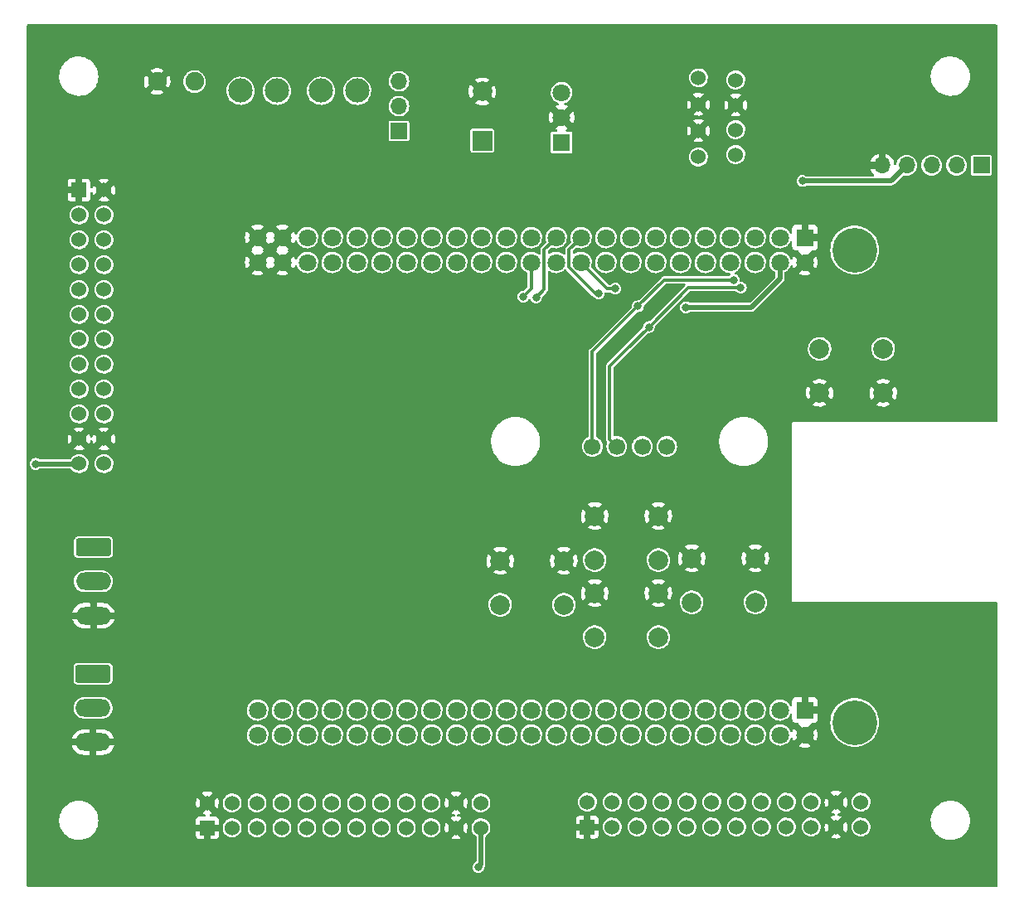
<source format=gbr>
%TF.GenerationSoftware,KiCad,Pcbnew,(6.0.5)*%
%TF.CreationDate,2022-06-19T14:35:12-05:00*%
%TF.ProjectId,BBB_16_Expansion,4242425f-3136-45f4-9578-70616e73696f,v1*%
%TF.SameCoordinates,Original*%
%TF.FileFunction,Copper,L2,Bot*%
%TF.FilePolarity,Positive*%
%FSLAX46Y46*%
G04 Gerber Fmt 4.6, Leading zero omitted, Abs format (unit mm)*
G04 Created by KiCad (PCBNEW (6.0.5)) date 2022-06-19 14:35:12*
%MOMM*%
%LPD*%
G01*
G04 APERTURE LIST*
G04 Aperture macros list*
%AMRoundRect*
0 Rectangle with rounded corners*
0 $1 Rounding radius*
0 $2 $3 $4 $5 $6 $7 $8 $9 X,Y pos of 4 corners*
0 Add a 4 corners polygon primitive as box body*
4,1,4,$2,$3,$4,$5,$6,$7,$8,$9,$2,$3,0*
0 Add four circle primitives for the rounded corners*
1,1,$1+$1,$2,$3*
1,1,$1+$1,$4,$5*
1,1,$1+$1,$6,$7*
1,1,$1+$1,$8,$9*
0 Add four rect primitives between the rounded corners*
20,1,$1+$1,$2,$3,$4,$5,0*
20,1,$1+$1,$4,$5,$6,$7,0*
20,1,$1+$1,$6,$7,$8,$9,0*
20,1,$1+$1,$8,$9,$2,$3,0*%
G04 Aperture macros list end*
%TA.AperFunction,ComponentPad*%
%ADD10R,2.000000X2.000000*%
%TD*%
%TA.AperFunction,ComponentPad*%
%ADD11C,2.000000*%
%TD*%
%TA.AperFunction,ComponentPad*%
%ADD12C,1.700000*%
%TD*%
%TA.AperFunction,ComponentPad*%
%ADD13R,1.700000X1.700000*%
%TD*%
%TA.AperFunction,ComponentPad*%
%ADD14O,1.700000X1.700000*%
%TD*%
%TA.AperFunction,ComponentPad*%
%ADD15RoundRect,0.250000X-1.550000X0.650000X-1.550000X-0.650000X1.550000X-0.650000X1.550000X0.650000X0*%
%TD*%
%TA.AperFunction,ComponentPad*%
%ADD16O,3.600000X1.800000*%
%TD*%
%TA.AperFunction,ComponentPad*%
%ADD17R,1.530000X1.530000*%
%TD*%
%TA.AperFunction,ComponentPad*%
%ADD18C,1.530000*%
%TD*%
%TA.AperFunction,ComponentPad*%
%ADD19R,1.800000X1.800000*%
%TD*%
%TA.AperFunction,ComponentPad*%
%ADD20C,1.800000*%
%TD*%
%TA.AperFunction,ComponentPad*%
%ADD21C,4.572000*%
%TD*%
%TA.AperFunction,ComponentPad*%
%ADD22C,2.475000*%
%TD*%
%TA.AperFunction,ComponentPad*%
%ADD23C,1.524000*%
%TD*%
%TA.AperFunction,ComponentPad*%
%ADD24C,1.904000*%
%TD*%
%TA.AperFunction,ViaPad*%
%ADD25C,0.800000*%
%TD*%
%TA.AperFunction,Conductor*%
%ADD26C,0.350000*%
%TD*%
%TA.AperFunction,Conductor*%
%ADD27C,0.500000*%
%TD*%
G04 APERTURE END LIST*
D10*
%TO.P,C1,1*%
%TO.N,/12V*%
X185616000Y-66801677D03*
D11*
%TO.P,C1,2*%
%TO.N,GND*%
X185616000Y-61801677D03*
%TD*%
D12*
%TO.P,J5,1,Pin_1*%
%TO.N,I2C_SDA*%
X196860000Y-98044000D03*
%TO.P,J5,2,Pin_2*%
%TO.N,I2C_SCL*%
X199360000Y-98044000D03*
%TO.P,J5,3,Pin_3*%
%TO.N,/OLED_Pin_3*%
X201960000Y-98044000D03*
%TO.P,J5,4,Pin_4*%
%TO.N,/OLED_Pin_4*%
X204460000Y-98044000D03*
%TD*%
D13*
%TO.P,J4,1,Pin_1*%
%TO.N,unconnected-(J4-Pad1)*%
X236591000Y-69334000D03*
D14*
%TO.P,J4,2,Pin_2*%
%TO.N,I2C_SCL*%
X234051000Y-69334000D03*
%TO.P,J4,3,Pin_3*%
%TO.N,I2C_SDA*%
X231511000Y-69334000D03*
%TO.P,J4,4,Pin_4*%
%TO.N,Net-(J4-Pad4)*%
X228971000Y-69334000D03*
%TO.P,J4,5,Pin_5*%
%TO.N,GND*%
X226431000Y-69334000D03*
%TD*%
D15*
%TO.P,J7,1,Pin_1*%
%TO.N,/Serial/DMX1+*%
X145916000Y-108334000D03*
D16*
%TO.P,J7,2,Pin_2*%
%TO.N,/Serial/DMX1-*%
X145916000Y-111834000D03*
%TO.P,J7,3,Pin_3*%
%TO.N,GND*%
X145916000Y-115334000D03*
%TD*%
D15*
%TO.P,J8,1,Pin_1*%
%TO.N,/Serial/DMX2+*%
X145873500Y-121251500D03*
D16*
%TO.P,J8,2,Pin_2*%
%TO.N,/Serial/DMX2-*%
X145873500Y-124751500D03*
%TO.P,J8,3,Pin_3*%
%TO.N,GND*%
X145873500Y-128251500D03*
%TD*%
D11*
%TO.P,SW1,1,1*%
%TO.N,PWR_BUT*%
X226566000Y-88084000D03*
X220066000Y-88084000D03*
%TO.P,SW1,2,2*%
%TO.N,GND*%
X220066000Y-92584000D03*
X226566000Y-92584000D03*
%TD*%
D17*
%TO.P,J2,1,Pin_1*%
%TO.N,GND*%
X157546000Y-137004000D03*
D18*
%TO.P,J2,2,Pin_2*%
X157546000Y-134464000D03*
%TO.P,J2,3,Pin_3*%
%TO.N,+5V*%
X160086000Y-137004000D03*
%TO.P,J2,4,Pin_4*%
X160086000Y-134464000D03*
%TO.P,J2,5,Pin_5*%
%TO.N,OUT17*%
X162626000Y-137004000D03*
%TO.P,J2,6,Pin_6*%
%TO.N,OUT18*%
X162626000Y-134464000D03*
%TO.P,J2,7,Pin_7*%
%TO.N,OUT19*%
X165166000Y-137004000D03*
%TO.P,J2,8,Pin_8*%
%TO.N,OUT20*%
X165166000Y-134464000D03*
%TO.P,J2,9,Pin_9*%
%TO.N,OUT21*%
X167706000Y-137004000D03*
%TO.P,J2,10,Pin_10*%
%TO.N,OUT22*%
X167706000Y-134464000D03*
%TO.P,J2,11,Pin_11*%
%TO.N,OUT23*%
X170246000Y-137004000D03*
%TO.P,J2,12,Pin_12*%
%TO.N,OUT24*%
X170246000Y-134464000D03*
%TO.P,J2,13,Pin_13*%
%TO.N,OUT25*%
X172786000Y-137004000D03*
%TO.P,J2,14,Pin_14*%
%TO.N,OUT26*%
X172786000Y-134464000D03*
%TO.P,J2,15,Pin_15*%
%TO.N,OUT27*%
X175326000Y-137004000D03*
%TO.P,J2,16,Pin_16*%
%TO.N,OUT28*%
X175326000Y-134464000D03*
%TO.P,J2,17,Pin_17*%
%TO.N,OUT29*%
X177866000Y-137004000D03*
%TO.P,J2,18,Pin_18*%
%TO.N,OUT30*%
X177866000Y-134464000D03*
%TO.P,J2,19,Pin_19*%
%TO.N,OUT31*%
X180406000Y-137004000D03*
%TO.P,J2,20,Pin_20*%
%TO.N,OUT32*%
X180406000Y-134464000D03*
%TO.P,J2,21,Pin_21*%
%TO.N,GND*%
X182946000Y-137004000D03*
%TO.P,J2,22,Pin_22*%
X182946000Y-134464000D03*
%TO.P,J2,23,Pin_23*%
%TO.N,+3V3*%
X185486000Y-137004000D03*
%TO.P,J2,24,Pin_24*%
%TO.N,unconnected-(J2-Pad24)*%
X185486000Y-134464000D03*
%TD*%
D17*
%TO.P,J1,1,Pin_1*%
%TO.N,GND*%
X144446000Y-71864000D03*
D18*
%TO.P,J1,2,Pin_2*%
X146986000Y-71864000D03*
%TO.P,J1,3,Pin_3*%
%TO.N,+5V*%
X144446000Y-74404000D03*
%TO.P,J1,4,Pin_4*%
X146986000Y-74404000D03*
%TO.P,J1,5,Pin_5*%
%TO.N,OUT1*%
X144446000Y-76944000D03*
%TO.P,J1,6,Pin_6*%
%TO.N,OUT2*%
X146986000Y-76944000D03*
%TO.P,J1,7,Pin_7*%
%TO.N,OUT3*%
X144446000Y-79484000D03*
%TO.P,J1,8,Pin_8*%
%TO.N,OUT4*%
X146986000Y-79484000D03*
%TO.P,J1,9,Pin_9*%
%TO.N,OUT5*%
X144446000Y-82024000D03*
%TO.P,J1,10,Pin_10*%
%TO.N,OUT6*%
X146986000Y-82024000D03*
%TO.P,J1,11,Pin_11*%
%TO.N,OUT7*%
X144446000Y-84564000D03*
%TO.P,J1,12,Pin_12*%
%TO.N,OUT8*%
X146986000Y-84564000D03*
%TO.P,J1,13,Pin_13*%
%TO.N,OUT9*%
X144446000Y-87104000D03*
%TO.P,J1,14,Pin_14*%
%TO.N,OUT10*%
X146986000Y-87104000D03*
%TO.P,J1,15,Pin_15*%
%TO.N,OUT11*%
X144446000Y-89644000D03*
%TO.P,J1,16,Pin_16*%
%TO.N,OUT12*%
X146986000Y-89644000D03*
%TO.P,J1,17,Pin_17*%
%TO.N,OUT13*%
X144446000Y-92184000D03*
%TO.P,J1,18,Pin_18*%
%TO.N,OUT14*%
X146986000Y-92184000D03*
%TO.P,J1,19,Pin_19*%
%TO.N,OUT15*%
X144446000Y-94724000D03*
%TO.P,J1,20,Pin_20*%
%TO.N,OUT16*%
X146986000Y-94724000D03*
%TO.P,J1,21,Pin_21*%
%TO.N,GND*%
X144446000Y-97264000D03*
%TO.P,J1,22,Pin_22*%
X146986000Y-97264000D03*
%TO.P,J1,23,Pin_23*%
%TO.N,+3V3*%
X144446000Y-99804000D03*
%TO.P,J1,24,Pin_24*%
%TO.N,unconnected-(J1-Pad24)*%
X146986000Y-99804000D03*
%TD*%
D17*
%TO.P,J3,1,Pin_1*%
%TO.N,GND*%
X196346000Y-136926500D03*
D18*
%TO.P,J3,2,Pin_2*%
%TO.N,unconnected-(J3-Pad2)*%
X196346000Y-134386500D03*
%TO.P,J3,3,Pin_3*%
%TO.N,+5V*%
X198886000Y-136926500D03*
%TO.P,J3,4,Pin_4*%
X198886000Y-134386500D03*
%TO.P,J3,5,Pin_5*%
%TO.N,OUT33*%
X201426000Y-136926500D03*
%TO.P,J3,6,Pin_6*%
%TO.N,OUT34*%
X201426000Y-134386500D03*
%TO.P,J3,7,Pin_7*%
%TO.N,OUT35*%
X203966000Y-136926500D03*
%TO.P,J3,8,Pin_8*%
%TO.N,OUT36*%
X203966000Y-134386500D03*
%TO.P,J3,9,Pin_9*%
%TO.N,OUT37*%
X206506000Y-136926500D03*
%TO.P,J3,10,Pin_10*%
%TO.N,OUT38*%
X206506000Y-134386500D03*
%TO.P,J3,11,Pin_11*%
%TO.N,OUT39*%
X209046000Y-136926500D03*
%TO.P,J3,12,Pin_12*%
%TO.N,OUT40*%
X209046000Y-134386500D03*
%TO.P,J3,13,Pin_13*%
%TO.N,OUT41*%
X211586000Y-136926500D03*
%TO.P,J3,14,Pin_14*%
%TO.N,OUT42*%
X211586000Y-134386500D03*
%TO.P,J3,15,Pin_15*%
%TO.N,OUT43*%
X214126000Y-136926500D03*
%TO.P,J3,16,Pin_16*%
%TO.N,OUT44*%
X214126000Y-134386500D03*
%TO.P,J3,17,Pin_17*%
%TO.N,OUT45*%
X216666000Y-136926500D03*
%TO.P,J3,18,Pin_18*%
%TO.N,OUT46*%
X216666000Y-134386500D03*
%TO.P,J3,19,Pin_19*%
%TO.N,OUT47*%
X219206000Y-136926500D03*
%TO.P,J3,20,Pin_20*%
%TO.N,OUT48*%
X219206000Y-134386500D03*
%TO.P,J3,21,Pin_21*%
%TO.N,GND*%
X221746000Y-136926500D03*
%TO.P,J3,22,Pin_22*%
X221746000Y-134386500D03*
%TO.P,J3,23,Pin_23*%
%TO.N,+3V3*%
X224286000Y-136926500D03*
%TO.P,J3,24,Pin_24*%
%TO.N,unconnected-(J3-Pad24)*%
X224286000Y-134386500D03*
%TD*%
D19*
%TO.P,U1,B1,DGND*%
%TO.N,GND*%
X218567000Y-124968000D03*
D20*
%TO.P,U1,B2,DGND*%
X218567000Y-127508000D03*
%TO.P,U1,B3,GPIO1_6*%
%TO.N,unconnected-(U1-PadB3)*%
X216027000Y-124968000D03*
%TO.P,U1,B4,GPIO1_7*%
%TO.N,unconnected-(U1-PadB4)*%
X216027000Y-127508000D03*
%TO.P,U1,B5,GPIO1_2*%
%TO.N,unconnected-(U1-PadB5)*%
X213487000Y-124968000D03*
%TO.P,U1,B6,GPIO1_3*%
%TO.N,unconnected-(U1-PadB6)*%
X213487000Y-127508000D03*
%TO.P,U1,B7,TIMER4*%
%TO.N,OUT45*%
X210947000Y-124968000D03*
%TO.P,U1,B8,TIMER7*%
%TO.N,OUT44*%
X210947000Y-127508000D03*
%TO.P,U1,B9,TIMER5*%
%TO.N,OUT43*%
X208407000Y-124968000D03*
%TO.P,U1,B10,TIMER6*%
%TO.N,OUT42*%
X208407000Y-127508000D03*
%TO.P,U1,B11,GPIO1_13*%
%TO.N,UPBTN*%
X205867000Y-124968000D03*
%TO.P,U1,B12,GPIO1_12*%
%TO.N,ENTERBTN*%
X205867000Y-127508000D03*
%TO.P,U1,B13,EHRPWM2B*%
%TO.N,OUT41*%
X203327000Y-124968000D03*
%TO.P,U1,B14,GPIO0_26*%
%TO.N,OUT40*%
X203327000Y-127508000D03*
%TO.P,U1,B15,GPIO1_15*%
%TO.N,DOWNBTN*%
X200787000Y-124968000D03*
%TO.P,U1,B16,GPIO1_14*%
%TO.N,BACKBTN*%
X200787000Y-127508000D03*
%TO.P,U1,B17,GPIO0_27*%
%TO.N,OUT39*%
X198247000Y-124968000D03*
%TO.P,U1,B18,GPIO2_1*%
%TO.N,OUT38*%
X198247000Y-127508000D03*
%TO.P,U1,B19,EHRPWM2A*%
%TO.N,OUT37*%
X195707000Y-124968000D03*
%TO.P,U1,B20,GPIO1_31*%
%TO.N,unconnected-(U1-PadB20)*%
X195707000Y-127508000D03*
%TO.P,U1,B21,GPIO1_30*%
%TO.N,unconnected-(U1-PadB21)*%
X193167000Y-124968000D03*
%TO.P,U1,B22,GPIO1_5*%
%TO.N,unconnected-(U1-PadB22)*%
X193167000Y-127508000D03*
%TO.P,U1,B23,GPIO1_4*%
%TO.N,unconnected-(U1-PadB23)*%
X190627000Y-124968000D03*
%TO.P,U1,B24,GPIO1_1*%
%TO.N,unconnected-(U1-PadB24)*%
X190627000Y-127508000D03*
%TO.P,U1,B25,GPIO1_0*%
%TO.N,unconnected-(U1-PadB25)*%
X188087000Y-124968000D03*
%TO.P,U1,B26,GPIO1_29*%
%TO.N,unconnected-(U1-PadB26)*%
X188087000Y-127508000D03*
%TO.P,U1,B27,GPIO2_22*%
%TO.N,OUT36*%
X185547000Y-124968000D03*
%TO.P,U1,B28,GPIO2_24*%
%TO.N,OUT35*%
X185547000Y-127508000D03*
%TO.P,U1,B29,GPIO2_23*%
%TO.N,OUT34*%
X183007000Y-124968000D03*
%TO.P,U1,B30,GPIO2_25*%
%TO.N,OUT33*%
X183007000Y-127508000D03*
%TO.P,U1,B31,UART5_CTSN*%
%TO.N,OUT31*%
X180467000Y-124968000D03*
%TO.P,U1,B32,UART5_RTSN*%
%TO.N,OUT32*%
X180467000Y-127508000D03*
%TO.P,U1,B33,UART4_RTSN*%
%TO.N,OUT29*%
X177927000Y-124968000D03*
%TO.P,U1,B34,UART3_RTSN*%
%TO.N,OUT30*%
X177927000Y-127508000D03*
%TO.P,U1,B35,UART4_CTSN*%
%TO.N,OUT27*%
X175387000Y-124968000D03*
%TO.P,U1,B36,UART3_CTSN*%
%TO.N,OUT28*%
X175387000Y-127508000D03*
%TO.P,U1,B37,UART5_TXD*%
%TO.N,OUT25*%
X172847000Y-124968000D03*
%TO.P,U1,B38,UART5_RXD*%
%TO.N,OUT26*%
X172847000Y-127508000D03*
%TO.P,U1,B39,GPIO2_12*%
%TO.N,OUT23*%
X170307000Y-124968000D03*
%TO.P,U1,B40,GPIO2_13*%
%TO.N,OUT24*%
X170307000Y-127508000D03*
%TO.P,U1,B41,GPIO2_10*%
%TO.N,OUT21*%
X167767000Y-124968000D03*
%TO.P,U1,B42,GPIO2_11*%
%TO.N,OUT22*%
X167767000Y-127508000D03*
%TO.P,U1,B43,GPIO2_8*%
%TO.N,OUT19*%
X165227000Y-124968000D03*
%TO.P,U1,B44,GPIO2_9*%
%TO.N,OUT20*%
X165227000Y-127508000D03*
%TO.P,U1,B45,GPIO2_6*%
%TO.N,OUT17*%
X162687000Y-124968000D03*
%TO.P,U1,B46,GPIO2_7*%
%TO.N,OUT18*%
X162687000Y-127508000D03*
D19*
%TO.P,U1,C1,DGND*%
%TO.N,GND*%
X218567000Y-76708000D03*
D20*
%TO.P,U1,C2,DGND*%
X218567000Y-79248000D03*
%TO.P,U1,C3,VDD_3V3EXP*%
%TO.N,+3V3*%
X216027000Y-76708000D03*
%TO.P,U1,C4,VDD_3V3EXP*%
X216027000Y-79248000D03*
%TO.P,U1,C5,VDD_5V*%
%TO.N,+5V*%
X213487000Y-76708000D03*
%TO.P,U1,C6,VDD_5V*%
X213487000Y-79248000D03*
%TO.P,U1,C7,SYS_5V*%
%TO.N,unconnected-(U1-PadC7)*%
X210947000Y-76708000D03*
%TO.P,U1,C8,SYS_5V*%
%TO.N,unconnected-(U1-PadC8)*%
X210947000Y-79248000D03*
%TO.P,U1,C9,PWR_BUT*%
%TO.N,PWR_BUT*%
X208407000Y-76708000D03*
%TO.P,U1,C10,SYS_RESETn*%
%TO.N,unconnected-(U1-PadC10)*%
X208407000Y-79248000D03*
%TO.P,U1,C11,UART4_RXD*%
%TO.N,OUT47*%
X205867000Y-76708000D03*
%TO.P,U1,C12,GPIO1_28*%
%TO.N,OUT48*%
X205867000Y-79248000D03*
%TO.P,U1,C13,UART4_TXD*%
%TO.N,OUT1*%
X203327000Y-76708000D03*
%TO.P,U1,C14,EHRPWM1A*%
%TO.N,OUT46*%
X203327000Y-79248000D03*
%TO.P,U1,C15,GPIO1_16*%
%TO.N,OUT2*%
X200787000Y-76708000D03*
%TO.P,U1,C16,EHRPWM1B*%
%TO.N,OUT15*%
X200787000Y-79248000D03*
%TO.P,U1,C17,I2C1_SCL*%
%TO.N,OUT3*%
X198247000Y-76708000D03*
%TO.P,U1,C18,I2C1_SDA*%
%TO.N,OUT16*%
X198247000Y-79248000D03*
%TO.P,U1,C19,I2C2_SCL*%
%TO.N,I2C_SCL*%
X195707000Y-76708000D03*
%TO.P,U1,C20,I2C2_SDA*%
%TO.N,I2C_SDA*%
X195707000Y-79248000D03*
%TO.P,U1,C21,UART2_TXD*%
%TO.N,TXD2*%
X193167000Y-76708000D03*
%TO.P,U1,C22,UART2_RXD*%
%TO.N,OUT13*%
X193167000Y-79248000D03*
%TO.P,U1,C23,GPIO1_17*%
%TO.N,OUT14*%
X190627000Y-76708000D03*
%TO.P,U1,C24,UART1_TXD*%
%TO.N,TXD1*%
X190627000Y-79248000D03*
%TO.P,U1,C25,GPIO3_21*%
%TO.N,OUT12*%
X188087000Y-76708000D03*
%TO.P,U1,C26,UART1_RXD*%
%TO.N,OUT11*%
X188087000Y-79248000D03*
%TO.P,U1,C27,GPIO3_19*%
%TO.N,OUT10*%
X185547000Y-76708000D03*
%TO.P,U1,C28,SPI1_CS0*%
%TO.N,OUT9*%
X185547000Y-79248000D03*
%TO.P,U1,C29,SPI1_D0*%
%TO.N,OUT8*%
X183007000Y-76708000D03*
%TO.P,U1,C30,SPI1_D1*%
%TO.N,OUT7*%
X183007000Y-79248000D03*
%TO.P,U1,C31,SPI1_SCLK*%
%TO.N,OUT5*%
X180467000Y-76708000D03*
%TO.P,U1,C32,VDD_ADC*%
%TO.N,unconnected-(U1-PadC32)*%
X180467000Y-79248000D03*
%TO.P,U1,C33,AIN4*%
%TO.N,unconnected-(U1-PadC33)*%
X177927000Y-76708000D03*
%TO.P,U1,C34,GNDA_ADC*%
%TO.N,unconnected-(U1-PadC34)*%
X177927000Y-79248000D03*
%TO.P,U1,C35,AIN6*%
%TO.N,unconnected-(U1-PadC35)*%
X175387000Y-76708000D03*
%TO.P,U1,C36,AIN5*%
%TO.N,unconnected-(U1-PadC36)*%
X175387000Y-79248000D03*
%TO.P,U1,C37,AIN2*%
%TO.N,unconnected-(U1-PadC37)*%
X172847000Y-76708000D03*
%TO.P,U1,C38,AIN3*%
%TO.N,unconnected-(U1-PadC38)*%
X172847000Y-79248000D03*
%TO.P,U1,C39,AIN0*%
%TO.N,unconnected-(U1-PadC39)*%
X170307000Y-76708000D03*
%TO.P,U1,C40,AIN1*%
%TO.N,unconnected-(U1-PadC40)*%
X170307000Y-79248000D03*
%TO.P,U1,C41,CLKOUT2*%
%TO.N,OUT4*%
X167767000Y-76708000D03*
%TO.P,U1,C42,GPIO0_7*%
%TO.N,OUT6*%
X167767000Y-79248000D03*
%TO.P,U1,C43,DGND*%
%TO.N,GND*%
X165227000Y-76708000D03*
%TO.P,U1,C44,DGND*%
X165227000Y-79248000D03*
%TO.P,U1,C45,DGND*%
X162687000Y-76708000D03*
%TO.P,U1,C46,DGND*%
X162687000Y-79248000D03*
D21*
%TO.P,U1,M2*%
%TO.N,N/C*%
X223647000Y-77978000D03*
%TO.P,U1,M3*%
X223647000Y-126238000D03*
%TD*%
D11*
%TO.P,SW5,1,A*%
%TO.N,GND*%
X207010000Y-109474000D03*
X213510000Y-109474000D03*
%TO.P,SW5,2,B*%
%TO.N,ENTERBTN*%
X213510000Y-113974000D03*
X207010000Y-113974000D03*
%TD*%
%TO.P,SW4,1,A*%
%TO.N,GND*%
X193952000Y-109728000D03*
X187452000Y-109728000D03*
%TO.P,SW4,2,B*%
%TO.N,BACKBTN*%
X193952000Y-114228000D03*
X187452000Y-114228000D03*
%TD*%
%TO.P,SW2,1,A*%
%TO.N,GND*%
X197104000Y-105156000D03*
X203604000Y-105156000D03*
%TO.P,SW2,2,B*%
%TO.N,UPBTN*%
X197104000Y-109656000D03*
X203604000Y-109656000D03*
%TD*%
%TO.P,SW3,1,A*%
%TO.N,GND*%
X203604000Y-113030000D03*
X197104000Y-113030000D03*
%TO.P,SW3,2,B*%
%TO.N,DOWNBTN*%
X203604000Y-117530000D03*
X197104000Y-117530000D03*
%TD*%
D22*
%TO.P,F1,1_1,1*%
%TO.N,VIN2*%
X160949210Y-61721041D03*
%TO.P,F1,1_2,1*%
X164649210Y-61721041D03*
%TO.P,F1,2_1,2*%
%TO.N,/VIN*%
X169149210Y-61721041D03*
%TO.P,F1,2_2,2*%
X172849210Y-61721041D03*
%TD*%
D13*
%TO.P,J10,1,Pin_1*%
%TO.N,/12V*%
X177116000Y-65821041D03*
D14*
%TO.P,J10,2,Pin_2*%
%TO.N,VCC*%
X177116000Y-63281041D03*
%TO.P,J10,3,Pin_3*%
%TO.N,+5V*%
X177116000Y-60741041D03*
%TD*%
D19*
%TO.P,U4,1,IN*%
%TO.N,/12V*%
X193724000Y-66984000D03*
D20*
%TO.P,U4,2,GND*%
%TO.N,GND*%
X193724000Y-64444000D03*
%TO.P,U4,3,OUT*%
%TO.N,+5V*%
X193724000Y-61904000D03*
D23*
%TO.P,U4,4,OUT*%
X211504000Y-60634000D03*
%TO.P,U4,5,GND*%
%TO.N,GND*%
X211504000Y-63174000D03*
%TO.P,U4,6,IN*%
%TO.N,/12V*%
X211504000Y-65714000D03*
%TO.P,U4,7,EN*%
%TO.N,unconnected-(U4-Pad7)*%
X211504000Y-68254000D03*
%TO.P,U4,8,OUT*%
%TO.N,+5V*%
X207694000Y-60402060D03*
%TO.P,U4,9,GND*%
%TO.N,GND*%
X207694000Y-63097000D03*
%TO.P,U4,10,GND*%
X207694000Y-65791000D03*
%TO.P,U4,11,IN*%
%TO.N,/12V*%
X207694000Y-68485940D03*
%TD*%
D24*
%TO.P,J6,1,Pin_1*%
%TO.N,VIN2*%
X156232413Y-60783541D03*
%TO.P,J6,2,Pin_2*%
%TO.N,GND*%
X152422413Y-60783541D03*
%TD*%
D25*
%TO.N,GND*%
X177616000Y-95634000D03*
X205416000Y-55734000D03*
X192916000Y-55734000D03*
X215216000Y-73834000D03*
X205516000Y-96034000D03*
X166953500Y-69534000D03*
X153916000Y-119234000D03*
X141916000Y-142234000D03*
X194564000Y-98044000D03*
X236416000Y-65734000D03*
X207010000Y-88900000D03*
X227916000Y-137734000D03*
X148416000Y-101734000D03*
X145416000Y-65734000D03*
X182916000Y-88534000D03*
X217916000Y-118234000D03*
X222916000Y-142234000D03*
X221016000Y-69434000D03*
X158916000Y-124734000D03*
X161916000Y-98734000D03*
X223216000Y-60234000D03*
X201216000Y-96034000D03*
X187198000Y-117348000D03*
X139916000Y-69234000D03*
X220016000Y-62434000D03*
X209716000Y-59134000D03*
X192416000Y-117134000D03*
X191459344Y-68534000D03*
X203916000Y-88934000D03*
X222416000Y-122234000D03*
X161916000Y-87234000D03*
X155916000Y-69734000D03*
X148916000Y-142234000D03*
X149916000Y-104234000D03*
X192116000Y-85834000D03*
X182416000Y-69834000D03*
X220016000Y-59034000D03*
X214416000Y-55734000D03*
X193616000Y-87334000D03*
X163816000Y-58334000D03*
X181216000Y-87634000D03*
X236416000Y-92234000D03*
X198416000Y-142234000D03*
X216816000Y-72434000D03*
X219016000Y-62434000D03*
X234916000Y-115734000D03*
X180659344Y-68234000D03*
X155416000Y-94234000D03*
X218916000Y-65034000D03*
X173316000Y-58434000D03*
X201116000Y-88934000D03*
X210916000Y-142234000D03*
X168516000Y-68234000D03*
X221016000Y-59034000D03*
X177016000Y-69934000D03*
X234916000Y-128734000D03*
X223216000Y-61334000D03*
X222016000Y-62434000D03*
X197716000Y-96234000D03*
X220416000Y-115234000D03*
X171416000Y-89234000D03*
X178816000Y-97034000D03*
X196116000Y-57934000D03*
X215316000Y-70934000D03*
X236416000Y-78734000D03*
X204316000Y-57934000D03*
X193916000Y-88734000D03*
X157916000Y-96734000D03*
X197616000Y-122934000D03*
X140416000Y-101734000D03*
X227916000Y-132734000D03*
X195326000Y-91948000D03*
X203200000Y-122682000D03*
X226916000Y-55734000D03*
X219016000Y-59034000D03*
X221016000Y-62434000D03*
X211836000Y-74930000D03*
X157916000Y-142234000D03*
X211416000Y-70234000D03*
X202616000Y-70234000D03*
X152916000Y-107734000D03*
X149416000Y-79234000D03*
X194416000Y-82734000D03*
X197716000Y-91234000D03*
X217816000Y-56634000D03*
X222016000Y-59034000D03*
X165416000Y-89234000D03*
X167416000Y-55734000D03*
X150416000Y-55734000D03*
X187416000Y-142234000D03*
X171416000Y-142234000D03*
X158416000Y-87234000D03*
X151416000Y-73034000D03*
X139916000Y-56234000D03*
X200216000Y-118434000D03*
%TO.N,I2C_SCL*%
X197516000Y-82434000D03*
X212016000Y-81834000D03*
X202634000Y-85852000D03*
%TO.N,I2C_SDA*%
X211316000Y-81034000D03*
X201516000Y-83734000D03*
X199216000Y-81934000D03*
%TO.N,+3V3*%
X140016000Y-99834000D03*
X185216000Y-141034000D03*
X206413425Y-83833500D03*
%TO.N,TXD1*%
X189816000Y-82734000D03*
%TO.N,TXD2*%
X191116000Y-82834000D03*
%TO.N,Net-(J4-Pad4)*%
X218316000Y-70934000D03*
%TD*%
D26*
%TO.N,I2C_SCL*%
X194482489Y-79755210D02*
X197161279Y-82434000D01*
X195707000Y-76708000D02*
X194482489Y-77932511D01*
X197161279Y-82434000D02*
X197516000Y-82434000D01*
X202634000Y-85852000D02*
X206652000Y-81834000D01*
X199360000Y-98044000D02*
X198616000Y-97300000D01*
X198616000Y-97300000D02*
X198616000Y-89870000D01*
X198616000Y-89870000D02*
X200138999Y-88347001D01*
X194482489Y-77932511D02*
X194482489Y-79755210D01*
X206652000Y-81834000D02*
X212016000Y-81834000D01*
X200138999Y-88347001D02*
X202634000Y-85852000D01*
%TO.N,I2C_SDA*%
X196860000Y-98044000D02*
X196860000Y-88390000D01*
X211316000Y-81034000D02*
X204216000Y-81034000D01*
X198393000Y-81934000D02*
X199216000Y-81934000D01*
X204216000Y-81034000D02*
X201516000Y-83734000D01*
X196860000Y-88390000D02*
X201516000Y-83734000D01*
X195707000Y-79248000D02*
X198393000Y-81934000D01*
D27*
%TO.N,+3V3*%
X216027000Y-80923000D02*
X213116500Y-83833500D01*
X185486000Y-137004000D02*
X185486000Y-140764000D01*
X140016000Y-99834000D02*
X144416000Y-99834000D01*
X216027000Y-79248000D02*
X216027000Y-80923000D01*
X144416000Y-99834000D02*
X144446000Y-99804000D01*
X185486000Y-140764000D02*
X185216000Y-141034000D01*
X213116500Y-83833500D02*
X206413425Y-83833500D01*
D26*
%TO.N,TXD1*%
X190627000Y-79248000D02*
X190627000Y-81923000D01*
X190627000Y-81923000D02*
X189816000Y-82734000D01*
%TO.N,TXD2*%
X191942489Y-77932511D02*
X191942489Y-82007511D01*
X193167000Y-76708000D02*
X191942489Y-77932511D01*
X191942489Y-82007511D02*
X191116000Y-82834000D01*
D27*
%TO.N,Net-(J4-Pad4)*%
X218316000Y-70934000D02*
X227371000Y-70934000D01*
X227371000Y-70934000D02*
X228971000Y-69334000D01*
%TD*%
%TA.AperFunction,Conductor*%
%TO.N,GND*%
G36*
X238157621Y-54954502D02*
G01*
X238204114Y-55008158D01*
X238215500Y-55060500D01*
X238215500Y-95407500D01*
X238195498Y-95475621D01*
X238141842Y-95522114D01*
X238089500Y-95533500D01*
X217421892Y-95533500D01*
X217384626Y-95533467D01*
X217384624Y-95533467D01*
X217370437Y-95533455D01*
X217357646Y-95539597D01*
X217352733Y-95540713D01*
X217345183Y-95543350D01*
X217340649Y-95545532D01*
X217326815Y-95548688D01*
X217315720Y-95557529D01*
X217310846Y-95559875D01*
X217304994Y-95563546D01*
X217300762Y-95566912D01*
X217287976Y-95573052D01*
X217279116Y-95584131D01*
X217275176Y-95587265D01*
X217269515Y-95592916D01*
X217266373Y-95596852D01*
X217255276Y-95605695D01*
X217249111Y-95618477D01*
X217245737Y-95622704D01*
X217242058Y-95628547D01*
X217239707Y-95633410D01*
X217230844Y-95644492D01*
X217227664Y-95658320D01*
X217225474Y-95662851D01*
X217222824Y-95670397D01*
X217221700Y-95675307D01*
X217215535Y-95688087D01*
X217215515Y-95711155D01*
X217213490Y-95711153D01*
X217213474Y-95711219D01*
X217215500Y-95711219D01*
X217215500Y-95728108D01*
X217215455Y-95779563D01*
X217210650Y-95779559D01*
X217210644Y-95779657D01*
X217215500Y-95779657D01*
X217215500Y-113728108D01*
X217215471Y-113761504D01*
X217215455Y-113779563D01*
X217221597Y-113792354D01*
X217222713Y-113797267D01*
X217225350Y-113804817D01*
X217227532Y-113809351D01*
X217230688Y-113823185D01*
X217239529Y-113834280D01*
X217241875Y-113839154D01*
X217245546Y-113845006D01*
X217248912Y-113849238D01*
X217255052Y-113862024D01*
X217266131Y-113870884D01*
X217269265Y-113874824D01*
X217274916Y-113880485D01*
X217278852Y-113883627D01*
X217287695Y-113894724D01*
X217300477Y-113900889D01*
X217304704Y-113904263D01*
X217310547Y-113907942D01*
X217315410Y-113910293D01*
X217326492Y-113919156D01*
X217340320Y-113922336D01*
X217344851Y-113924526D01*
X217352397Y-113927176D01*
X217357307Y-113928300D01*
X217370087Y-113934465D01*
X217393155Y-113934485D01*
X217393153Y-113936510D01*
X217393219Y-113936526D01*
X217393219Y-113934500D01*
X217410108Y-113934500D01*
X217461563Y-113934545D01*
X217461559Y-113939350D01*
X217461657Y-113939356D01*
X217461657Y-113934500D01*
X238089500Y-113934500D01*
X238157621Y-113954502D01*
X238204114Y-114008158D01*
X238215500Y-114060500D01*
X238215500Y-142907500D01*
X238195498Y-142975621D01*
X238141842Y-143022114D01*
X238089500Y-143033500D01*
X139242500Y-143033500D01*
X139174379Y-143013498D01*
X139127886Y-142959842D01*
X139116500Y-142907500D01*
X139116500Y-136202497D01*
X142410637Y-136202497D01*
X142410881Y-136206932D01*
X142410881Y-136206936D01*
X142425560Y-136473648D01*
X142426205Y-136485370D01*
X142440413Y-136556796D01*
X142475294Y-136732155D01*
X142481474Y-136763226D01*
X142482950Y-136767429D01*
X142570527Y-137016812D01*
X142575342Y-137030524D01*
X142577395Y-137034477D01*
X142577398Y-137034483D01*
X142615356Y-137107555D01*
X142705936Y-137281928D01*
X142708519Y-137285543D01*
X142708523Y-137285549D01*
X142782414Y-137388949D01*
X142870651Y-137512424D01*
X142873729Y-137515651D01*
X142873731Y-137515653D01*
X143059472Y-137710360D01*
X143066199Y-137717412D01*
X143288680Y-137892801D01*
X143356597Y-137932250D01*
X143529807Y-138032859D01*
X143529813Y-138032862D01*
X143533654Y-138035093D01*
X143537777Y-138036763D01*
X143729570Y-138114447D01*
X143796232Y-138141448D01*
X143800545Y-138142519D01*
X143800550Y-138142521D01*
X144066856Y-138208672D01*
X144066861Y-138208673D01*
X144071177Y-138209745D01*
X144075605Y-138210199D01*
X144075607Y-138210199D01*
X144151307Y-138217955D01*
X144312790Y-138234500D01*
X144488170Y-138234500D01*
X144698593Y-138219601D01*
X144702948Y-138218663D01*
X144702951Y-138218663D01*
X144971200Y-138160911D01*
X144971202Y-138160911D01*
X144975547Y-138159975D01*
X145241337Y-138061920D01*
X145295197Y-138032859D01*
X145486744Y-137929506D01*
X145490660Y-137927393D01*
X145669195Y-137795525D01*
X156381001Y-137795525D01*
X156381776Y-137805374D01*
X156394283Y-137884351D01*
X156400338Y-137902986D01*
X156448859Y-137998213D01*
X156460370Y-138014056D01*
X156535944Y-138089630D01*
X156551787Y-138101141D01*
X156647018Y-138149664D01*
X156665645Y-138155716D01*
X156744627Y-138168225D01*
X156754473Y-138169000D01*
X157177885Y-138169000D01*
X157193124Y-138164525D01*
X157194329Y-138163135D01*
X157196000Y-138155452D01*
X157196000Y-138150884D01*
X157896000Y-138150884D01*
X157900475Y-138166123D01*
X157901865Y-138167328D01*
X157909548Y-138168999D01*
X158337525Y-138168999D01*
X158347374Y-138168224D01*
X158426351Y-138155717D01*
X158444986Y-138149662D01*
X158540213Y-138101141D01*
X158556056Y-138089630D01*
X158606386Y-138039300D01*
X182411295Y-138039300D01*
X182414641Y-138043770D01*
X182579143Y-138114447D01*
X182590088Y-138118003D01*
X182787649Y-138162707D01*
X182799059Y-138164209D01*
X183001465Y-138172161D01*
X183012947Y-138171559D01*
X183213415Y-138142493D01*
X183224598Y-138139808D01*
X183416406Y-138074698D01*
X183426921Y-138070016D01*
X183468883Y-138046516D01*
X183478747Y-138036438D01*
X183475792Y-138028767D01*
X182958812Y-137511787D01*
X182944868Y-137504173D01*
X182943035Y-137504304D01*
X182936420Y-137508555D01*
X182418055Y-138026920D01*
X182411295Y-138039300D01*
X158606386Y-138039300D01*
X158631630Y-138014056D01*
X158643141Y-137998213D01*
X158691664Y-137902982D01*
X158697716Y-137884355D01*
X158710225Y-137805373D01*
X158711000Y-137795527D01*
X158711000Y-137372115D01*
X158706525Y-137356876D01*
X158705135Y-137355671D01*
X158697452Y-137354000D01*
X157914115Y-137354000D01*
X157898876Y-137358475D01*
X157897671Y-137359865D01*
X157896000Y-137367548D01*
X157896000Y-138150884D01*
X157196000Y-138150884D01*
X157196000Y-137372115D01*
X157191525Y-137356876D01*
X157190135Y-137355671D01*
X157182452Y-137354000D01*
X156399116Y-137354000D01*
X156383877Y-137358475D01*
X156382672Y-137359865D01*
X156381001Y-137367548D01*
X156381001Y-137795525D01*
X145669195Y-137795525D01*
X145718540Y-137759078D01*
X145920430Y-137560334D01*
X145923131Y-137556794D01*
X145923137Y-137556788D01*
X146089602Y-137338667D01*
X146089605Y-137338663D01*
X146092304Y-137335126D01*
X146165123Y-137205098D01*
X146228552Y-137091837D01*
X146228555Y-137091832D01*
X146230730Y-137087947D01*
X146238097Y-137068906D01*
X146268448Y-136990454D01*
X159115923Y-136990454D01*
X159131766Y-137179135D01*
X159183957Y-137361144D01*
X159186775Y-137366627D01*
X159267686Y-137524064D01*
X159267689Y-137524068D01*
X159270506Y-137529550D01*
X159388117Y-137677938D01*
X159392811Y-137681933D01*
X159470931Y-137748418D01*
X159532310Y-137800656D01*
X159537688Y-137803662D01*
X159537690Y-137803663D01*
X159587372Y-137831429D01*
X159697593Y-137893029D01*
X159877670Y-137951540D01*
X160065682Y-137973959D01*
X160071817Y-137973487D01*
X160071819Y-137973487D01*
X160248327Y-137959906D01*
X160248331Y-137959905D01*
X160254469Y-137959433D01*
X160260401Y-137957777D01*
X160260405Y-137957776D01*
X160369222Y-137927393D01*
X160436838Y-137908514D01*
X160605844Y-137823143D01*
X160613153Y-137817433D01*
X160727783Y-137727874D01*
X160755050Y-137706571D01*
X160779766Y-137677938D01*
X160874747Y-137567900D01*
X160874747Y-137567899D01*
X160878771Y-137563238D01*
X160972296Y-137398605D01*
X161032063Y-137218940D01*
X161041114Y-137147292D01*
X161055352Y-137034592D01*
X161055353Y-137034583D01*
X161055794Y-137031089D01*
X161056172Y-137004000D01*
X161054844Y-136990454D01*
X161655923Y-136990454D01*
X161671766Y-137179135D01*
X161723957Y-137361144D01*
X161726775Y-137366627D01*
X161807686Y-137524064D01*
X161807689Y-137524068D01*
X161810506Y-137529550D01*
X161928117Y-137677938D01*
X161932811Y-137681933D01*
X162010931Y-137748418D01*
X162072310Y-137800656D01*
X162077688Y-137803662D01*
X162077690Y-137803663D01*
X162127372Y-137831429D01*
X162237593Y-137893029D01*
X162417670Y-137951540D01*
X162605682Y-137973959D01*
X162611817Y-137973487D01*
X162611819Y-137973487D01*
X162788327Y-137959906D01*
X162788331Y-137959905D01*
X162794469Y-137959433D01*
X162800401Y-137957777D01*
X162800405Y-137957776D01*
X162909222Y-137927393D01*
X162976838Y-137908514D01*
X163145844Y-137823143D01*
X163153153Y-137817433D01*
X163267783Y-137727874D01*
X163295050Y-137706571D01*
X163319766Y-137677938D01*
X163414747Y-137567900D01*
X163414747Y-137567899D01*
X163418771Y-137563238D01*
X163512296Y-137398605D01*
X163572063Y-137218940D01*
X163581114Y-137147292D01*
X163595352Y-137034592D01*
X163595353Y-137034583D01*
X163595794Y-137031089D01*
X163596172Y-137004000D01*
X163594844Y-136990454D01*
X164195923Y-136990454D01*
X164211766Y-137179135D01*
X164263957Y-137361144D01*
X164266775Y-137366627D01*
X164347686Y-137524064D01*
X164347689Y-137524068D01*
X164350506Y-137529550D01*
X164468117Y-137677938D01*
X164472811Y-137681933D01*
X164550931Y-137748418D01*
X164612310Y-137800656D01*
X164617688Y-137803662D01*
X164617690Y-137803663D01*
X164667372Y-137831429D01*
X164777593Y-137893029D01*
X164957670Y-137951540D01*
X165145682Y-137973959D01*
X165151817Y-137973487D01*
X165151819Y-137973487D01*
X165328327Y-137959906D01*
X165328331Y-137959905D01*
X165334469Y-137959433D01*
X165340401Y-137957777D01*
X165340405Y-137957776D01*
X165449222Y-137927393D01*
X165516838Y-137908514D01*
X165685844Y-137823143D01*
X165693153Y-137817433D01*
X165807783Y-137727874D01*
X165835050Y-137706571D01*
X165859766Y-137677938D01*
X165954747Y-137567900D01*
X165954747Y-137567899D01*
X165958771Y-137563238D01*
X166052296Y-137398605D01*
X166112063Y-137218940D01*
X166121114Y-137147292D01*
X166135352Y-137034592D01*
X166135353Y-137034583D01*
X166135794Y-137031089D01*
X166136172Y-137004000D01*
X166134844Y-136990454D01*
X166735923Y-136990454D01*
X166751766Y-137179135D01*
X166803957Y-137361144D01*
X166806775Y-137366627D01*
X166887686Y-137524064D01*
X166887689Y-137524068D01*
X166890506Y-137529550D01*
X167008117Y-137677938D01*
X167012811Y-137681933D01*
X167090931Y-137748418D01*
X167152310Y-137800656D01*
X167157688Y-137803662D01*
X167157690Y-137803663D01*
X167207372Y-137831429D01*
X167317593Y-137893029D01*
X167497670Y-137951540D01*
X167685682Y-137973959D01*
X167691817Y-137973487D01*
X167691819Y-137973487D01*
X167868327Y-137959906D01*
X167868331Y-137959905D01*
X167874469Y-137959433D01*
X167880401Y-137957777D01*
X167880405Y-137957776D01*
X167989222Y-137927393D01*
X168056838Y-137908514D01*
X168225844Y-137823143D01*
X168233153Y-137817433D01*
X168347783Y-137727874D01*
X168375050Y-137706571D01*
X168399766Y-137677938D01*
X168494747Y-137567900D01*
X168494747Y-137567899D01*
X168498771Y-137563238D01*
X168592296Y-137398605D01*
X168652063Y-137218940D01*
X168661114Y-137147292D01*
X168675352Y-137034592D01*
X168675353Y-137034583D01*
X168675794Y-137031089D01*
X168676172Y-137004000D01*
X168674844Y-136990454D01*
X169275923Y-136990454D01*
X169291766Y-137179135D01*
X169343957Y-137361144D01*
X169346775Y-137366627D01*
X169427686Y-137524064D01*
X169427689Y-137524068D01*
X169430506Y-137529550D01*
X169548117Y-137677938D01*
X169552811Y-137681933D01*
X169630931Y-137748418D01*
X169692310Y-137800656D01*
X169697688Y-137803662D01*
X169697690Y-137803663D01*
X169747372Y-137831429D01*
X169857593Y-137893029D01*
X170037670Y-137951540D01*
X170225682Y-137973959D01*
X170231817Y-137973487D01*
X170231819Y-137973487D01*
X170408327Y-137959906D01*
X170408331Y-137959905D01*
X170414469Y-137959433D01*
X170420401Y-137957777D01*
X170420405Y-137957776D01*
X170529222Y-137927393D01*
X170596838Y-137908514D01*
X170765844Y-137823143D01*
X170773153Y-137817433D01*
X170887783Y-137727874D01*
X170915050Y-137706571D01*
X170939766Y-137677938D01*
X171034747Y-137567900D01*
X171034747Y-137567899D01*
X171038771Y-137563238D01*
X171132296Y-137398605D01*
X171192063Y-137218940D01*
X171201114Y-137147292D01*
X171215352Y-137034592D01*
X171215353Y-137034583D01*
X171215794Y-137031089D01*
X171216172Y-137004000D01*
X171214844Y-136990454D01*
X171815923Y-136990454D01*
X171831766Y-137179135D01*
X171883957Y-137361144D01*
X171886775Y-137366627D01*
X171967686Y-137524064D01*
X171967689Y-137524068D01*
X171970506Y-137529550D01*
X172088117Y-137677938D01*
X172092811Y-137681933D01*
X172170931Y-137748418D01*
X172232310Y-137800656D01*
X172237688Y-137803662D01*
X172237690Y-137803663D01*
X172287372Y-137831429D01*
X172397593Y-137893029D01*
X172577670Y-137951540D01*
X172765682Y-137973959D01*
X172771817Y-137973487D01*
X172771819Y-137973487D01*
X172948327Y-137959906D01*
X172948331Y-137959905D01*
X172954469Y-137959433D01*
X172960401Y-137957777D01*
X172960405Y-137957776D01*
X173069222Y-137927393D01*
X173136838Y-137908514D01*
X173305844Y-137823143D01*
X173313153Y-137817433D01*
X173427783Y-137727874D01*
X173455050Y-137706571D01*
X173479766Y-137677938D01*
X173574747Y-137567900D01*
X173574747Y-137567899D01*
X173578771Y-137563238D01*
X173672296Y-137398605D01*
X173732063Y-137218940D01*
X173741114Y-137147292D01*
X173755352Y-137034592D01*
X173755353Y-137034583D01*
X173755794Y-137031089D01*
X173756172Y-137004000D01*
X173754844Y-136990454D01*
X174355923Y-136990454D01*
X174371766Y-137179135D01*
X174423957Y-137361144D01*
X174426775Y-137366627D01*
X174507686Y-137524064D01*
X174507689Y-137524068D01*
X174510506Y-137529550D01*
X174628117Y-137677938D01*
X174632811Y-137681933D01*
X174710931Y-137748418D01*
X174772310Y-137800656D01*
X174777688Y-137803662D01*
X174777690Y-137803663D01*
X174827372Y-137831429D01*
X174937593Y-137893029D01*
X175117670Y-137951540D01*
X175305682Y-137973959D01*
X175311817Y-137973487D01*
X175311819Y-137973487D01*
X175488327Y-137959906D01*
X175488331Y-137959905D01*
X175494469Y-137959433D01*
X175500401Y-137957777D01*
X175500405Y-137957776D01*
X175609222Y-137927393D01*
X175676838Y-137908514D01*
X175845844Y-137823143D01*
X175853153Y-137817433D01*
X175967783Y-137727874D01*
X175995050Y-137706571D01*
X176019766Y-137677938D01*
X176114747Y-137567900D01*
X176114747Y-137567899D01*
X176118771Y-137563238D01*
X176212296Y-137398605D01*
X176272063Y-137218940D01*
X176281114Y-137147292D01*
X176295352Y-137034592D01*
X176295353Y-137034583D01*
X176295794Y-137031089D01*
X176296172Y-137004000D01*
X176294844Y-136990454D01*
X176895923Y-136990454D01*
X176911766Y-137179135D01*
X176963957Y-137361144D01*
X176966775Y-137366627D01*
X177047686Y-137524064D01*
X177047689Y-137524068D01*
X177050506Y-137529550D01*
X177168117Y-137677938D01*
X177172811Y-137681933D01*
X177250931Y-137748418D01*
X177312310Y-137800656D01*
X177317688Y-137803662D01*
X177317690Y-137803663D01*
X177367372Y-137831429D01*
X177477593Y-137893029D01*
X177657670Y-137951540D01*
X177845682Y-137973959D01*
X177851817Y-137973487D01*
X177851819Y-137973487D01*
X178028327Y-137959906D01*
X178028331Y-137959905D01*
X178034469Y-137959433D01*
X178040401Y-137957777D01*
X178040405Y-137957776D01*
X178149222Y-137927393D01*
X178216838Y-137908514D01*
X178385844Y-137823143D01*
X178393153Y-137817433D01*
X178507783Y-137727874D01*
X178535050Y-137706571D01*
X178559766Y-137677938D01*
X178654747Y-137567900D01*
X178654747Y-137567899D01*
X178658771Y-137563238D01*
X178752296Y-137398605D01*
X178812063Y-137218940D01*
X178821114Y-137147292D01*
X178835352Y-137034592D01*
X178835353Y-137034583D01*
X178835794Y-137031089D01*
X178836172Y-137004000D01*
X178834844Y-136990454D01*
X179435923Y-136990454D01*
X179451766Y-137179135D01*
X179503957Y-137361144D01*
X179506775Y-137366627D01*
X179587686Y-137524064D01*
X179587689Y-137524068D01*
X179590506Y-137529550D01*
X179708117Y-137677938D01*
X179712811Y-137681933D01*
X179790931Y-137748418D01*
X179852310Y-137800656D01*
X179857688Y-137803662D01*
X179857690Y-137803663D01*
X179907372Y-137831429D01*
X180017593Y-137893029D01*
X180197670Y-137951540D01*
X180385682Y-137973959D01*
X180391817Y-137973487D01*
X180391819Y-137973487D01*
X180568327Y-137959906D01*
X180568331Y-137959905D01*
X180574469Y-137959433D01*
X180580401Y-137957777D01*
X180580405Y-137957776D01*
X180689222Y-137927393D01*
X180756838Y-137908514D01*
X180925844Y-137823143D01*
X180933153Y-137817433D01*
X181047783Y-137727874D01*
X181075050Y-137706571D01*
X181099766Y-137677938D01*
X181194747Y-137567900D01*
X181194747Y-137567899D01*
X181198771Y-137563238D01*
X181292296Y-137398605D01*
X181352063Y-137218940D01*
X181361114Y-137147292D01*
X181375352Y-137034592D01*
X181375353Y-137034583D01*
X181375794Y-137031089D01*
X181376172Y-137004000D01*
X181373734Y-136979139D01*
X181776788Y-136979139D01*
X181790036Y-137181259D01*
X181791837Y-137192629D01*
X181841695Y-137388949D01*
X181845537Y-137399798D01*
X181904119Y-137526872D01*
X181913391Y-137537495D01*
X181919283Y-137535742D01*
X182438213Y-137016812D01*
X182444591Y-137005132D01*
X183446173Y-137005132D01*
X183446304Y-137006965D01*
X183450555Y-137013580D01*
X183966852Y-137529877D01*
X183979232Y-137536637D01*
X183985812Y-137531711D01*
X184012016Y-137484921D01*
X184016698Y-137474406D01*
X184081808Y-137282598D01*
X184084493Y-137271415D01*
X184113855Y-137068906D01*
X184114485Y-137061525D01*
X184115894Y-137007704D01*
X184115651Y-137000305D01*
X184114746Y-136990454D01*
X184515923Y-136990454D01*
X184531766Y-137179135D01*
X184583957Y-137361144D01*
X184586775Y-137366627D01*
X184667686Y-137524064D01*
X184667689Y-137524068D01*
X184670506Y-137529550D01*
X184788117Y-137677938D01*
X184792811Y-137681933D01*
X184870931Y-137748418D01*
X184932310Y-137800656D01*
X184970973Y-137822264D01*
X185020676Y-137872955D01*
X185035500Y-137932250D01*
X185035500Y-140374598D01*
X185015498Y-140442719D01*
X184957718Y-140491007D01*
X184913159Y-140509464D01*
X184787718Y-140605718D01*
X184691464Y-140731159D01*
X184630956Y-140877238D01*
X184610318Y-141034000D01*
X184630956Y-141190762D01*
X184691464Y-141336841D01*
X184787718Y-141462282D01*
X184913159Y-141558536D01*
X185059238Y-141619044D01*
X185216000Y-141639682D01*
X185224188Y-141638604D01*
X185364574Y-141620122D01*
X185372762Y-141619044D01*
X185518841Y-141558536D01*
X185644282Y-141462282D01*
X185740536Y-141336841D01*
X185801044Y-141190762D01*
X185811742Y-141109504D01*
X185833012Y-141054311D01*
X185851477Y-141027595D01*
X185853758Y-141024403D01*
X185888635Y-140977183D01*
X185891029Y-140970366D01*
X185895131Y-140964431D01*
X185912812Y-140908525D01*
X185914060Y-140904785D01*
X185930400Y-140858255D01*
X185930401Y-140858252D01*
X185933520Y-140849369D01*
X185933803Y-140842184D01*
X185933817Y-140842111D01*
X185935980Y-140835270D01*
X185936500Y-140828663D01*
X185936500Y-140775994D01*
X185936597Y-140771048D01*
X185938468Y-140723415D01*
X185938838Y-140714006D01*
X185936954Y-140706900D01*
X185936500Y-140698653D01*
X185936500Y-137935687D01*
X185956502Y-137867566D01*
X185996542Y-137831429D01*
X185995142Y-137829222D01*
X186000341Y-137825923D01*
X186005844Y-137823143D01*
X186140389Y-137718025D01*
X195181001Y-137718025D01*
X195181776Y-137727874D01*
X195194283Y-137806851D01*
X195200338Y-137825486D01*
X195248859Y-137920713D01*
X195260370Y-137936556D01*
X195335944Y-138012130D01*
X195351787Y-138023641D01*
X195447018Y-138072164D01*
X195465645Y-138078216D01*
X195544627Y-138090725D01*
X195554473Y-138091500D01*
X195977885Y-138091500D01*
X195993124Y-138087025D01*
X195994329Y-138085635D01*
X195996000Y-138077952D01*
X195996000Y-138073384D01*
X196696000Y-138073384D01*
X196700475Y-138088623D01*
X196701865Y-138089828D01*
X196709548Y-138091499D01*
X197137525Y-138091499D01*
X197147374Y-138090724D01*
X197226351Y-138078217D01*
X197244986Y-138072162D01*
X197340213Y-138023641D01*
X197356056Y-138012130D01*
X197406386Y-137961800D01*
X221211295Y-137961800D01*
X221214641Y-137966270D01*
X221379143Y-138036947D01*
X221390088Y-138040503D01*
X221587649Y-138085207D01*
X221599059Y-138086709D01*
X221801465Y-138094661D01*
X221812947Y-138094059D01*
X222013415Y-138064993D01*
X222024598Y-138062308D01*
X222216406Y-137997198D01*
X222226921Y-137992516D01*
X222268883Y-137969016D01*
X222278747Y-137958938D01*
X222275792Y-137951267D01*
X221758812Y-137434287D01*
X221744868Y-137426673D01*
X221743035Y-137426804D01*
X221736420Y-137431055D01*
X221218055Y-137949420D01*
X221211295Y-137961800D01*
X197406386Y-137961800D01*
X197431630Y-137936556D01*
X197443141Y-137920713D01*
X197491664Y-137825482D01*
X197497716Y-137806855D01*
X197510225Y-137727873D01*
X197511000Y-137718027D01*
X197511000Y-137294615D01*
X197506525Y-137279376D01*
X197505135Y-137278171D01*
X197497452Y-137276500D01*
X196714115Y-137276500D01*
X196698876Y-137280975D01*
X196697671Y-137282365D01*
X196696000Y-137290048D01*
X196696000Y-138073384D01*
X195996000Y-138073384D01*
X195996000Y-137294615D01*
X195991525Y-137279376D01*
X195990135Y-137278171D01*
X195982452Y-137276500D01*
X195199116Y-137276500D01*
X195183877Y-137280975D01*
X195182672Y-137282365D01*
X195181001Y-137290048D01*
X195181001Y-137718025D01*
X186140389Y-137718025D01*
X186155050Y-137706571D01*
X186179766Y-137677938D01*
X186274747Y-137567900D01*
X186274747Y-137567899D01*
X186278771Y-137563238D01*
X186372296Y-137398605D01*
X186432063Y-137218940D01*
X186441114Y-137147292D01*
X186455352Y-137034592D01*
X186455353Y-137034583D01*
X186455794Y-137031089D01*
X186456172Y-137004000D01*
X186447245Y-136912954D01*
X197915923Y-136912954D01*
X197931766Y-137101635D01*
X197983957Y-137283644D01*
X197986775Y-137289127D01*
X198067686Y-137446564D01*
X198067689Y-137446568D01*
X198070506Y-137452050D01*
X198188117Y-137600438D01*
X198192811Y-137604433D01*
X198312823Y-137706571D01*
X198332310Y-137723156D01*
X198497593Y-137815529D01*
X198677670Y-137874040D01*
X198865682Y-137896459D01*
X198871817Y-137895987D01*
X198871819Y-137895987D01*
X199048327Y-137882406D01*
X199048331Y-137882405D01*
X199054469Y-137881933D01*
X199060401Y-137880277D01*
X199060405Y-137880276D01*
X199145653Y-137856474D01*
X199236838Y-137831014D01*
X199405844Y-137745643D01*
X199428588Y-137727874D01*
X199550200Y-137632860D01*
X199555050Y-137629071D01*
X199579766Y-137600438D01*
X199674747Y-137490400D01*
X199674747Y-137490399D01*
X199678771Y-137485738D01*
X199772296Y-137321105D01*
X199832063Y-137141440D01*
X199846449Y-137027565D01*
X199855352Y-136957092D01*
X199855353Y-136957083D01*
X199855794Y-136953589D01*
X199856172Y-136926500D01*
X199854844Y-136912954D01*
X200455923Y-136912954D01*
X200471766Y-137101635D01*
X200523957Y-137283644D01*
X200526775Y-137289127D01*
X200607686Y-137446564D01*
X200607689Y-137446568D01*
X200610506Y-137452050D01*
X200728117Y-137600438D01*
X200732811Y-137604433D01*
X200852823Y-137706571D01*
X200872310Y-137723156D01*
X201037593Y-137815529D01*
X201217670Y-137874040D01*
X201405682Y-137896459D01*
X201411817Y-137895987D01*
X201411819Y-137895987D01*
X201588327Y-137882406D01*
X201588331Y-137882405D01*
X201594469Y-137881933D01*
X201600401Y-137880277D01*
X201600405Y-137880276D01*
X201685653Y-137856474D01*
X201776838Y-137831014D01*
X201945844Y-137745643D01*
X201968588Y-137727874D01*
X202090200Y-137632860D01*
X202095050Y-137629071D01*
X202119766Y-137600438D01*
X202214747Y-137490400D01*
X202214747Y-137490399D01*
X202218771Y-137485738D01*
X202312296Y-137321105D01*
X202372063Y-137141440D01*
X202386449Y-137027565D01*
X202395352Y-136957092D01*
X202395353Y-136957083D01*
X202395794Y-136953589D01*
X202396172Y-136926500D01*
X202394844Y-136912954D01*
X202995923Y-136912954D01*
X203011766Y-137101635D01*
X203063957Y-137283644D01*
X203066775Y-137289127D01*
X203147686Y-137446564D01*
X203147689Y-137446568D01*
X203150506Y-137452050D01*
X203268117Y-137600438D01*
X203272811Y-137604433D01*
X203392823Y-137706571D01*
X203412310Y-137723156D01*
X203577593Y-137815529D01*
X203757670Y-137874040D01*
X203945682Y-137896459D01*
X203951817Y-137895987D01*
X203951819Y-137895987D01*
X204128327Y-137882406D01*
X204128331Y-137882405D01*
X204134469Y-137881933D01*
X204140401Y-137880277D01*
X204140405Y-137880276D01*
X204225653Y-137856474D01*
X204316838Y-137831014D01*
X204485844Y-137745643D01*
X204508588Y-137727874D01*
X204630200Y-137632860D01*
X204635050Y-137629071D01*
X204659766Y-137600438D01*
X204754747Y-137490400D01*
X204754747Y-137490399D01*
X204758771Y-137485738D01*
X204852296Y-137321105D01*
X204912063Y-137141440D01*
X204926449Y-137027565D01*
X204935352Y-136957092D01*
X204935353Y-136957083D01*
X204935794Y-136953589D01*
X204936172Y-136926500D01*
X204934844Y-136912954D01*
X205535923Y-136912954D01*
X205551766Y-137101635D01*
X205603957Y-137283644D01*
X205606775Y-137289127D01*
X205687686Y-137446564D01*
X205687689Y-137446568D01*
X205690506Y-137452050D01*
X205808117Y-137600438D01*
X205812811Y-137604433D01*
X205932823Y-137706571D01*
X205952310Y-137723156D01*
X206117593Y-137815529D01*
X206297670Y-137874040D01*
X206485682Y-137896459D01*
X206491817Y-137895987D01*
X206491819Y-137895987D01*
X206668327Y-137882406D01*
X206668331Y-137882405D01*
X206674469Y-137881933D01*
X206680401Y-137880277D01*
X206680405Y-137880276D01*
X206765653Y-137856474D01*
X206856838Y-137831014D01*
X207025844Y-137745643D01*
X207048588Y-137727874D01*
X207170200Y-137632860D01*
X207175050Y-137629071D01*
X207199766Y-137600438D01*
X207294747Y-137490400D01*
X207294747Y-137490399D01*
X207298771Y-137485738D01*
X207392296Y-137321105D01*
X207452063Y-137141440D01*
X207466449Y-137027565D01*
X207475352Y-136957092D01*
X207475353Y-136957083D01*
X207475794Y-136953589D01*
X207476172Y-136926500D01*
X207474844Y-136912954D01*
X208075923Y-136912954D01*
X208091766Y-137101635D01*
X208143957Y-137283644D01*
X208146775Y-137289127D01*
X208227686Y-137446564D01*
X208227689Y-137446568D01*
X208230506Y-137452050D01*
X208348117Y-137600438D01*
X208352811Y-137604433D01*
X208472823Y-137706571D01*
X208492310Y-137723156D01*
X208657593Y-137815529D01*
X208837670Y-137874040D01*
X209025682Y-137896459D01*
X209031817Y-137895987D01*
X209031819Y-137895987D01*
X209208327Y-137882406D01*
X209208331Y-137882405D01*
X209214469Y-137881933D01*
X209220401Y-137880277D01*
X209220405Y-137880276D01*
X209305653Y-137856474D01*
X209396838Y-137831014D01*
X209565844Y-137745643D01*
X209588588Y-137727874D01*
X209710200Y-137632860D01*
X209715050Y-137629071D01*
X209739766Y-137600438D01*
X209834747Y-137490400D01*
X209834747Y-137490399D01*
X209838771Y-137485738D01*
X209932296Y-137321105D01*
X209992063Y-137141440D01*
X210006449Y-137027565D01*
X210015352Y-136957092D01*
X210015353Y-136957083D01*
X210015794Y-136953589D01*
X210016172Y-136926500D01*
X210014844Y-136912954D01*
X210615923Y-136912954D01*
X210631766Y-137101635D01*
X210683957Y-137283644D01*
X210686775Y-137289127D01*
X210767686Y-137446564D01*
X210767689Y-137446568D01*
X210770506Y-137452050D01*
X210888117Y-137600438D01*
X210892811Y-137604433D01*
X211012823Y-137706571D01*
X211032310Y-137723156D01*
X211197593Y-137815529D01*
X211377670Y-137874040D01*
X211565682Y-137896459D01*
X211571817Y-137895987D01*
X211571819Y-137895987D01*
X211748327Y-137882406D01*
X211748331Y-137882405D01*
X211754469Y-137881933D01*
X211760401Y-137880277D01*
X211760405Y-137880276D01*
X211845653Y-137856474D01*
X211936838Y-137831014D01*
X212105844Y-137745643D01*
X212128588Y-137727874D01*
X212250200Y-137632860D01*
X212255050Y-137629071D01*
X212279766Y-137600438D01*
X212374747Y-137490400D01*
X212374747Y-137490399D01*
X212378771Y-137485738D01*
X212472296Y-137321105D01*
X212532063Y-137141440D01*
X212546449Y-137027565D01*
X212555352Y-136957092D01*
X212555353Y-136957083D01*
X212555794Y-136953589D01*
X212556172Y-136926500D01*
X212554844Y-136912954D01*
X213155923Y-136912954D01*
X213171766Y-137101635D01*
X213223957Y-137283644D01*
X213226775Y-137289127D01*
X213307686Y-137446564D01*
X213307689Y-137446568D01*
X213310506Y-137452050D01*
X213428117Y-137600438D01*
X213432811Y-137604433D01*
X213552823Y-137706571D01*
X213572310Y-137723156D01*
X213737593Y-137815529D01*
X213917670Y-137874040D01*
X214105682Y-137896459D01*
X214111817Y-137895987D01*
X214111819Y-137895987D01*
X214288327Y-137882406D01*
X214288331Y-137882405D01*
X214294469Y-137881933D01*
X214300401Y-137880277D01*
X214300405Y-137880276D01*
X214385653Y-137856474D01*
X214476838Y-137831014D01*
X214645844Y-137745643D01*
X214668588Y-137727874D01*
X214790200Y-137632860D01*
X214795050Y-137629071D01*
X214819766Y-137600438D01*
X214914747Y-137490400D01*
X214914747Y-137490399D01*
X214918771Y-137485738D01*
X215012296Y-137321105D01*
X215072063Y-137141440D01*
X215086449Y-137027565D01*
X215095352Y-136957092D01*
X215095353Y-136957083D01*
X215095794Y-136953589D01*
X215096172Y-136926500D01*
X215094844Y-136912954D01*
X215695923Y-136912954D01*
X215711766Y-137101635D01*
X215763957Y-137283644D01*
X215766775Y-137289127D01*
X215847686Y-137446564D01*
X215847689Y-137446568D01*
X215850506Y-137452050D01*
X215968117Y-137600438D01*
X215972811Y-137604433D01*
X216092823Y-137706571D01*
X216112310Y-137723156D01*
X216277593Y-137815529D01*
X216457670Y-137874040D01*
X216645682Y-137896459D01*
X216651817Y-137895987D01*
X216651819Y-137895987D01*
X216828327Y-137882406D01*
X216828331Y-137882405D01*
X216834469Y-137881933D01*
X216840401Y-137880277D01*
X216840405Y-137880276D01*
X216925653Y-137856474D01*
X217016838Y-137831014D01*
X217185844Y-137745643D01*
X217208588Y-137727874D01*
X217330200Y-137632860D01*
X217335050Y-137629071D01*
X217359766Y-137600438D01*
X217454747Y-137490400D01*
X217454747Y-137490399D01*
X217458771Y-137485738D01*
X217552296Y-137321105D01*
X217612063Y-137141440D01*
X217626449Y-137027565D01*
X217635352Y-136957092D01*
X217635353Y-136957083D01*
X217635794Y-136953589D01*
X217636172Y-136926500D01*
X217634844Y-136912954D01*
X218235923Y-136912954D01*
X218251766Y-137101635D01*
X218303957Y-137283644D01*
X218306775Y-137289127D01*
X218387686Y-137446564D01*
X218387689Y-137446568D01*
X218390506Y-137452050D01*
X218508117Y-137600438D01*
X218512811Y-137604433D01*
X218632823Y-137706571D01*
X218652310Y-137723156D01*
X218817593Y-137815529D01*
X218997670Y-137874040D01*
X219185682Y-137896459D01*
X219191817Y-137895987D01*
X219191819Y-137895987D01*
X219368327Y-137882406D01*
X219368331Y-137882405D01*
X219374469Y-137881933D01*
X219380401Y-137880277D01*
X219380405Y-137880276D01*
X219465653Y-137856474D01*
X219556838Y-137831014D01*
X219725844Y-137745643D01*
X219748588Y-137727874D01*
X219870200Y-137632860D01*
X219875050Y-137629071D01*
X219899766Y-137600438D01*
X219994747Y-137490400D01*
X219994747Y-137490399D01*
X219998771Y-137485738D01*
X220092296Y-137321105D01*
X220152063Y-137141440D01*
X220166449Y-137027565D01*
X220175352Y-136957092D01*
X220175353Y-136957083D01*
X220175794Y-136953589D01*
X220176172Y-136926500D01*
X220173734Y-136901639D01*
X220576788Y-136901639D01*
X220590036Y-137103759D01*
X220591837Y-137115129D01*
X220641695Y-137311449D01*
X220645537Y-137322298D01*
X220704119Y-137449372D01*
X220713391Y-137459995D01*
X220719283Y-137458242D01*
X221238213Y-136939312D01*
X221244591Y-136927632D01*
X222246173Y-136927632D01*
X222246304Y-136929465D01*
X222250555Y-136936080D01*
X222766852Y-137452377D01*
X222779232Y-137459137D01*
X222785812Y-137454211D01*
X222812016Y-137407421D01*
X222816698Y-137396906D01*
X222881808Y-137205098D01*
X222884493Y-137193915D01*
X222913855Y-136991406D01*
X222914485Y-136984025D01*
X222915894Y-136930204D01*
X222915651Y-136922805D01*
X222914746Y-136912954D01*
X223315923Y-136912954D01*
X223331766Y-137101635D01*
X223383957Y-137283644D01*
X223386775Y-137289127D01*
X223467686Y-137446564D01*
X223467689Y-137446568D01*
X223470506Y-137452050D01*
X223588117Y-137600438D01*
X223592811Y-137604433D01*
X223712823Y-137706571D01*
X223732310Y-137723156D01*
X223897593Y-137815529D01*
X224077670Y-137874040D01*
X224265682Y-137896459D01*
X224271817Y-137895987D01*
X224271819Y-137895987D01*
X224448327Y-137882406D01*
X224448331Y-137882405D01*
X224454469Y-137881933D01*
X224460401Y-137880277D01*
X224460405Y-137880276D01*
X224545653Y-137856474D01*
X224636838Y-137831014D01*
X224805844Y-137745643D01*
X224828588Y-137727874D01*
X224950200Y-137632860D01*
X224955050Y-137629071D01*
X224979766Y-137600438D01*
X225074747Y-137490400D01*
X225074747Y-137490399D01*
X225078771Y-137485738D01*
X225172296Y-137321105D01*
X225232063Y-137141440D01*
X225246449Y-137027565D01*
X225255352Y-136957092D01*
X225255353Y-136957083D01*
X225255794Y-136953589D01*
X225256172Y-136926500D01*
X225237695Y-136738059D01*
X225235914Y-136732160D01*
X225235913Y-136732155D01*
X225188413Y-136574829D01*
X225182969Y-136556796D01*
X225144991Y-136485370D01*
X225096973Y-136395061D01*
X225096971Y-136395059D01*
X225094077Y-136389615D01*
X225026678Y-136306976D01*
X224978301Y-136247659D01*
X224978298Y-136247656D01*
X224974406Y-136242884D01*
X224962868Y-136233339D01*
X224925587Y-136202497D01*
X231410637Y-136202497D01*
X231410881Y-136206932D01*
X231410881Y-136206936D01*
X231425560Y-136473648D01*
X231426205Y-136485370D01*
X231440413Y-136556796D01*
X231475294Y-136732155D01*
X231481474Y-136763226D01*
X231482950Y-136767429D01*
X231570527Y-137016812D01*
X231575342Y-137030524D01*
X231577395Y-137034477D01*
X231577398Y-137034483D01*
X231615356Y-137107555D01*
X231705936Y-137281928D01*
X231708519Y-137285543D01*
X231708523Y-137285549D01*
X231782414Y-137388949D01*
X231870651Y-137512424D01*
X231873729Y-137515651D01*
X231873731Y-137515653D01*
X232059472Y-137710360D01*
X232066199Y-137717412D01*
X232288680Y-137892801D01*
X232356597Y-137932250D01*
X232529807Y-138032859D01*
X232529813Y-138032862D01*
X232533654Y-138035093D01*
X232537777Y-138036763D01*
X232729570Y-138114447D01*
X232796232Y-138141448D01*
X232800545Y-138142519D01*
X232800550Y-138142521D01*
X233066856Y-138208672D01*
X233066861Y-138208673D01*
X233071177Y-138209745D01*
X233075605Y-138210199D01*
X233075607Y-138210199D01*
X233151307Y-138217955D01*
X233312790Y-138234500D01*
X233488170Y-138234500D01*
X233698593Y-138219601D01*
X233702948Y-138218663D01*
X233702951Y-138218663D01*
X233971200Y-138160911D01*
X233971202Y-138160911D01*
X233975547Y-138159975D01*
X234241337Y-138061920D01*
X234295197Y-138032859D01*
X234486744Y-137929506D01*
X234490660Y-137927393D01*
X234718540Y-137759078D01*
X234920430Y-137560334D01*
X234923131Y-137556794D01*
X234923137Y-137556788D01*
X235089602Y-137338667D01*
X235089605Y-137338663D01*
X235092304Y-137335126D01*
X235165123Y-137205098D01*
X235228552Y-137091837D01*
X235228555Y-137091832D01*
X235230730Y-137087947D01*
X235238097Y-137068906D01*
X235331341Y-136827885D01*
X235331343Y-136827879D01*
X235332948Y-136823730D01*
X235336211Y-136809655D01*
X235366790Y-136677728D01*
X235396918Y-136547747D01*
X235421363Y-136265503D01*
X235419593Y-136233339D01*
X235406040Y-135987073D01*
X235406039Y-135987066D01*
X235405795Y-135982630D01*
X235376617Y-135835944D01*
X235351396Y-135709146D01*
X235351395Y-135709141D01*
X235350526Y-135704774D01*
X235329279Y-135644270D01*
X235258136Y-135441684D01*
X235258135Y-135441681D01*
X235256658Y-135437476D01*
X235254605Y-135433523D01*
X235254602Y-135433517D01*
X235180577Y-135291014D01*
X235126064Y-135186072D01*
X235123481Y-135182457D01*
X235123477Y-135182451D01*
X235039139Y-135064433D01*
X234961349Y-134955576D01*
X234958269Y-134952347D01*
X234768876Y-134753811D01*
X234768873Y-134753808D01*
X234765801Y-134750588D01*
X234576607Y-134601440D01*
X234546816Y-134577955D01*
X234543320Y-134575199D01*
X234392447Y-134487565D01*
X234302193Y-134435141D01*
X234302187Y-134435138D01*
X234298346Y-134432907D01*
X234294223Y-134431237D01*
X234039894Y-134328223D01*
X234039891Y-134328222D01*
X234035768Y-134326552D01*
X234031455Y-134325481D01*
X234031450Y-134325479D01*
X233765144Y-134259328D01*
X233765139Y-134259327D01*
X233760823Y-134258255D01*
X233756395Y-134257801D01*
X233756393Y-134257801D01*
X233661552Y-134248084D01*
X233519210Y-134233500D01*
X233343830Y-134233500D01*
X233133407Y-134248399D01*
X233129052Y-134249337D01*
X233129049Y-134249337D01*
X232860800Y-134307089D01*
X232860798Y-134307089D01*
X232856453Y-134308025D01*
X232590663Y-134406080D01*
X232341340Y-134540607D01*
X232113460Y-134708922D01*
X232110281Y-134712051D01*
X232110278Y-134712054D01*
X232034686Y-134786468D01*
X231911570Y-134907666D01*
X231908869Y-134911206D01*
X231908863Y-134911212D01*
X231742398Y-135129333D01*
X231739696Y-135132874D01*
X231720825Y-135166571D01*
X231614748Y-135355987D01*
X231601270Y-135380053D01*
X231599662Y-135384211D01*
X231599659Y-135384216D01*
X231500659Y-135640115D01*
X231499052Y-135644270D01*
X231498048Y-135648602D01*
X231498047Y-135648605D01*
X231486002Y-135700571D01*
X231435082Y-135920253D01*
X231410637Y-136202497D01*
X224925587Y-136202497D01*
X224833263Y-136126120D01*
X224833259Y-136126118D01*
X224828513Y-136122191D01*
X224661957Y-136032134D01*
X224571519Y-136004139D01*
X224486967Y-135977966D01*
X224486964Y-135977965D01*
X224481080Y-135976144D01*
X224474955Y-135975500D01*
X224474954Y-135975500D01*
X224298901Y-135956996D01*
X224298900Y-135956996D01*
X224292773Y-135956352D01*
X224235226Y-135961589D01*
X224110346Y-135972953D01*
X224110342Y-135972954D01*
X224104208Y-135973512D01*
X223922567Y-136026972D01*
X223885893Y-136046145D01*
X223768865Y-136107326D01*
X223754769Y-136114695D01*
X223607206Y-136233339D01*
X223603248Y-136238057D01*
X223603245Y-136238059D01*
X223595190Y-136247659D01*
X223485498Y-136378385D01*
X223394281Y-136544309D01*
X223392420Y-136550176D01*
X223392419Y-136550178D01*
X223361345Y-136648135D01*
X223337029Y-136724790D01*
X223315923Y-136912954D01*
X222914746Y-136912954D01*
X222896928Y-136719043D01*
X222894830Y-136707722D01*
X222839850Y-136512778D01*
X222835725Y-136502031D01*
X222787499Y-136404238D01*
X222777950Y-136393859D01*
X222771518Y-136395957D01*
X222253787Y-136913688D01*
X222246173Y-136927632D01*
X221244591Y-136927632D01*
X221245827Y-136925368D01*
X221245696Y-136923535D01*
X221241445Y-136916920D01*
X220725532Y-136401007D01*
X220713152Y-136394247D01*
X220707186Y-136398713D01*
X220667761Y-136473648D01*
X220663356Y-136484282D01*
X220603289Y-136677728D01*
X220600897Y-136688982D01*
X220577089Y-136890138D01*
X220576788Y-136901639D01*
X220173734Y-136901639D01*
X220157695Y-136738059D01*
X220155914Y-136732160D01*
X220155913Y-136732155D01*
X220108413Y-136574829D01*
X220102969Y-136556796D01*
X220064991Y-136485370D01*
X220016973Y-136395061D01*
X220016971Y-136395059D01*
X220014077Y-136389615D01*
X219946678Y-136306976D01*
X219898301Y-136247659D01*
X219898298Y-136247656D01*
X219894406Y-136242884D01*
X219882868Y-136233339D01*
X219753263Y-136126120D01*
X219753259Y-136126118D01*
X219748513Y-136122191D01*
X219581957Y-136032134D01*
X219491519Y-136004139D01*
X219406967Y-135977966D01*
X219406964Y-135977965D01*
X219401080Y-135976144D01*
X219394955Y-135975500D01*
X219394954Y-135975500D01*
X219218901Y-135956996D01*
X219218900Y-135956996D01*
X219212773Y-135956352D01*
X219155226Y-135961589D01*
X219030346Y-135972953D01*
X219030342Y-135972954D01*
X219024208Y-135973512D01*
X218842567Y-136026972D01*
X218805893Y-136046145D01*
X218688865Y-136107326D01*
X218674769Y-136114695D01*
X218527206Y-136233339D01*
X218523248Y-136238057D01*
X218523245Y-136238059D01*
X218515190Y-136247659D01*
X218405498Y-136378385D01*
X218314281Y-136544309D01*
X218312420Y-136550176D01*
X218312419Y-136550178D01*
X218281345Y-136648135D01*
X218257029Y-136724790D01*
X218235923Y-136912954D01*
X217634844Y-136912954D01*
X217617695Y-136738059D01*
X217615914Y-136732160D01*
X217615913Y-136732155D01*
X217568413Y-136574829D01*
X217562969Y-136556796D01*
X217524991Y-136485370D01*
X217476973Y-136395061D01*
X217476971Y-136395059D01*
X217474077Y-136389615D01*
X217406678Y-136306976D01*
X217358301Y-136247659D01*
X217358298Y-136247656D01*
X217354406Y-136242884D01*
X217342868Y-136233339D01*
X217213263Y-136126120D01*
X217213259Y-136126118D01*
X217208513Y-136122191D01*
X217041957Y-136032134D01*
X216951519Y-136004139D01*
X216866967Y-135977966D01*
X216866964Y-135977965D01*
X216861080Y-135976144D01*
X216854955Y-135975500D01*
X216854954Y-135975500D01*
X216678901Y-135956996D01*
X216678900Y-135956996D01*
X216672773Y-135956352D01*
X216615226Y-135961589D01*
X216490346Y-135972953D01*
X216490342Y-135972954D01*
X216484208Y-135973512D01*
X216302567Y-136026972D01*
X216265893Y-136046145D01*
X216148865Y-136107326D01*
X216134769Y-136114695D01*
X215987206Y-136233339D01*
X215983248Y-136238057D01*
X215983245Y-136238059D01*
X215975190Y-136247659D01*
X215865498Y-136378385D01*
X215774281Y-136544309D01*
X215772420Y-136550176D01*
X215772419Y-136550178D01*
X215741345Y-136648135D01*
X215717029Y-136724790D01*
X215695923Y-136912954D01*
X215094844Y-136912954D01*
X215077695Y-136738059D01*
X215075914Y-136732160D01*
X215075913Y-136732155D01*
X215028413Y-136574829D01*
X215022969Y-136556796D01*
X214984991Y-136485370D01*
X214936973Y-136395061D01*
X214936971Y-136395059D01*
X214934077Y-136389615D01*
X214866678Y-136306976D01*
X214818301Y-136247659D01*
X214818298Y-136247656D01*
X214814406Y-136242884D01*
X214802868Y-136233339D01*
X214673263Y-136126120D01*
X214673259Y-136126118D01*
X214668513Y-136122191D01*
X214501957Y-136032134D01*
X214411519Y-136004139D01*
X214326967Y-135977966D01*
X214326964Y-135977965D01*
X214321080Y-135976144D01*
X214314955Y-135975500D01*
X214314954Y-135975500D01*
X214138901Y-135956996D01*
X214138900Y-135956996D01*
X214132773Y-135956352D01*
X214075226Y-135961589D01*
X213950346Y-135972953D01*
X213950342Y-135972954D01*
X213944208Y-135973512D01*
X213762567Y-136026972D01*
X213725893Y-136046145D01*
X213608865Y-136107326D01*
X213594769Y-136114695D01*
X213447206Y-136233339D01*
X213443248Y-136238057D01*
X213443245Y-136238059D01*
X213435190Y-136247659D01*
X213325498Y-136378385D01*
X213234281Y-136544309D01*
X213232420Y-136550176D01*
X213232419Y-136550178D01*
X213201345Y-136648135D01*
X213177029Y-136724790D01*
X213155923Y-136912954D01*
X212554844Y-136912954D01*
X212537695Y-136738059D01*
X212535914Y-136732160D01*
X212535913Y-136732155D01*
X212488413Y-136574829D01*
X212482969Y-136556796D01*
X212444991Y-136485370D01*
X212396973Y-136395061D01*
X212396971Y-136395059D01*
X212394077Y-136389615D01*
X212326678Y-136306976D01*
X212278301Y-136247659D01*
X212278298Y-136247656D01*
X212274406Y-136242884D01*
X212262868Y-136233339D01*
X212133263Y-136126120D01*
X212133259Y-136126118D01*
X212128513Y-136122191D01*
X211961957Y-136032134D01*
X211871519Y-136004139D01*
X211786967Y-135977966D01*
X211786964Y-135977965D01*
X211781080Y-135976144D01*
X211774955Y-135975500D01*
X211774954Y-135975500D01*
X211598901Y-135956996D01*
X211598900Y-135956996D01*
X211592773Y-135956352D01*
X211535226Y-135961589D01*
X211410346Y-135972953D01*
X211410342Y-135972954D01*
X211404208Y-135973512D01*
X211222567Y-136026972D01*
X211185893Y-136046145D01*
X211068865Y-136107326D01*
X211054769Y-136114695D01*
X210907206Y-136233339D01*
X210903248Y-136238057D01*
X210903245Y-136238059D01*
X210895190Y-136247659D01*
X210785498Y-136378385D01*
X210694281Y-136544309D01*
X210692420Y-136550176D01*
X210692419Y-136550178D01*
X210661345Y-136648135D01*
X210637029Y-136724790D01*
X210615923Y-136912954D01*
X210014844Y-136912954D01*
X209997695Y-136738059D01*
X209995914Y-136732160D01*
X209995913Y-136732155D01*
X209948413Y-136574829D01*
X209942969Y-136556796D01*
X209904991Y-136485370D01*
X209856973Y-136395061D01*
X209856971Y-136395059D01*
X209854077Y-136389615D01*
X209786678Y-136306976D01*
X209738301Y-136247659D01*
X209738298Y-136247656D01*
X209734406Y-136242884D01*
X209722868Y-136233339D01*
X209593263Y-136126120D01*
X209593259Y-136126118D01*
X209588513Y-136122191D01*
X209421957Y-136032134D01*
X209331519Y-136004139D01*
X209246967Y-135977966D01*
X209246964Y-135977965D01*
X209241080Y-135976144D01*
X209234955Y-135975500D01*
X209234954Y-135975500D01*
X209058901Y-135956996D01*
X209058900Y-135956996D01*
X209052773Y-135956352D01*
X208995226Y-135961589D01*
X208870346Y-135972953D01*
X208870342Y-135972954D01*
X208864208Y-135973512D01*
X208682567Y-136026972D01*
X208645893Y-136046145D01*
X208528865Y-136107326D01*
X208514769Y-136114695D01*
X208367206Y-136233339D01*
X208363248Y-136238057D01*
X208363245Y-136238059D01*
X208355190Y-136247659D01*
X208245498Y-136378385D01*
X208154281Y-136544309D01*
X208152420Y-136550176D01*
X208152419Y-136550178D01*
X208121345Y-136648135D01*
X208097029Y-136724790D01*
X208075923Y-136912954D01*
X207474844Y-136912954D01*
X207457695Y-136738059D01*
X207455914Y-136732160D01*
X207455913Y-136732155D01*
X207408413Y-136574829D01*
X207402969Y-136556796D01*
X207364991Y-136485370D01*
X207316973Y-136395061D01*
X207316971Y-136395059D01*
X207314077Y-136389615D01*
X207246678Y-136306976D01*
X207198301Y-136247659D01*
X207198298Y-136247656D01*
X207194406Y-136242884D01*
X207182868Y-136233339D01*
X207053263Y-136126120D01*
X207053259Y-136126118D01*
X207048513Y-136122191D01*
X206881957Y-136032134D01*
X206791519Y-136004139D01*
X206706967Y-135977966D01*
X206706964Y-135977965D01*
X206701080Y-135976144D01*
X206694955Y-135975500D01*
X206694954Y-135975500D01*
X206518901Y-135956996D01*
X206518900Y-135956996D01*
X206512773Y-135956352D01*
X206455226Y-135961589D01*
X206330346Y-135972953D01*
X206330342Y-135972954D01*
X206324208Y-135973512D01*
X206142567Y-136026972D01*
X206105893Y-136046145D01*
X205988865Y-136107326D01*
X205974769Y-136114695D01*
X205827206Y-136233339D01*
X205823248Y-136238057D01*
X205823245Y-136238059D01*
X205815190Y-136247659D01*
X205705498Y-136378385D01*
X205614281Y-136544309D01*
X205612420Y-136550176D01*
X205612419Y-136550178D01*
X205581345Y-136648135D01*
X205557029Y-136724790D01*
X205535923Y-136912954D01*
X204934844Y-136912954D01*
X204917695Y-136738059D01*
X204915914Y-136732160D01*
X204915913Y-136732155D01*
X204868413Y-136574829D01*
X204862969Y-136556796D01*
X204824991Y-136485370D01*
X204776973Y-136395061D01*
X204776971Y-136395059D01*
X204774077Y-136389615D01*
X204706678Y-136306976D01*
X204658301Y-136247659D01*
X204658298Y-136247656D01*
X204654406Y-136242884D01*
X204642868Y-136233339D01*
X204513263Y-136126120D01*
X204513259Y-136126118D01*
X204508513Y-136122191D01*
X204341957Y-136032134D01*
X204251519Y-136004139D01*
X204166967Y-135977966D01*
X204166964Y-135977965D01*
X204161080Y-135976144D01*
X204154955Y-135975500D01*
X204154954Y-135975500D01*
X203978901Y-135956996D01*
X203978900Y-135956996D01*
X203972773Y-135956352D01*
X203915226Y-135961589D01*
X203790346Y-135972953D01*
X203790342Y-135972954D01*
X203784208Y-135973512D01*
X203602567Y-136026972D01*
X203565893Y-136046145D01*
X203448865Y-136107326D01*
X203434769Y-136114695D01*
X203287206Y-136233339D01*
X203283248Y-136238057D01*
X203283245Y-136238059D01*
X203275190Y-136247659D01*
X203165498Y-136378385D01*
X203074281Y-136544309D01*
X203072420Y-136550176D01*
X203072419Y-136550178D01*
X203041345Y-136648135D01*
X203017029Y-136724790D01*
X202995923Y-136912954D01*
X202394844Y-136912954D01*
X202377695Y-136738059D01*
X202375914Y-136732160D01*
X202375913Y-136732155D01*
X202328413Y-136574829D01*
X202322969Y-136556796D01*
X202284991Y-136485370D01*
X202236973Y-136395061D01*
X202236971Y-136395059D01*
X202234077Y-136389615D01*
X202166678Y-136306976D01*
X202118301Y-136247659D01*
X202118298Y-136247656D01*
X202114406Y-136242884D01*
X202102868Y-136233339D01*
X201973263Y-136126120D01*
X201973259Y-136126118D01*
X201968513Y-136122191D01*
X201801957Y-136032134D01*
X201711519Y-136004139D01*
X201626967Y-135977966D01*
X201626964Y-135977965D01*
X201621080Y-135976144D01*
X201614955Y-135975500D01*
X201614954Y-135975500D01*
X201438901Y-135956996D01*
X201438900Y-135956996D01*
X201432773Y-135956352D01*
X201375226Y-135961589D01*
X201250346Y-135972953D01*
X201250342Y-135972954D01*
X201244208Y-135973512D01*
X201062567Y-136026972D01*
X201025893Y-136046145D01*
X200908865Y-136107326D01*
X200894769Y-136114695D01*
X200747206Y-136233339D01*
X200743248Y-136238057D01*
X200743245Y-136238059D01*
X200735190Y-136247659D01*
X200625498Y-136378385D01*
X200534281Y-136544309D01*
X200532420Y-136550176D01*
X200532419Y-136550178D01*
X200501345Y-136648135D01*
X200477029Y-136724790D01*
X200455923Y-136912954D01*
X199854844Y-136912954D01*
X199837695Y-136738059D01*
X199835914Y-136732160D01*
X199835913Y-136732155D01*
X199788413Y-136574829D01*
X199782969Y-136556796D01*
X199744991Y-136485370D01*
X199696973Y-136395061D01*
X199696971Y-136395059D01*
X199694077Y-136389615D01*
X199626678Y-136306976D01*
X199578301Y-136247659D01*
X199578298Y-136247656D01*
X199574406Y-136242884D01*
X199562868Y-136233339D01*
X199433263Y-136126120D01*
X199433259Y-136126118D01*
X199428513Y-136122191D01*
X199261957Y-136032134D01*
X199171519Y-136004139D01*
X199086967Y-135977966D01*
X199086964Y-135977965D01*
X199081080Y-135976144D01*
X199074955Y-135975500D01*
X199074954Y-135975500D01*
X198898901Y-135956996D01*
X198898900Y-135956996D01*
X198892773Y-135956352D01*
X198835226Y-135961589D01*
X198710346Y-135972953D01*
X198710342Y-135972954D01*
X198704208Y-135973512D01*
X198522567Y-136026972D01*
X198485893Y-136046145D01*
X198368865Y-136107326D01*
X198354769Y-136114695D01*
X198207206Y-136233339D01*
X198203248Y-136238057D01*
X198203245Y-136238059D01*
X198195190Y-136247659D01*
X198085498Y-136378385D01*
X197994281Y-136544309D01*
X197992420Y-136550176D01*
X197992419Y-136550178D01*
X197961345Y-136648135D01*
X197937029Y-136724790D01*
X197915923Y-136912954D01*
X186447245Y-136912954D01*
X186437695Y-136815559D01*
X186435914Y-136809660D01*
X186435913Y-136809655D01*
X186403720Y-136703026D01*
X186382969Y-136634296D01*
X186345035Y-136562952D01*
X186342607Y-136558385D01*
X195181000Y-136558385D01*
X195185475Y-136573624D01*
X195186865Y-136574829D01*
X195194548Y-136576500D01*
X195977885Y-136576500D01*
X195993124Y-136572025D01*
X195994329Y-136570635D01*
X195996000Y-136562952D01*
X195996000Y-136558385D01*
X196696000Y-136558385D01*
X196700475Y-136573624D01*
X196701865Y-136574829D01*
X196709548Y-136576500D01*
X197492884Y-136576500D01*
X197508123Y-136572025D01*
X197509328Y-136570635D01*
X197510999Y-136562952D01*
X197510999Y-136134975D01*
X197510224Y-136125126D01*
X197497717Y-136046149D01*
X197491662Y-136027514D01*
X197443141Y-135932287D01*
X197431630Y-135916444D01*
X197356056Y-135840870D01*
X197340213Y-135829359D01*
X197244982Y-135780836D01*
X197226355Y-135774784D01*
X197147373Y-135762275D01*
X197137527Y-135761500D01*
X196714115Y-135761500D01*
X196698876Y-135765975D01*
X196697671Y-135767365D01*
X196696000Y-135775048D01*
X196696000Y-136558385D01*
X195996000Y-136558385D01*
X195996000Y-135779616D01*
X195991525Y-135764377D01*
X195990135Y-135763172D01*
X195982452Y-135761501D01*
X195554475Y-135761501D01*
X195544626Y-135762276D01*
X195465649Y-135774783D01*
X195447014Y-135780838D01*
X195351787Y-135829359D01*
X195335944Y-135840870D01*
X195260370Y-135916444D01*
X195248859Y-135932287D01*
X195200336Y-136027518D01*
X195194284Y-136046145D01*
X195181775Y-136125127D01*
X195181000Y-136134973D01*
X195181000Y-136558385D01*
X186342607Y-136558385D01*
X186296973Y-136472561D01*
X186296971Y-136472559D01*
X186294077Y-136467115D01*
X186234331Y-136393859D01*
X186178301Y-136325159D01*
X186178298Y-136325156D01*
X186174406Y-136320384D01*
X186162868Y-136310839D01*
X186033263Y-136203620D01*
X186033259Y-136203618D01*
X186028513Y-136199691D01*
X185861957Y-136109634D01*
X185771519Y-136081639D01*
X185686967Y-136055466D01*
X185686964Y-136055465D01*
X185681080Y-136053644D01*
X185674955Y-136053000D01*
X185674954Y-136053000D01*
X185498901Y-136034496D01*
X185498900Y-136034496D01*
X185492773Y-136033852D01*
X185422653Y-136040233D01*
X185310346Y-136050453D01*
X185310342Y-136050454D01*
X185304208Y-136051012D01*
X185122567Y-136104472D01*
X184954769Y-136192195D01*
X184807206Y-136310839D01*
X184803248Y-136315557D01*
X184803245Y-136315559D01*
X184733471Y-136398713D01*
X184685498Y-136455885D01*
X184594281Y-136621809D01*
X184592420Y-136627676D01*
X184592419Y-136627678D01*
X184542443Y-136785222D01*
X184537029Y-136802290D01*
X184515923Y-136990454D01*
X184114746Y-136990454D01*
X184096928Y-136796543D01*
X184094830Y-136785222D01*
X184039850Y-136590278D01*
X184035725Y-136579531D01*
X183987499Y-136481738D01*
X183977950Y-136471359D01*
X183971518Y-136473457D01*
X183453787Y-136991188D01*
X183446173Y-137005132D01*
X182444591Y-137005132D01*
X182445827Y-137002868D01*
X182445696Y-137001035D01*
X182441445Y-136994420D01*
X181925532Y-136478507D01*
X181913152Y-136471747D01*
X181907186Y-136476213D01*
X181867761Y-136551148D01*
X181863356Y-136561782D01*
X181803289Y-136755228D01*
X181800897Y-136766482D01*
X181777089Y-136967638D01*
X181776788Y-136979139D01*
X181373734Y-136979139D01*
X181357695Y-136815559D01*
X181355914Y-136809660D01*
X181355913Y-136809655D01*
X181323720Y-136703026D01*
X181302969Y-136634296D01*
X181265035Y-136562952D01*
X181216973Y-136472561D01*
X181216971Y-136472559D01*
X181214077Y-136467115D01*
X181154331Y-136393859D01*
X181098301Y-136325159D01*
X181098298Y-136325156D01*
X181094406Y-136320384D01*
X181082868Y-136310839D01*
X180953263Y-136203620D01*
X180953259Y-136203618D01*
X180948513Y-136199691D01*
X180781957Y-136109634D01*
X180691519Y-136081639D01*
X180606967Y-136055466D01*
X180606964Y-136055465D01*
X180601080Y-136053644D01*
X180594955Y-136053000D01*
X180594954Y-136053000D01*
X180418901Y-136034496D01*
X180418900Y-136034496D01*
X180412773Y-136033852D01*
X180342653Y-136040233D01*
X180230346Y-136050453D01*
X180230342Y-136050454D01*
X180224208Y-136051012D01*
X180042567Y-136104472D01*
X179874769Y-136192195D01*
X179727206Y-136310839D01*
X179723248Y-136315557D01*
X179723245Y-136315559D01*
X179653471Y-136398713D01*
X179605498Y-136455885D01*
X179514281Y-136621809D01*
X179512420Y-136627676D01*
X179512419Y-136627678D01*
X179462443Y-136785222D01*
X179457029Y-136802290D01*
X179435923Y-136990454D01*
X178834844Y-136990454D01*
X178817695Y-136815559D01*
X178815914Y-136809660D01*
X178815913Y-136809655D01*
X178783720Y-136703026D01*
X178762969Y-136634296D01*
X178725035Y-136562952D01*
X178676973Y-136472561D01*
X178676971Y-136472559D01*
X178674077Y-136467115D01*
X178614331Y-136393859D01*
X178558301Y-136325159D01*
X178558298Y-136325156D01*
X178554406Y-136320384D01*
X178542868Y-136310839D01*
X178413263Y-136203620D01*
X178413259Y-136203618D01*
X178408513Y-136199691D01*
X178241957Y-136109634D01*
X178151519Y-136081639D01*
X178066967Y-136055466D01*
X178066964Y-136055465D01*
X178061080Y-136053644D01*
X178054955Y-136053000D01*
X178054954Y-136053000D01*
X177878901Y-136034496D01*
X177878900Y-136034496D01*
X177872773Y-136033852D01*
X177802653Y-136040233D01*
X177690346Y-136050453D01*
X177690342Y-136050454D01*
X177684208Y-136051012D01*
X177502567Y-136104472D01*
X177334769Y-136192195D01*
X177187206Y-136310839D01*
X177183248Y-136315557D01*
X177183245Y-136315559D01*
X177113471Y-136398713D01*
X177065498Y-136455885D01*
X176974281Y-136621809D01*
X176972420Y-136627676D01*
X176972419Y-136627678D01*
X176922443Y-136785222D01*
X176917029Y-136802290D01*
X176895923Y-136990454D01*
X176294844Y-136990454D01*
X176277695Y-136815559D01*
X176275914Y-136809660D01*
X176275913Y-136809655D01*
X176243720Y-136703026D01*
X176222969Y-136634296D01*
X176185035Y-136562952D01*
X176136973Y-136472561D01*
X176136971Y-136472559D01*
X176134077Y-136467115D01*
X176074331Y-136393859D01*
X176018301Y-136325159D01*
X176018298Y-136325156D01*
X176014406Y-136320384D01*
X176002868Y-136310839D01*
X175873263Y-136203620D01*
X175873259Y-136203618D01*
X175868513Y-136199691D01*
X175701957Y-136109634D01*
X175611519Y-136081639D01*
X175526967Y-136055466D01*
X175526964Y-136055465D01*
X175521080Y-136053644D01*
X175514955Y-136053000D01*
X175514954Y-136053000D01*
X175338901Y-136034496D01*
X175338900Y-136034496D01*
X175332773Y-136033852D01*
X175262653Y-136040233D01*
X175150346Y-136050453D01*
X175150342Y-136050454D01*
X175144208Y-136051012D01*
X174962567Y-136104472D01*
X174794769Y-136192195D01*
X174647206Y-136310839D01*
X174643248Y-136315557D01*
X174643245Y-136315559D01*
X174573471Y-136398713D01*
X174525498Y-136455885D01*
X174434281Y-136621809D01*
X174432420Y-136627676D01*
X174432419Y-136627678D01*
X174382443Y-136785222D01*
X174377029Y-136802290D01*
X174355923Y-136990454D01*
X173754844Y-136990454D01*
X173737695Y-136815559D01*
X173735914Y-136809660D01*
X173735913Y-136809655D01*
X173703720Y-136703026D01*
X173682969Y-136634296D01*
X173645035Y-136562952D01*
X173596973Y-136472561D01*
X173596971Y-136472559D01*
X173594077Y-136467115D01*
X173534331Y-136393859D01*
X173478301Y-136325159D01*
X173478298Y-136325156D01*
X173474406Y-136320384D01*
X173462868Y-136310839D01*
X173333263Y-136203620D01*
X173333259Y-136203618D01*
X173328513Y-136199691D01*
X173161957Y-136109634D01*
X173071519Y-136081639D01*
X172986967Y-136055466D01*
X172986964Y-136055465D01*
X172981080Y-136053644D01*
X172974955Y-136053000D01*
X172974954Y-136053000D01*
X172798901Y-136034496D01*
X172798900Y-136034496D01*
X172792773Y-136033852D01*
X172722653Y-136040233D01*
X172610346Y-136050453D01*
X172610342Y-136050454D01*
X172604208Y-136051012D01*
X172422567Y-136104472D01*
X172254769Y-136192195D01*
X172107206Y-136310839D01*
X172103248Y-136315557D01*
X172103245Y-136315559D01*
X172033471Y-136398713D01*
X171985498Y-136455885D01*
X171894281Y-136621809D01*
X171892420Y-136627676D01*
X171892419Y-136627678D01*
X171842443Y-136785222D01*
X171837029Y-136802290D01*
X171815923Y-136990454D01*
X171214844Y-136990454D01*
X171197695Y-136815559D01*
X171195914Y-136809660D01*
X171195913Y-136809655D01*
X171163720Y-136703026D01*
X171142969Y-136634296D01*
X171105035Y-136562952D01*
X171056973Y-136472561D01*
X171056971Y-136472559D01*
X171054077Y-136467115D01*
X170994331Y-136393859D01*
X170938301Y-136325159D01*
X170938298Y-136325156D01*
X170934406Y-136320384D01*
X170922868Y-136310839D01*
X170793263Y-136203620D01*
X170793259Y-136203618D01*
X170788513Y-136199691D01*
X170621957Y-136109634D01*
X170531519Y-136081639D01*
X170446967Y-136055466D01*
X170446964Y-136055465D01*
X170441080Y-136053644D01*
X170434955Y-136053000D01*
X170434954Y-136053000D01*
X170258901Y-136034496D01*
X170258900Y-136034496D01*
X170252773Y-136033852D01*
X170182653Y-136040233D01*
X170070346Y-136050453D01*
X170070342Y-136050454D01*
X170064208Y-136051012D01*
X169882567Y-136104472D01*
X169714769Y-136192195D01*
X169567206Y-136310839D01*
X169563248Y-136315557D01*
X169563245Y-136315559D01*
X169493471Y-136398713D01*
X169445498Y-136455885D01*
X169354281Y-136621809D01*
X169352420Y-136627676D01*
X169352419Y-136627678D01*
X169302443Y-136785222D01*
X169297029Y-136802290D01*
X169275923Y-136990454D01*
X168674844Y-136990454D01*
X168657695Y-136815559D01*
X168655914Y-136809660D01*
X168655913Y-136809655D01*
X168623720Y-136703026D01*
X168602969Y-136634296D01*
X168565035Y-136562952D01*
X168516973Y-136472561D01*
X168516971Y-136472559D01*
X168514077Y-136467115D01*
X168454331Y-136393859D01*
X168398301Y-136325159D01*
X168398298Y-136325156D01*
X168394406Y-136320384D01*
X168382868Y-136310839D01*
X168253263Y-136203620D01*
X168253259Y-136203618D01*
X168248513Y-136199691D01*
X168081957Y-136109634D01*
X167991519Y-136081639D01*
X167906967Y-136055466D01*
X167906964Y-136055465D01*
X167901080Y-136053644D01*
X167894955Y-136053000D01*
X167894954Y-136053000D01*
X167718901Y-136034496D01*
X167718900Y-136034496D01*
X167712773Y-136033852D01*
X167642653Y-136040233D01*
X167530346Y-136050453D01*
X167530342Y-136050454D01*
X167524208Y-136051012D01*
X167342567Y-136104472D01*
X167174769Y-136192195D01*
X167027206Y-136310839D01*
X167023248Y-136315557D01*
X167023245Y-136315559D01*
X166953471Y-136398713D01*
X166905498Y-136455885D01*
X166814281Y-136621809D01*
X166812420Y-136627676D01*
X166812419Y-136627678D01*
X166762443Y-136785222D01*
X166757029Y-136802290D01*
X166735923Y-136990454D01*
X166134844Y-136990454D01*
X166117695Y-136815559D01*
X166115914Y-136809660D01*
X166115913Y-136809655D01*
X166083720Y-136703026D01*
X166062969Y-136634296D01*
X166025035Y-136562952D01*
X165976973Y-136472561D01*
X165976971Y-136472559D01*
X165974077Y-136467115D01*
X165914331Y-136393859D01*
X165858301Y-136325159D01*
X165858298Y-136325156D01*
X165854406Y-136320384D01*
X165842868Y-136310839D01*
X165713263Y-136203620D01*
X165713259Y-136203618D01*
X165708513Y-136199691D01*
X165541957Y-136109634D01*
X165451519Y-136081639D01*
X165366967Y-136055466D01*
X165366964Y-136055465D01*
X165361080Y-136053644D01*
X165354955Y-136053000D01*
X165354954Y-136053000D01*
X165178901Y-136034496D01*
X165178900Y-136034496D01*
X165172773Y-136033852D01*
X165102653Y-136040233D01*
X164990346Y-136050453D01*
X164990342Y-136050454D01*
X164984208Y-136051012D01*
X164802567Y-136104472D01*
X164634769Y-136192195D01*
X164487206Y-136310839D01*
X164483248Y-136315557D01*
X164483245Y-136315559D01*
X164413471Y-136398713D01*
X164365498Y-136455885D01*
X164274281Y-136621809D01*
X164272420Y-136627676D01*
X164272419Y-136627678D01*
X164222443Y-136785222D01*
X164217029Y-136802290D01*
X164195923Y-136990454D01*
X163594844Y-136990454D01*
X163577695Y-136815559D01*
X163575914Y-136809660D01*
X163575913Y-136809655D01*
X163543720Y-136703026D01*
X163522969Y-136634296D01*
X163485035Y-136562952D01*
X163436973Y-136472561D01*
X163436971Y-136472559D01*
X163434077Y-136467115D01*
X163374331Y-136393859D01*
X163318301Y-136325159D01*
X163318298Y-136325156D01*
X163314406Y-136320384D01*
X163302868Y-136310839D01*
X163173263Y-136203620D01*
X163173259Y-136203618D01*
X163168513Y-136199691D01*
X163001957Y-136109634D01*
X162911519Y-136081639D01*
X162826967Y-136055466D01*
X162826964Y-136055465D01*
X162821080Y-136053644D01*
X162814955Y-136053000D01*
X162814954Y-136053000D01*
X162638901Y-136034496D01*
X162638900Y-136034496D01*
X162632773Y-136033852D01*
X162562653Y-136040233D01*
X162450346Y-136050453D01*
X162450342Y-136050454D01*
X162444208Y-136051012D01*
X162262567Y-136104472D01*
X162094769Y-136192195D01*
X161947206Y-136310839D01*
X161943248Y-136315557D01*
X161943245Y-136315559D01*
X161873471Y-136398713D01*
X161825498Y-136455885D01*
X161734281Y-136621809D01*
X161732420Y-136627676D01*
X161732419Y-136627678D01*
X161682443Y-136785222D01*
X161677029Y-136802290D01*
X161655923Y-136990454D01*
X161054844Y-136990454D01*
X161037695Y-136815559D01*
X161035914Y-136809660D01*
X161035913Y-136809655D01*
X161003720Y-136703026D01*
X160982969Y-136634296D01*
X160945035Y-136562952D01*
X160896973Y-136472561D01*
X160896971Y-136472559D01*
X160894077Y-136467115D01*
X160834331Y-136393859D01*
X160778301Y-136325159D01*
X160778298Y-136325156D01*
X160774406Y-136320384D01*
X160762868Y-136310839D01*
X160633263Y-136203620D01*
X160633259Y-136203618D01*
X160628513Y-136199691D01*
X160461957Y-136109634D01*
X160371519Y-136081639D01*
X160286967Y-136055466D01*
X160286964Y-136055465D01*
X160281080Y-136053644D01*
X160274955Y-136053000D01*
X160274954Y-136053000D01*
X160098901Y-136034496D01*
X160098900Y-136034496D01*
X160092773Y-136033852D01*
X160022653Y-136040233D01*
X159910346Y-136050453D01*
X159910342Y-136050454D01*
X159904208Y-136051012D01*
X159722567Y-136104472D01*
X159554769Y-136192195D01*
X159407206Y-136310839D01*
X159403248Y-136315557D01*
X159403245Y-136315559D01*
X159333471Y-136398713D01*
X159285498Y-136455885D01*
X159194281Y-136621809D01*
X159192420Y-136627676D01*
X159192419Y-136627678D01*
X159142443Y-136785222D01*
X159137029Y-136802290D01*
X159115923Y-136990454D01*
X146268448Y-136990454D01*
X146331341Y-136827885D01*
X146331343Y-136827879D01*
X146332948Y-136823730D01*
X146336211Y-136809655D01*
X146366790Y-136677728D01*
X146376489Y-136635885D01*
X156381000Y-136635885D01*
X156385475Y-136651124D01*
X156386865Y-136652329D01*
X156394548Y-136654000D01*
X158692884Y-136654000D01*
X158708123Y-136649525D01*
X158709328Y-136648135D01*
X158710999Y-136640452D01*
X158710999Y-136212475D01*
X158710224Y-136202626D01*
X158697717Y-136123649D01*
X158691662Y-136105014D01*
X158643141Y-136009787D01*
X158631630Y-135993944D01*
X158556056Y-135918370D01*
X158540213Y-135906859D01*
X158444982Y-135858336D01*
X158426355Y-135852284D01*
X158347373Y-135839775D01*
X158337527Y-135839000D01*
X157883129Y-135839000D01*
X157815008Y-135818998D01*
X157768515Y-135765342D01*
X157758411Y-135695068D01*
X157787905Y-135630488D01*
X157842628Y-135593687D01*
X158016406Y-135534698D01*
X158026921Y-135530016D01*
X158068883Y-135506516D01*
X158075946Y-135499300D01*
X182411295Y-135499300D01*
X182414641Y-135503770D01*
X182579143Y-135574447D01*
X182590087Y-135578003D01*
X182738376Y-135611557D01*
X182800402Y-135646100D01*
X182833907Y-135708693D01*
X182828253Y-135779464D01*
X182785234Y-135835944D01*
X182731906Y-135858630D01*
X182648881Y-135872896D01*
X182637761Y-135875876D01*
X182447721Y-135945985D01*
X182437347Y-135950933D01*
X182421919Y-135960112D01*
X182412322Y-135970445D01*
X182415808Y-135978833D01*
X182933188Y-136496213D01*
X182947132Y-136503827D01*
X182948965Y-136503696D01*
X182955580Y-136499445D01*
X183474366Y-135980659D01*
X183481126Y-135968279D01*
X183476118Y-135961589D01*
X183471802Y-135959391D01*
X183283664Y-135884332D01*
X183272627Y-135881063D01*
X183156832Y-135858029D01*
X183093923Y-135825121D01*
X183058791Y-135763426D01*
X183062591Y-135692531D01*
X183104117Y-135634945D01*
X183163334Y-135609754D01*
X183213415Y-135602493D01*
X183224598Y-135599808D01*
X183416406Y-135534698D01*
X183426921Y-135530016D01*
X183468883Y-135506516D01*
X183478747Y-135496438D01*
X183475792Y-135488767D01*
X182958812Y-134971787D01*
X182944868Y-134964173D01*
X182943035Y-134964304D01*
X182936420Y-134968555D01*
X182418055Y-135486920D01*
X182411295Y-135499300D01*
X158075946Y-135499300D01*
X158078747Y-135496438D01*
X158075792Y-135488767D01*
X157558812Y-134971787D01*
X157544868Y-134964173D01*
X157543035Y-134964304D01*
X157536420Y-134968555D01*
X157018055Y-135486920D01*
X157011295Y-135499300D01*
X157014641Y-135503770D01*
X157179143Y-135574447D01*
X157190088Y-135578003D01*
X157243583Y-135590108D01*
X157305610Y-135624651D01*
X157339114Y-135687245D01*
X157333460Y-135758016D01*
X157290441Y-135814495D01*
X157223716Y-135838751D01*
X157215775Y-135839001D01*
X156754475Y-135839001D01*
X156744626Y-135839776D01*
X156665649Y-135852283D01*
X156647014Y-135858338D01*
X156551787Y-135906859D01*
X156535944Y-135918370D01*
X156460370Y-135993944D01*
X156448859Y-136009787D01*
X156400336Y-136105018D01*
X156394284Y-136123645D01*
X156381775Y-136202627D01*
X156381000Y-136212473D01*
X156381000Y-136635885D01*
X146376489Y-136635885D01*
X146396918Y-136547747D01*
X146421363Y-136265503D01*
X146419593Y-136233339D01*
X146406040Y-135987073D01*
X146406039Y-135987066D01*
X146405795Y-135982630D01*
X146376617Y-135835944D01*
X146351396Y-135709146D01*
X146351395Y-135709141D01*
X146350526Y-135704774D01*
X146329279Y-135644270D01*
X146258136Y-135441684D01*
X146258135Y-135441681D01*
X146256658Y-135437476D01*
X146254605Y-135433523D01*
X146254602Y-135433517D01*
X146180577Y-135291014D01*
X146126064Y-135186072D01*
X146123481Y-135182457D01*
X146123477Y-135182451D01*
X146039139Y-135064433D01*
X145961349Y-134955576D01*
X145958269Y-134952347D01*
X145768876Y-134753811D01*
X145768873Y-134753808D01*
X145765801Y-134750588D01*
X145576607Y-134601440D01*
X145546816Y-134577955D01*
X145543320Y-134575199D01*
X145392447Y-134487565D01*
X145309076Y-134439139D01*
X156376788Y-134439139D01*
X156390036Y-134641259D01*
X156391837Y-134652629D01*
X156441695Y-134848949D01*
X156445537Y-134859798D01*
X156504119Y-134986872D01*
X156513391Y-134997495D01*
X156519283Y-134995742D01*
X157038213Y-134476812D01*
X157044591Y-134465132D01*
X158046173Y-134465132D01*
X158046304Y-134466965D01*
X158050555Y-134473580D01*
X158566852Y-134989877D01*
X158579232Y-134996637D01*
X158585812Y-134991711D01*
X158612016Y-134944921D01*
X158616698Y-134934406D01*
X158681808Y-134742598D01*
X158684493Y-134731415D01*
X158713855Y-134528906D01*
X158714485Y-134521525D01*
X158715894Y-134467704D01*
X158715651Y-134460305D01*
X158714746Y-134450454D01*
X159115923Y-134450454D01*
X159131766Y-134639135D01*
X159183957Y-134821144D01*
X159186775Y-134826627D01*
X159267686Y-134984064D01*
X159267689Y-134984068D01*
X159270506Y-134989550D01*
X159388117Y-135137938D01*
X159392811Y-135141933D01*
X159470931Y-135208418D01*
X159532310Y-135260656D01*
X159537688Y-135263662D01*
X159537690Y-135263663D01*
X159589594Y-135292671D01*
X159697593Y-135353029D01*
X159877670Y-135411540D01*
X160065682Y-135433959D01*
X160071817Y-135433487D01*
X160071819Y-135433487D01*
X160248327Y-135419906D01*
X160248331Y-135419905D01*
X160254469Y-135419433D01*
X160260401Y-135417777D01*
X160260405Y-135417776D01*
X160395510Y-135380053D01*
X160436838Y-135368514D01*
X160605844Y-135283143D01*
X160613153Y-135277433D01*
X160750200Y-135170360D01*
X160755050Y-135166571D01*
X160779766Y-135137938D01*
X160874747Y-135027900D01*
X160874747Y-135027899D01*
X160878771Y-135023238D01*
X160972296Y-134858605D01*
X161032063Y-134678940D01*
X161041114Y-134607292D01*
X161055352Y-134494592D01*
X161055353Y-134494583D01*
X161055794Y-134491089D01*
X161056172Y-134464000D01*
X161054844Y-134450454D01*
X161655923Y-134450454D01*
X161671766Y-134639135D01*
X161723957Y-134821144D01*
X161726775Y-134826627D01*
X161807686Y-134984064D01*
X161807689Y-134984068D01*
X161810506Y-134989550D01*
X161928117Y-135137938D01*
X161932811Y-135141933D01*
X162010931Y-135208418D01*
X162072310Y-135260656D01*
X162077688Y-135263662D01*
X162077690Y-135263663D01*
X162129594Y-135292671D01*
X162237593Y-135353029D01*
X162417670Y-135411540D01*
X162605682Y-135433959D01*
X162611817Y-135433487D01*
X162611819Y-135433487D01*
X162788327Y-135419906D01*
X162788331Y-135419905D01*
X162794469Y-135419433D01*
X162800401Y-135417777D01*
X162800405Y-135417776D01*
X162935510Y-135380053D01*
X162976838Y-135368514D01*
X163145844Y-135283143D01*
X163153153Y-135277433D01*
X163290200Y-135170360D01*
X163295050Y-135166571D01*
X163319766Y-135137938D01*
X163414747Y-135027900D01*
X163414747Y-135027899D01*
X163418771Y-135023238D01*
X163512296Y-134858605D01*
X163572063Y-134678940D01*
X163581114Y-134607292D01*
X163595352Y-134494592D01*
X163595353Y-134494583D01*
X163595794Y-134491089D01*
X163596172Y-134464000D01*
X163594844Y-134450454D01*
X164195923Y-134450454D01*
X164211766Y-134639135D01*
X164263957Y-134821144D01*
X164266775Y-134826627D01*
X164347686Y-134984064D01*
X164347689Y-134984068D01*
X164350506Y-134989550D01*
X164468117Y-135137938D01*
X164472811Y-135141933D01*
X164550931Y-135208418D01*
X164612310Y-135260656D01*
X164617688Y-135263662D01*
X164617690Y-135263663D01*
X164669594Y-135292671D01*
X164777593Y-135353029D01*
X164957670Y-135411540D01*
X165145682Y-135433959D01*
X165151817Y-135433487D01*
X165151819Y-135433487D01*
X165328327Y-135419906D01*
X165328331Y-135419905D01*
X165334469Y-135419433D01*
X165340401Y-135417777D01*
X165340405Y-135417776D01*
X165475510Y-135380053D01*
X165516838Y-135368514D01*
X165685844Y-135283143D01*
X165693153Y-135277433D01*
X165830200Y-135170360D01*
X165835050Y-135166571D01*
X165859766Y-135137938D01*
X165954747Y-135027900D01*
X165954747Y-135027899D01*
X165958771Y-135023238D01*
X166052296Y-134858605D01*
X166112063Y-134678940D01*
X166121114Y-134607292D01*
X166135352Y-134494592D01*
X166135353Y-134494583D01*
X166135794Y-134491089D01*
X166136172Y-134464000D01*
X166134844Y-134450454D01*
X166735923Y-134450454D01*
X166751766Y-134639135D01*
X166803957Y-134821144D01*
X166806775Y-134826627D01*
X166887686Y-134984064D01*
X166887689Y-134984068D01*
X166890506Y-134989550D01*
X167008117Y-135137938D01*
X167012811Y-135141933D01*
X167090931Y-135208418D01*
X167152310Y-135260656D01*
X167157688Y-135263662D01*
X167157690Y-135263663D01*
X167209594Y-135292671D01*
X167317593Y-135353029D01*
X167497670Y-135411540D01*
X167685682Y-135433959D01*
X167691817Y-135433487D01*
X167691819Y-135433487D01*
X167868327Y-135419906D01*
X167868331Y-135419905D01*
X167874469Y-135419433D01*
X167880401Y-135417777D01*
X167880405Y-135417776D01*
X168015510Y-135380053D01*
X168056838Y-135368514D01*
X168225844Y-135283143D01*
X168233153Y-135277433D01*
X168370200Y-135170360D01*
X168375050Y-135166571D01*
X168399766Y-135137938D01*
X168494747Y-135027900D01*
X168494747Y-135027899D01*
X168498771Y-135023238D01*
X168592296Y-134858605D01*
X168652063Y-134678940D01*
X168661114Y-134607292D01*
X168675352Y-134494592D01*
X168675353Y-134494583D01*
X168675794Y-134491089D01*
X168676172Y-134464000D01*
X168674844Y-134450454D01*
X169275923Y-134450454D01*
X169291766Y-134639135D01*
X169343957Y-134821144D01*
X169346775Y-134826627D01*
X169427686Y-134984064D01*
X169427689Y-134984068D01*
X169430506Y-134989550D01*
X169548117Y-135137938D01*
X169552811Y-135141933D01*
X169630931Y-135208418D01*
X169692310Y-135260656D01*
X169697688Y-135263662D01*
X169697690Y-135263663D01*
X169749594Y-135292671D01*
X169857593Y-135353029D01*
X170037670Y-135411540D01*
X170225682Y-135433959D01*
X170231817Y-135433487D01*
X170231819Y-135433487D01*
X170408327Y-135419906D01*
X170408331Y-135419905D01*
X170414469Y-135419433D01*
X170420401Y-135417777D01*
X170420405Y-135417776D01*
X170555510Y-135380053D01*
X170596838Y-135368514D01*
X170765844Y-135283143D01*
X170773153Y-135277433D01*
X170910200Y-135170360D01*
X170915050Y-135166571D01*
X170939766Y-135137938D01*
X171034747Y-135027900D01*
X171034747Y-135027899D01*
X171038771Y-135023238D01*
X171132296Y-134858605D01*
X171192063Y-134678940D01*
X171201114Y-134607292D01*
X171215352Y-134494592D01*
X171215353Y-134494583D01*
X171215794Y-134491089D01*
X171216172Y-134464000D01*
X171214844Y-134450454D01*
X171815923Y-134450454D01*
X171831766Y-134639135D01*
X171883957Y-134821144D01*
X171886775Y-134826627D01*
X171967686Y-134984064D01*
X171967689Y-134984068D01*
X171970506Y-134989550D01*
X172088117Y-135137938D01*
X172092811Y-135141933D01*
X172170931Y-135208418D01*
X172232310Y-135260656D01*
X172237688Y-135263662D01*
X172237690Y-135263663D01*
X172289594Y-135292671D01*
X172397593Y-135353029D01*
X172577670Y-135411540D01*
X172765682Y-135433959D01*
X172771817Y-135433487D01*
X172771819Y-135433487D01*
X172948327Y-135419906D01*
X172948331Y-135419905D01*
X172954469Y-135419433D01*
X172960401Y-135417777D01*
X172960405Y-135417776D01*
X173095510Y-135380053D01*
X173136838Y-135368514D01*
X173305844Y-135283143D01*
X173313153Y-135277433D01*
X173450200Y-135170360D01*
X173455050Y-135166571D01*
X173479766Y-135137938D01*
X173574747Y-135027900D01*
X173574747Y-135027899D01*
X173578771Y-135023238D01*
X173672296Y-134858605D01*
X173732063Y-134678940D01*
X173741114Y-134607292D01*
X173755352Y-134494592D01*
X173755353Y-134494583D01*
X173755794Y-134491089D01*
X173756172Y-134464000D01*
X173754844Y-134450454D01*
X174355923Y-134450454D01*
X174371766Y-134639135D01*
X174423957Y-134821144D01*
X174426775Y-134826627D01*
X174507686Y-134984064D01*
X174507689Y-134984068D01*
X174510506Y-134989550D01*
X174628117Y-135137938D01*
X174632811Y-135141933D01*
X174710931Y-135208418D01*
X174772310Y-135260656D01*
X174777688Y-135263662D01*
X174777690Y-135263663D01*
X174829594Y-135292671D01*
X174937593Y-135353029D01*
X175117670Y-135411540D01*
X175305682Y-135433959D01*
X175311817Y-135433487D01*
X175311819Y-135433487D01*
X175488327Y-135419906D01*
X175488331Y-135419905D01*
X175494469Y-135419433D01*
X175500401Y-135417777D01*
X175500405Y-135417776D01*
X175635510Y-135380053D01*
X175676838Y-135368514D01*
X175845844Y-135283143D01*
X175853153Y-135277433D01*
X175990200Y-135170360D01*
X175995050Y-135166571D01*
X176019766Y-135137938D01*
X176114747Y-135027900D01*
X176114747Y-135027899D01*
X176118771Y-135023238D01*
X176212296Y-134858605D01*
X176272063Y-134678940D01*
X176281114Y-134607292D01*
X176295352Y-134494592D01*
X176295353Y-134494583D01*
X176295794Y-134491089D01*
X176296172Y-134464000D01*
X176294844Y-134450454D01*
X176895923Y-134450454D01*
X176911766Y-134639135D01*
X176963957Y-134821144D01*
X176966775Y-134826627D01*
X177047686Y-134984064D01*
X177047689Y-134984068D01*
X177050506Y-134989550D01*
X177168117Y-135137938D01*
X177172811Y-135141933D01*
X177250931Y-135208418D01*
X177312310Y-135260656D01*
X177317688Y-135263662D01*
X177317690Y-135263663D01*
X177369594Y-135292671D01*
X177477593Y-135353029D01*
X177657670Y-135411540D01*
X177845682Y-135433959D01*
X177851817Y-135433487D01*
X177851819Y-135433487D01*
X178028327Y-135419906D01*
X178028331Y-135419905D01*
X178034469Y-135419433D01*
X178040401Y-135417777D01*
X178040405Y-135417776D01*
X178175510Y-135380053D01*
X178216838Y-135368514D01*
X178385844Y-135283143D01*
X178393153Y-135277433D01*
X178530200Y-135170360D01*
X178535050Y-135166571D01*
X178559766Y-135137938D01*
X178654747Y-135027900D01*
X178654747Y-135027899D01*
X178658771Y-135023238D01*
X178752296Y-134858605D01*
X178812063Y-134678940D01*
X178821114Y-134607292D01*
X178835352Y-134494592D01*
X178835353Y-134494583D01*
X178835794Y-134491089D01*
X178836172Y-134464000D01*
X178834844Y-134450454D01*
X179435923Y-134450454D01*
X179451766Y-134639135D01*
X179503957Y-134821144D01*
X179506775Y-134826627D01*
X179587686Y-134984064D01*
X179587689Y-134984068D01*
X179590506Y-134989550D01*
X179708117Y-135137938D01*
X179712811Y-135141933D01*
X179790931Y-135208418D01*
X179852310Y-135260656D01*
X179857688Y-135263662D01*
X179857690Y-135263663D01*
X179909594Y-135292671D01*
X180017593Y-135353029D01*
X180197670Y-135411540D01*
X180385682Y-135433959D01*
X180391817Y-135433487D01*
X180391819Y-135433487D01*
X180568327Y-135419906D01*
X180568331Y-135419905D01*
X180574469Y-135419433D01*
X180580401Y-135417777D01*
X180580405Y-135417776D01*
X180715510Y-135380053D01*
X180756838Y-135368514D01*
X180925844Y-135283143D01*
X180933153Y-135277433D01*
X181070200Y-135170360D01*
X181075050Y-135166571D01*
X181099766Y-135137938D01*
X181194747Y-135027900D01*
X181194747Y-135027899D01*
X181198771Y-135023238D01*
X181292296Y-134858605D01*
X181352063Y-134678940D01*
X181361114Y-134607292D01*
X181375352Y-134494592D01*
X181375353Y-134494583D01*
X181375794Y-134491089D01*
X181376172Y-134464000D01*
X181373734Y-134439139D01*
X181776788Y-134439139D01*
X181790036Y-134641259D01*
X181791837Y-134652629D01*
X181841695Y-134848949D01*
X181845537Y-134859798D01*
X181904119Y-134986872D01*
X181913391Y-134997495D01*
X181919283Y-134995742D01*
X182438213Y-134476812D01*
X182444591Y-134465132D01*
X183446173Y-134465132D01*
X183446304Y-134466965D01*
X183450555Y-134473580D01*
X183966852Y-134989877D01*
X183979232Y-134996637D01*
X183985812Y-134991711D01*
X184012016Y-134944921D01*
X184016698Y-134934406D01*
X184081808Y-134742598D01*
X184084493Y-134731415D01*
X184113855Y-134528906D01*
X184114485Y-134521525D01*
X184115894Y-134467704D01*
X184115651Y-134460305D01*
X184114746Y-134450454D01*
X184515923Y-134450454D01*
X184531766Y-134639135D01*
X184583957Y-134821144D01*
X184586775Y-134826627D01*
X184667686Y-134984064D01*
X184667689Y-134984068D01*
X184670506Y-134989550D01*
X184788117Y-135137938D01*
X184792811Y-135141933D01*
X184870931Y-135208418D01*
X184932310Y-135260656D01*
X184937688Y-135263662D01*
X184937690Y-135263663D01*
X184989594Y-135292671D01*
X185097593Y-135353029D01*
X185277670Y-135411540D01*
X185465682Y-135433959D01*
X185471817Y-135433487D01*
X185471819Y-135433487D01*
X185623711Y-135421800D01*
X221211295Y-135421800D01*
X221214641Y-135426270D01*
X221379143Y-135496947D01*
X221390087Y-135500503D01*
X221538376Y-135534057D01*
X221600402Y-135568600D01*
X221633907Y-135631193D01*
X221628253Y-135701964D01*
X221585234Y-135758444D01*
X221531906Y-135781130D01*
X221448881Y-135795396D01*
X221437761Y-135798376D01*
X221247721Y-135868485D01*
X221237347Y-135873433D01*
X221221919Y-135882612D01*
X221212322Y-135892945D01*
X221215808Y-135901333D01*
X221733188Y-136418713D01*
X221747132Y-136426327D01*
X221748965Y-136426196D01*
X221755580Y-136421945D01*
X222274366Y-135903159D01*
X222281126Y-135890779D01*
X222276118Y-135884089D01*
X222271802Y-135881891D01*
X222083664Y-135806832D01*
X222072627Y-135803563D01*
X221956832Y-135780529D01*
X221893923Y-135747621D01*
X221858791Y-135685926D01*
X221862591Y-135615031D01*
X221904117Y-135557445D01*
X221963334Y-135532254D01*
X222013415Y-135524993D01*
X222024598Y-135522308D01*
X222216406Y-135457198D01*
X222226921Y-135452516D01*
X222268883Y-135429016D01*
X222278747Y-135418938D01*
X222275792Y-135411267D01*
X221758812Y-134894287D01*
X221744868Y-134886673D01*
X221743035Y-134886804D01*
X221736420Y-134891055D01*
X221218055Y-135409420D01*
X221211295Y-135421800D01*
X185623711Y-135421800D01*
X185648327Y-135419906D01*
X185648331Y-135419905D01*
X185654469Y-135419433D01*
X185660401Y-135417777D01*
X185660405Y-135417776D01*
X185795510Y-135380053D01*
X185836838Y-135368514D01*
X186005844Y-135283143D01*
X186013153Y-135277433D01*
X186150200Y-135170360D01*
X186155050Y-135166571D01*
X186179766Y-135137938D01*
X186274747Y-135027900D01*
X186274747Y-135027899D01*
X186278771Y-135023238D01*
X186372296Y-134858605D01*
X186432063Y-134678940D01*
X186441114Y-134607292D01*
X186455352Y-134494592D01*
X186455353Y-134494583D01*
X186455794Y-134491089D01*
X186456172Y-134464000D01*
X186447245Y-134372954D01*
X195375923Y-134372954D01*
X195391766Y-134561635D01*
X195443957Y-134743644D01*
X195446775Y-134749127D01*
X195527686Y-134906564D01*
X195527689Y-134906568D01*
X195530506Y-134912050D01*
X195648117Y-135060438D01*
X195652811Y-135064433D01*
X195772823Y-135166571D01*
X195792310Y-135183156D01*
X195957593Y-135275529D01*
X196137670Y-135334040D01*
X196325682Y-135356459D01*
X196331817Y-135355987D01*
X196331819Y-135355987D01*
X196508327Y-135342406D01*
X196508331Y-135342405D01*
X196514469Y-135341933D01*
X196520401Y-135340277D01*
X196520405Y-135340276D01*
X196605653Y-135316474D01*
X196696838Y-135291014D01*
X196865844Y-135205643D01*
X196890778Y-135186163D01*
X197010200Y-135092860D01*
X197015050Y-135089071D01*
X197039766Y-135060438D01*
X197134747Y-134950400D01*
X197134747Y-134950399D01*
X197138771Y-134945738D01*
X197232296Y-134781105D01*
X197292063Y-134601440D01*
X197307807Y-134476812D01*
X197315352Y-134417092D01*
X197315353Y-134417083D01*
X197315794Y-134413589D01*
X197316172Y-134386500D01*
X197314844Y-134372954D01*
X197915923Y-134372954D01*
X197931766Y-134561635D01*
X197983957Y-134743644D01*
X197986775Y-134749127D01*
X198067686Y-134906564D01*
X198067689Y-134906568D01*
X198070506Y-134912050D01*
X198188117Y-135060438D01*
X198192811Y-135064433D01*
X198312823Y-135166571D01*
X198332310Y-135183156D01*
X198497593Y-135275529D01*
X198677670Y-135334040D01*
X198865682Y-135356459D01*
X198871817Y-135355987D01*
X198871819Y-135355987D01*
X199048327Y-135342406D01*
X199048331Y-135342405D01*
X199054469Y-135341933D01*
X199060401Y-135340277D01*
X199060405Y-135340276D01*
X199145653Y-135316474D01*
X199236838Y-135291014D01*
X199405844Y-135205643D01*
X199430778Y-135186163D01*
X199550200Y-135092860D01*
X199555050Y-135089071D01*
X199579766Y-135060438D01*
X199674747Y-134950400D01*
X199674747Y-134950399D01*
X199678771Y-134945738D01*
X199772296Y-134781105D01*
X199832063Y-134601440D01*
X199847807Y-134476812D01*
X199855352Y-134417092D01*
X199855353Y-134417083D01*
X199855794Y-134413589D01*
X199856172Y-134386500D01*
X199854844Y-134372954D01*
X200455923Y-134372954D01*
X200471766Y-134561635D01*
X200523957Y-134743644D01*
X200526775Y-134749127D01*
X200607686Y-134906564D01*
X200607689Y-134906568D01*
X200610506Y-134912050D01*
X200728117Y-135060438D01*
X200732811Y-135064433D01*
X200852823Y-135166571D01*
X200872310Y-135183156D01*
X201037593Y-135275529D01*
X201217670Y-135334040D01*
X201405682Y-135356459D01*
X201411817Y-135355987D01*
X201411819Y-135355987D01*
X201588327Y-135342406D01*
X201588331Y-135342405D01*
X201594469Y-135341933D01*
X201600401Y-135340277D01*
X201600405Y-135340276D01*
X201685653Y-135316474D01*
X201776838Y-135291014D01*
X201945844Y-135205643D01*
X201970778Y-135186163D01*
X202090200Y-135092860D01*
X202095050Y-135089071D01*
X202119766Y-135060438D01*
X202214747Y-134950400D01*
X202214747Y-134950399D01*
X202218771Y-134945738D01*
X202312296Y-134781105D01*
X202372063Y-134601440D01*
X202387807Y-134476812D01*
X202395352Y-134417092D01*
X202395353Y-134417083D01*
X202395794Y-134413589D01*
X202396172Y-134386500D01*
X202394844Y-134372954D01*
X202995923Y-134372954D01*
X203011766Y-134561635D01*
X203063957Y-134743644D01*
X203066775Y-134749127D01*
X203147686Y-134906564D01*
X203147689Y-134906568D01*
X203150506Y-134912050D01*
X203268117Y-135060438D01*
X203272811Y-135064433D01*
X203392823Y-135166571D01*
X203412310Y-135183156D01*
X203577593Y-135275529D01*
X203757670Y-135334040D01*
X203945682Y-135356459D01*
X203951817Y-135355987D01*
X203951819Y-135355987D01*
X204128327Y-135342406D01*
X204128331Y-135342405D01*
X204134469Y-135341933D01*
X204140401Y-135340277D01*
X204140405Y-135340276D01*
X204225653Y-135316474D01*
X204316838Y-135291014D01*
X204485844Y-135205643D01*
X204510778Y-135186163D01*
X204630200Y-135092860D01*
X204635050Y-135089071D01*
X204659766Y-135060438D01*
X204754747Y-134950400D01*
X204754747Y-134950399D01*
X204758771Y-134945738D01*
X204852296Y-134781105D01*
X204912063Y-134601440D01*
X204927807Y-134476812D01*
X204935352Y-134417092D01*
X204935353Y-134417083D01*
X204935794Y-134413589D01*
X204936172Y-134386500D01*
X204934844Y-134372954D01*
X205535923Y-134372954D01*
X205551766Y-134561635D01*
X205603957Y-134743644D01*
X205606775Y-134749127D01*
X205687686Y-134906564D01*
X205687689Y-134906568D01*
X205690506Y-134912050D01*
X205808117Y-135060438D01*
X205812811Y-135064433D01*
X205932823Y-135166571D01*
X205952310Y-135183156D01*
X206117593Y-135275529D01*
X206297670Y-135334040D01*
X206485682Y-135356459D01*
X206491817Y-135355987D01*
X206491819Y-135355987D01*
X206668327Y-135342406D01*
X206668331Y-135342405D01*
X206674469Y-135341933D01*
X206680401Y-135340277D01*
X206680405Y-135340276D01*
X206765653Y-135316474D01*
X206856838Y-135291014D01*
X207025844Y-135205643D01*
X207050778Y-135186163D01*
X207170200Y-135092860D01*
X207175050Y-135089071D01*
X207199766Y-135060438D01*
X207294747Y-134950400D01*
X207294747Y-134950399D01*
X207298771Y-134945738D01*
X207392296Y-134781105D01*
X207452063Y-134601440D01*
X207467807Y-134476812D01*
X207475352Y-134417092D01*
X207475353Y-134417083D01*
X207475794Y-134413589D01*
X207476172Y-134386500D01*
X207474844Y-134372954D01*
X208075923Y-134372954D01*
X208091766Y-134561635D01*
X208143957Y-134743644D01*
X208146775Y-134749127D01*
X208227686Y-134906564D01*
X208227689Y-134906568D01*
X208230506Y-134912050D01*
X208348117Y-135060438D01*
X208352811Y-135064433D01*
X208472823Y-135166571D01*
X208492310Y-135183156D01*
X208657593Y-135275529D01*
X208837670Y-135334040D01*
X209025682Y-135356459D01*
X209031817Y-135355987D01*
X209031819Y-135355987D01*
X209208327Y-135342406D01*
X209208331Y-135342405D01*
X209214469Y-135341933D01*
X209220401Y-135340277D01*
X209220405Y-135340276D01*
X209305653Y-135316474D01*
X209396838Y-135291014D01*
X209565844Y-135205643D01*
X209590778Y-135186163D01*
X209710200Y-135092860D01*
X209715050Y-135089071D01*
X209739766Y-135060438D01*
X209834747Y-134950400D01*
X209834747Y-134950399D01*
X209838771Y-134945738D01*
X209932296Y-134781105D01*
X209992063Y-134601440D01*
X210007807Y-134476812D01*
X210015352Y-134417092D01*
X210015353Y-134417083D01*
X210015794Y-134413589D01*
X210016172Y-134386500D01*
X210014844Y-134372954D01*
X210615923Y-134372954D01*
X210631766Y-134561635D01*
X210683957Y-134743644D01*
X210686775Y-134749127D01*
X210767686Y-134906564D01*
X210767689Y-134906568D01*
X210770506Y-134912050D01*
X210888117Y-135060438D01*
X210892811Y-135064433D01*
X211012823Y-135166571D01*
X211032310Y-135183156D01*
X211197593Y-135275529D01*
X211377670Y-135334040D01*
X211565682Y-135356459D01*
X211571817Y-135355987D01*
X211571819Y-135355987D01*
X211748327Y-135342406D01*
X211748331Y-135342405D01*
X211754469Y-135341933D01*
X211760401Y-135340277D01*
X211760405Y-135340276D01*
X211845653Y-135316474D01*
X211936838Y-135291014D01*
X212105844Y-135205643D01*
X212130778Y-135186163D01*
X212250200Y-135092860D01*
X212255050Y-135089071D01*
X212279766Y-135060438D01*
X212374747Y-134950400D01*
X212374747Y-134950399D01*
X212378771Y-134945738D01*
X212472296Y-134781105D01*
X212532063Y-134601440D01*
X212547807Y-134476812D01*
X212555352Y-134417092D01*
X212555353Y-134417083D01*
X212555794Y-134413589D01*
X212556172Y-134386500D01*
X212554844Y-134372954D01*
X213155923Y-134372954D01*
X213171766Y-134561635D01*
X213223957Y-134743644D01*
X213226775Y-134749127D01*
X213307686Y-134906564D01*
X213307689Y-134906568D01*
X213310506Y-134912050D01*
X213428117Y-135060438D01*
X213432811Y-135064433D01*
X213552823Y-135166571D01*
X213572310Y-135183156D01*
X213737593Y-135275529D01*
X213917670Y-135334040D01*
X214105682Y-135356459D01*
X214111817Y-135355987D01*
X214111819Y-135355987D01*
X214288327Y-135342406D01*
X214288331Y-135342405D01*
X214294469Y-135341933D01*
X214300401Y-135340277D01*
X214300405Y-135340276D01*
X214385653Y-135316474D01*
X214476838Y-135291014D01*
X214645844Y-135205643D01*
X214670778Y-135186163D01*
X214790200Y-135092860D01*
X214795050Y-135089071D01*
X214819766Y-135060438D01*
X214914747Y-134950400D01*
X214914747Y-134950399D01*
X214918771Y-134945738D01*
X215012296Y-134781105D01*
X215072063Y-134601440D01*
X215087807Y-134476812D01*
X215095352Y-134417092D01*
X215095353Y-134417083D01*
X215095794Y-134413589D01*
X215096172Y-134386500D01*
X215094844Y-134372954D01*
X215695923Y-134372954D01*
X215711766Y-134561635D01*
X215763957Y-134743644D01*
X215766775Y-134749127D01*
X215847686Y-134906564D01*
X215847689Y-134906568D01*
X215850506Y-134912050D01*
X215968117Y-135060438D01*
X215972811Y-135064433D01*
X216092823Y-135166571D01*
X216112310Y-135183156D01*
X216277593Y-135275529D01*
X216457670Y-135334040D01*
X216645682Y-135356459D01*
X216651817Y-135355987D01*
X216651819Y-135355987D01*
X216828327Y-135342406D01*
X216828331Y-135342405D01*
X216834469Y-135341933D01*
X216840401Y-135340277D01*
X216840405Y-135340276D01*
X216925653Y-135316474D01*
X217016838Y-135291014D01*
X217185844Y-135205643D01*
X217210778Y-135186163D01*
X217330200Y-135092860D01*
X217335050Y-135089071D01*
X217359766Y-135060438D01*
X217454747Y-134950400D01*
X217454747Y-134950399D01*
X217458771Y-134945738D01*
X217552296Y-134781105D01*
X217612063Y-134601440D01*
X217627807Y-134476812D01*
X217635352Y-134417092D01*
X217635353Y-134417083D01*
X217635794Y-134413589D01*
X217636172Y-134386500D01*
X217634844Y-134372954D01*
X218235923Y-134372954D01*
X218251766Y-134561635D01*
X218303957Y-134743644D01*
X218306775Y-134749127D01*
X218387686Y-134906564D01*
X218387689Y-134906568D01*
X218390506Y-134912050D01*
X218508117Y-135060438D01*
X218512811Y-135064433D01*
X218632823Y-135166571D01*
X218652310Y-135183156D01*
X218817593Y-135275529D01*
X218997670Y-135334040D01*
X219185682Y-135356459D01*
X219191817Y-135355987D01*
X219191819Y-135355987D01*
X219368327Y-135342406D01*
X219368331Y-135342405D01*
X219374469Y-135341933D01*
X219380401Y-135340277D01*
X219380405Y-135340276D01*
X219465653Y-135316474D01*
X219556838Y-135291014D01*
X219725844Y-135205643D01*
X219750778Y-135186163D01*
X219870200Y-135092860D01*
X219875050Y-135089071D01*
X219899766Y-135060438D01*
X219994747Y-134950400D01*
X219994747Y-134950399D01*
X219998771Y-134945738D01*
X220092296Y-134781105D01*
X220152063Y-134601440D01*
X220167807Y-134476812D01*
X220175352Y-134417092D01*
X220175353Y-134417083D01*
X220175794Y-134413589D01*
X220176172Y-134386500D01*
X220173734Y-134361639D01*
X220576788Y-134361639D01*
X220590036Y-134563759D01*
X220591837Y-134575129D01*
X220641695Y-134771449D01*
X220645537Y-134782298D01*
X220704119Y-134909372D01*
X220713391Y-134919995D01*
X220719283Y-134918242D01*
X221238213Y-134399312D01*
X221244591Y-134387632D01*
X222246173Y-134387632D01*
X222246304Y-134389465D01*
X222250555Y-134396080D01*
X222766852Y-134912377D01*
X222779232Y-134919137D01*
X222785812Y-134914211D01*
X222812016Y-134867421D01*
X222816698Y-134856906D01*
X222881808Y-134665098D01*
X222884493Y-134653915D01*
X222913855Y-134451406D01*
X222914485Y-134444025D01*
X222915894Y-134390204D01*
X222915651Y-134382805D01*
X222914746Y-134372954D01*
X223315923Y-134372954D01*
X223331766Y-134561635D01*
X223383957Y-134743644D01*
X223386775Y-134749127D01*
X223467686Y-134906564D01*
X223467689Y-134906568D01*
X223470506Y-134912050D01*
X223588117Y-135060438D01*
X223592811Y-135064433D01*
X223712823Y-135166571D01*
X223732310Y-135183156D01*
X223897593Y-135275529D01*
X224077670Y-135334040D01*
X224265682Y-135356459D01*
X224271817Y-135355987D01*
X224271819Y-135355987D01*
X224448327Y-135342406D01*
X224448331Y-135342405D01*
X224454469Y-135341933D01*
X224460401Y-135340277D01*
X224460405Y-135340276D01*
X224545653Y-135316474D01*
X224636838Y-135291014D01*
X224805844Y-135205643D01*
X224830778Y-135186163D01*
X224950200Y-135092860D01*
X224955050Y-135089071D01*
X224979766Y-135060438D01*
X225074747Y-134950400D01*
X225074747Y-134950399D01*
X225078771Y-134945738D01*
X225172296Y-134781105D01*
X225232063Y-134601440D01*
X225247807Y-134476812D01*
X225255352Y-134417092D01*
X225255353Y-134417083D01*
X225255794Y-134413589D01*
X225256172Y-134386500D01*
X225237695Y-134198059D01*
X225235914Y-134192160D01*
X225235913Y-134192155D01*
X225184750Y-134022696D01*
X225182969Y-134016796D01*
X225150756Y-133956213D01*
X225096973Y-133855061D01*
X225096971Y-133855059D01*
X225094077Y-133849615D01*
X225026678Y-133766976D01*
X224978301Y-133707659D01*
X224978298Y-133707656D01*
X224974406Y-133702884D01*
X224962868Y-133693339D01*
X224833263Y-133586120D01*
X224833259Y-133586118D01*
X224828513Y-133582191D01*
X224661957Y-133492134D01*
X224571518Y-133464139D01*
X224486967Y-133437966D01*
X224486964Y-133437965D01*
X224481080Y-133436144D01*
X224474955Y-133435500D01*
X224474954Y-133435500D01*
X224298901Y-133416996D01*
X224298900Y-133416996D01*
X224292773Y-133416352D01*
X224235226Y-133421589D01*
X224110346Y-133432953D01*
X224110342Y-133432954D01*
X224104208Y-133433512D01*
X223922567Y-133486972D01*
X223877652Y-133510453D01*
X223768865Y-133567326D01*
X223754769Y-133574695D01*
X223607206Y-133693339D01*
X223603248Y-133698057D01*
X223603245Y-133698059D01*
X223595190Y-133707659D01*
X223485498Y-133838385D01*
X223394281Y-134004309D01*
X223392420Y-134010176D01*
X223392419Y-134010178D01*
X223367835Y-134087678D01*
X223337029Y-134184790D01*
X223315923Y-134372954D01*
X222914746Y-134372954D01*
X222896928Y-134179043D01*
X222894830Y-134167722D01*
X222839850Y-133972778D01*
X222835725Y-133962031D01*
X222787499Y-133864238D01*
X222777950Y-133853859D01*
X222771518Y-133855957D01*
X222253787Y-134373688D01*
X222246173Y-134387632D01*
X221244591Y-134387632D01*
X221245827Y-134385368D01*
X221245696Y-134383535D01*
X221241445Y-134376920D01*
X220725532Y-133861007D01*
X220713152Y-133854247D01*
X220707186Y-133858713D01*
X220667761Y-133933648D01*
X220663356Y-133944282D01*
X220603289Y-134137728D01*
X220600897Y-134148982D01*
X220577089Y-134350138D01*
X220576788Y-134361639D01*
X220173734Y-134361639D01*
X220157695Y-134198059D01*
X220155914Y-134192160D01*
X220155913Y-134192155D01*
X220104750Y-134022696D01*
X220102969Y-134016796D01*
X220070756Y-133956213D01*
X220016973Y-133855061D01*
X220016971Y-133855059D01*
X220014077Y-133849615D01*
X219946678Y-133766976D01*
X219898301Y-133707659D01*
X219898298Y-133707656D01*
X219894406Y-133702884D01*
X219882868Y-133693339D01*
X219753263Y-133586120D01*
X219753259Y-133586118D01*
X219748513Y-133582191D01*
X219581957Y-133492134D01*
X219491518Y-133464139D01*
X219406967Y-133437966D01*
X219406964Y-133437965D01*
X219401080Y-133436144D01*
X219394955Y-133435500D01*
X219394954Y-133435500D01*
X219218901Y-133416996D01*
X219218900Y-133416996D01*
X219212773Y-133416352D01*
X219155226Y-133421589D01*
X219030346Y-133432953D01*
X219030342Y-133432954D01*
X219024208Y-133433512D01*
X218842567Y-133486972D01*
X218797652Y-133510453D01*
X218688865Y-133567326D01*
X218674769Y-133574695D01*
X218527206Y-133693339D01*
X218523248Y-133698057D01*
X218523245Y-133698059D01*
X218515190Y-133707659D01*
X218405498Y-133838385D01*
X218314281Y-134004309D01*
X218312420Y-134010176D01*
X218312419Y-134010178D01*
X218287835Y-134087678D01*
X218257029Y-134184790D01*
X218235923Y-134372954D01*
X217634844Y-134372954D01*
X217617695Y-134198059D01*
X217615914Y-134192160D01*
X217615913Y-134192155D01*
X217564750Y-134022696D01*
X217562969Y-134016796D01*
X217530756Y-133956213D01*
X217476973Y-133855061D01*
X217476971Y-133855059D01*
X217474077Y-133849615D01*
X217406678Y-133766976D01*
X217358301Y-133707659D01*
X217358298Y-133707656D01*
X217354406Y-133702884D01*
X217342868Y-133693339D01*
X217213263Y-133586120D01*
X217213259Y-133586118D01*
X217208513Y-133582191D01*
X217041957Y-133492134D01*
X216951518Y-133464139D01*
X216866967Y-133437966D01*
X216866964Y-133437965D01*
X216861080Y-133436144D01*
X216854955Y-133435500D01*
X216854954Y-133435500D01*
X216678901Y-133416996D01*
X216678900Y-133416996D01*
X216672773Y-133416352D01*
X216615226Y-133421589D01*
X216490346Y-133432953D01*
X216490342Y-133432954D01*
X216484208Y-133433512D01*
X216302567Y-133486972D01*
X216257652Y-133510453D01*
X216148865Y-133567326D01*
X216134769Y-133574695D01*
X215987206Y-133693339D01*
X215983248Y-133698057D01*
X215983245Y-133698059D01*
X215975190Y-133707659D01*
X215865498Y-133838385D01*
X215774281Y-134004309D01*
X215772420Y-134010176D01*
X215772419Y-134010178D01*
X215747835Y-134087678D01*
X215717029Y-134184790D01*
X215695923Y-134372954D01*
X215094844Y-134372954D01*
X215077695Y-134198059D01*
X215075914Y-134192160D01*
X215075913Y-134192155D01*
X215024750Y-134022696D01*
X215022969Y-134016796D01*
X214990756Y-133956213D01*
X214936973Y-133855061D01*
X214936971Y-133855059D01*
X214934077Y-133849615D01*
X214866678Y-133766976D01*
X214818301Y-133707659D01*
X214818298Y-133707656D01*
X214814406Y-133702884D01*
X214802868Y-133693339D01*
X214673263Y-133586120D01*
X214673259Y-133586118D01*
X214668513Y-133582191D01*
X214501957Y-133492134D01*
X214411518Y-133464139D01*
X214326967Y-133437966D01*
X214326964Y-133437965D01*
X214321080Y-133436144D01*
X214314955Y-133435500D01*
X214314954Y-133435500D01*
X214138901Y-133416996D01*
X214138900Y-133416996D01*
X214132773Y-133416352D01*
X214075226Y-133421589D01*
X213950346Y-133432953D01*
X213950342Y-133432954D01*
X213944208Y-133433512D01*
X213762567Y-133486972D01*
X213717652Y-133510453D01*
X213608865Y-133567326D01*
X213594769Y-133574695D01*
X213447206Y-133693339D01*
X213443248Y-133698057D01*
X213443245Y-133698059D01*
X213435190Y-133707659D01*
X213325498Y-133838385D01*
X213234281Y-134004309D01*
X213232420Y-134010176D01*
X213232419Y-134010178D01*
X213207835Y-134087678D01*
X213177029Y-134184790D01*
X213155923Y-134372954D01*
X212554844Y-134372954D01*
X212537695Y-134198059D01*
X212535914Y-134192160D01*
X212535913Y-134192155D01*
X212484750Y-134022696D01*
X212482969Y-134016796D01*
X212450756Y-133956213D01*
X212396973Y-133855061D01*
X212396971Y-133855059D01*
X212394077Y-133849615D01*
X212326678Y-133766976D01*
X212278301Y-133707659D01*
X212278298Y-133707656D01*
X212274406Y-133702884D01*
X212262868Y-133693339D01*
X212133263Y-133586120D01*
X212133259Y-133586118D01*
X212128513Y-133582191D01*
X211961957Y-133492134D01*
X211871518Y-133464139D01*
X211786967Y-133437966D01*
X211786964Y-133437965D01*
X211781080Y-133436144D01*
X211774955Y-133435500D01*
X211774954Y-133435500D01*
X211598901Y-133416996D01*
X211598900Y-133416996D01*
X211592773Y-133416352D01*
X211535226Y-133421589D01*
X211410346Y-133432953D01*
X211410342Y-133432954D01*
X211404208Y-133433512D01*
X211222567Y-133486972D01*
X211177652Y-133510453D01*
X211068865Y-133567326D01*
X211054769Y-133574695D01*
X210907206Y-133693339D01*
X210903248Y-133698057D01*
X210903245Y-133698059D01*
X210895190Y-133707659D01*
X210785498Y-133838385D01*
X210694281Y-134004309D01*
X210692420Y-134010176D01*
X210692419Y-134010178D01*
X210667835Y-134087678D01*
X210637029Y-134184790D01*
X210615923Y-134372954D01*
X210014844Y-134372954D01*
X209997695Y-134198059D01*
X209995914Y-134192160D01*
X209995913Y-134192155D01*
X209944750Y-134022696D01*
X209942969Y-134016796D01*
X209910756Y-133956213D01*
X209856973Y-133855061D01*
X209856971Y-133855059D01*
X209854077Y-133849615D01*
X209786678Y-133766976D01*
X209738301Y-133707659D01*
X209738298Y-133707656D01*
X209734406Y-133702884D01*
X209722868Y-133693339D01*
X209593263Y-133586120D01*
X209593259Y-133586118D01*
X209588513Y-133582191D01*
X209421957Y-133492134D01*
X209331518Y-133464139D01*
X209246967Y-133437966D01*
X209246964Y-133437965D01*
X209241080Y-133436144D01*
X209234955Y-133435500D01*
X209234954Y-133435500D01*
X209058901Y-133416996D01*
X209058900Y-133416996D01*
X209052773Y-133416352D01*
X208995226Y-133421589D01*
X208870346Y-133432953D01*
X208870342Y-133432954D01*
X208864208Y-133433512D01*
X208682567Y-133486972D01*
X208637652Y-133510453D01*
X208528865Y-133567326D01*
X208514769Y-133574695D01*
X208367206Y-133693339D01*
X208363248Y-133698057D01*
X208363245Y-133698059D01*
X208355190Y-133707659D01*
X208245498Y-133838385D01*
X208154281Y-134004309D01*
X208152420Y-134010176D01*
X208152419Y-134010178D01*
X208127835Y-134087678D01*
X208097029Y-134184790D01*
X208075923Y-134372954D01*
X207474844Y-134372954D01*
X207457695Y-134198059D01*
X207455914Y-134192160D01*
X207455913Y-134192155D01*
X207404750Y-134022696D01*
X207402969Y-134016796D01*
X207370756Y-133956213D01*
X207316973Y-133855061D01*
X207316971Y-133855059D01*
X207314077Y-133849615D01*
X207246678Y-133766976D01*
X207198301Y-133707659D01*
X207198298Y-133707656D01*
X207194406Y-133702884D01*
X207182868Y-133693339D01*
X207053263Y-133586120D01*
X207053259Y-133586118D01*
X207048513Y-133582191D01*
X206881957Y-133492134D01*
X206791518Y-133464139D01*
X206706967Y-133437966D01*
X206706964Y-133437965D01*
X206701080Y-133436144D01*
X206694955Y-133435500D01*
X206694954Y-133435500D01*
X206518901Y-133416996D01*
X206518900Y-133416996D01*
X206512773Y-133416352D01*
X206455226Y-133421589D01*
X206330346Y-133432953D01*
X206330342Y-133432954D01*
X206324208Y-133433512D01*
X206142567Y-133486972D01*
X206097652Y-133510453D01*
X205988865Y-133567326D01*
X205974769Y-133574695D01*
X205827206Y-133693339D01*
X205823248Y-133698057D01*
X205823245Y-133698059D01*
X205815190Y-133707659D01*
X205705498Y-133838385D01*
X205614281Y-134004309D01*
X205612420Y-134010176D01*
X205612419Y-134010178D01*
X205587835Y-134087678D01*
X205557029Y-134184790D01*
X205535923Y-134372954D01*
X204934844Y-134372954D01*
X204917695Y-134198059D01*
X204915914Y-134192160D01*
X204915913Y-134192155D01*
X204864750Y-134022696D01*
X204862969Y-134016796D01*
X204830756Y-133956213D01*
X204776973Y-133855061D01*
X204776971Y-133855059D01*
X204774077Y-133849615D01*
X204706678Y-133766976D01*
X204658301Y-133707659D01*
X204658298Y-133707656D01*
X204654406Y-133702884D01*
X204642868Y-133693339D01*
X204513263Y-133586120D01*
X204513259Y-133586118D01*
X204508513Y-133582191D01*
X204341957Y-133492134D01*
X204251518Y-133464139D01*
X204166967Y-133437966D01*
X204166964Y-133437965D01*
X204161080Y-133436144D01*
X204154955Y-133435500D01*
X204154954Y-133435500D01*
X203978901Y-133416996D01*
X203978900Y-133416996D01*
X203972773Y-133416352D01*
X203915226Y-133421589D01*
X203790346Y-133432953D01*
X203790342Y-133432954D01*
X203784208Y-133433512D01*
X203602567Y-133486972D01*
X203557652Y-133510453D01*
X203448865Y-133567326D01*
X203434769Y-133574695D01*
X203287206Y-133693339D01*
X203283248Y-133698057D01*
X203283245Y-133698059D01*
X203275190Y-133707659D01*
X203165498Y-133838385D01*
X203074281Y-134004309D01*
X203072420Y-134010176D01*
X203072419Y-134010178D01*
X203047835Y-134087678D01*
X203017029Y-134184790D01*
X202995923Y-134372954D01*
X202394844Y-134372954D01*
X202377695Y-134198059D01*
X202375914Y-134192160D01*
X202375913Y-134192155D01*
X202324750Y-134022696D01*
X202322969Y-134016796D01*
X202290756Y-133956213D01*
X202236973Y-133855061D01*
X202236971Y-133855059D01*
X202234077Y-133849615D01*
X202166678Y-133766976D01*
X202118301Y-133707659D01*
X202118298Y-133707656D01*
X202114406Y-133702884D01*
X202102868Y-133693339D01*
X201973263Y-133586120D01*
X201973259Y-133586118D01*
X201968513Y-133582191D01*
X201801957Y-133492134D01*
X201711518Y-133464139D01*
X201626967Y-133437966D01*
X201626964Y-133437965D01*
X201621080Y-133436144D01*
X201614955Y-133435500D01*
X201614954Y-133435500D01*
X201438901Y-133416996D01*
X201438900Y-133416996D01*
X201432773Y-133416352D01*
X201375226Y-133421589D01*
X201250346Y-133432953D01*
X201250342Y-133432954D01*
X201244208Y-133433512D01*
X201062567Y-133486972D01*
X201017652Y-133510453D01*
X200908865Y-133567326D01*
X200894769Y-133574695D01*
X200747206Y-133693339D01*
X200743248Y-133698057D01*
X200743245Y-133698059D01*
X200735190Y-133707659D01*
X200625498Y-133838385D01*
X200534281Y-134004309D01*
X200532420Y-134010176D01*
X200532419Y-134010178D01*
X200507835Y-134087678D01*
X200477029Y-134184790D01*
X200455923Y-134372954D01*
X199854844Y-134372954D01*
X199837695Y-134198059D01*
X199835914Y-134192160D01*
X199835913Y-134192155D01*
X199784750Y-134022696D01*
X199782969Y-134016796D01*
X199750756Y-133956213D01*
X199696973Y-133855061D01*
X199696971Y-133855059D01*
X199694077Y-133849615D01*
X199626678Y-133766976D01*
X199578301Y-133707659D01*
X199578298Y-133707656D01*
X199574406Y-133702884D01*
X199562868Y-133693339D01*
X199433263Y-133586120D01*
X199433259Y-133586118D01*
X199428513Y-133582191D01*
X199261957Y-133492134D01*
X199171518Y-133464139D01*
X199086967Y-133437966D01*
X199086964Y-133437965D01*
X199081080Y-133436144D01*
X199074955Y-133435500D01*
X199074954Y-133435500D01*
X198898901Y-133416996D01*
X198898900Y-133416996D01*
X198892773Y-133416352D01*
X198835226Y-133421589D01*
X198710346Y-133432953D01*
X198710342Y-133432954D01*
X198704208Y-133433512D01*
X198522567Y-133486972D01*
X198477652Y-133510453D01*
X198368865Y-133567326D01*
X198354769Y-133574695D01*
X198207206Y-133693339D01*
X198203248Y-133698057D01*
X198203245Y-133698059D01*
X198195190Y-133707659D01*
X198085498Y-133838385D01*
X197994281Y-134004309D01*
X197992420Y-134010176D01*
X197992419Y-134010178D01*
X197967835Y-134087678D01*
X197937029Y-134184790D01*
X197915923Y-134372954D01*
X197314844Y-134372954D01*
X197297695Y-134198059D01*
X197295914Y-134192160D01*
X197295913Y-134192155D01*
X197244750Y-134022696D01*
X197242969Y-134016796D01*
X197210756Y-133956213D01*
X197156973Y-133855061D01*
X197156971Y-133855059D01*
X197154077Y-133849615D01*
X197086678Y-133766976D01*
X197038301Y-133707659D01*
X197038298Y-133707656D01*
X197034406Y-133702884D01*
X197022868Y-133693339D01*
X196893263Y-133586120D01*
X196893259Y-133586118D01*
X196888513Y-133582191D01*
X196721957Y-133492134D01*
X196631518Y-133464139D01*
X196546967Y-133437966D01*
X196546964Y-133437965D01*
X196541080Y-133436144D01*
X196534955Y-133435500D01*
X196534954Y-133435500D01*
X196358901Y-133416996D01*
X196358900Y-133416996D01*
X196352773Y-133416352D01*
X196295226Y-133421589D01*
X196170346Y-133432953D01*
X196170342Y-133432954D01*
X196164208Y-133433512D01*
X195982567Y-133486972D01*
X195937652Y-133510453D01*
X195828865Y-133567326D01*
X195814769Y-133574695D01*
X195667206Y-133693339D01*
X195663248Y-133698057D01*
X195663245Y-133698059D01*
X195655190Y-133707659D01*
X195545498Y-133838385D01*
X195454281Y-134004309D01*
X195452420Y-134010176D01*
X195452419Y-134010178D01*
X195427835Y-134087678D01*
X195397029Y-134184790D01*
X195375923Y-134372954D01*
X186447245Y-134372954D01*
X186437695Y-134275559D01*
X186435914Y-134269660D01*
X186435913Y-134269655D01*
X186403720Y-134163026D01*
X186382969Y-134094296D01*
X186353850Y-134039531D01*
X186296973Y-133932561D01*
X186296971Y-133932559D01*
X186294077Y-133927115D01*
X186234331Y-133853859D01*
X186178301Y-133785159D01*
X186178298Y-133785156D01*
X186174406Y-133780384D01*
X186162868Y-133770839D01*
X186033263Y-133663620D01*
X186033259Y-133663618D01*
X186028513Y-133659691D01*
X185861957Y-133569634D01*
X185771518Y-133541639D01*
X185686967Y-133515466D01*
X185686964Y-133515465D01*
X185681080Y-133513644D01*
X185674955Y-133513000D01*
X185674954Y-133513000D01*
X185498901Y-133494496D01*
X185498900Y-133494496D01*
X185492773Y-133493852D01*
X185422653Y-133500233D01*
X185310346Y-133510453D01*
X185310342Y-133510454D01*
X185304208Y-133511012D01*
X185122567Y-133564472D01*
X184954769Y-133652195D01*
X184807206Y-133770839D01*
X184803248Y-133775557D01*
X184803245Y-133775559D01*
X184733471Y-133858713D01*
X184685498Y-133915885D01*
X184594281Y-134081809D01*
X184592420Y-134087676D01*
X184592419Y-134087678D01*
X184561613Y-134184790D01*
X184537029Y-134262290D01*
X184515923Y-134450454D01*
X184114746Y-134450454D01*
X184096928Y-134256543D01*
X184094830Y-134245222D01*
X184039850Y-134050278D01*
X184035725Y-134039531D01*
X183987499Y-133941738D01*
X183977950Y-133931359D01*
X183971518Y-133933457D01*
X183453787Y-134451188D01*
X183446173Y-134465132D01*
X182444591Y-134465132D01*
X182445827Y-134462868D01*
X182445696Y-134461035D01*
X182441445Y-134454420D01*
X181925532Y-133938507D01*
X181913152Y-133931747D01*
X181907186Y-133936213D01*
X181867761Y-134011148D01*
X181863356Y-134021782D01*
X181803289Y-134215228D01*
X181800897Y-134226482D01*
X181777089Y-134427638D01*
X181776788Y-134439139D01*
X181373734Y-134439139D01*
X181357695Y-134275559D01*
X181355914Y-134269660D01*
X181355913Y-134269655D01*
X181323720Y-134163026D01*
X181302969Y-134094296D01*
X181273850Y-134039531D01*
X181216973Y-133932561D01*
X181216971Y-133932559D01*
X181214077Y-133927115D01*
X181154331Y-133853859D01*
X181098301Y-133785159D01*
X181098298Y-133785156D01*
X181094406Y-133780384D01*
X181082868Y-133770839D01*
X180953263Y-133663620D01*
X180953259Y-133663618D01*
X180948513Y-133659691D01*
X180781957Y-133569634D01*
X180691518Y-133541639D01*
X180606967Y-133515466D01*
X180606964Y-133515465D01*
X180601080Y-133513644D01*
X180594955Y-133513000D01*
X180594954Y-133513000D01*
X180418901Y-133494496D01*
X180418900Y-133494496D01*
X180412773Y-133493852D01*
X180342653Y-133500233D01*
X180230346Y-133510453D01*
X180230342Y-133510454D01*
X180224208Y-133511012D01*
X180042567Y-133564472D01*
X179874769Y-133652195D01*
X179727206Y-133770839D01*
X179723248Y-133775557D01*
X179723245Y-133775559D01*
X179653471Y-133858713D01*
X179605498Y-133915885D01*
X179514281Y-134081809D01*
X179512420Y-134087676D01*
X179512419Y-134087678D01*
X179481613Y-134184790D01*
X179457029Y-134262290D01*
X179435923Y-134450454D01*
X178834844Y-134450454D01*
X178817695Y-134275559D01*
X178815914Y-134269660D01*
X178815913Y-134269655D01*
X178783720Y-134163026D01*
X178762969Y-134094296D01*
X178733850Y-134039531D01*
X178676973Y-133932561D01*
X178676971Y-133932559D01*
X178674077Y-133927115D01*
X178614331Y-133853859D01*
X178558301Y-133785159D01*
X178558298Y-133785156D01*
X178554406Y-133780384D01*
X178542868Y-133770839D01*
X178413263Y-133663620D01*
X178413259Y-133663618D01*
X178408513Y-133659691D01*
X178241957Y-133569634D01*
X178151518Y-133541639D01*
X178066967Y-133515466D01*
X178066964Y-133515465D01*
X178061080Y-133513644D01*
X178054955Y-133513000D01*
X178054954Y-133513000D01*
X177878901Y-133494496D01*
X177878900Y-133494496D01*
X177872773Y-133493852D01*
X177802653Y-133500233D01*
X177690346Y-133510453D01*
X177690342Y-133510454D01*
X177684208Y-133511012D01*
X177502567Y-133564472D01*
X177334769Y-133652195D01*
X177187206Y-133770839D01*
X177183248Y-133775557D01*
X177183245Y-133775559D01*
X177113471Y-133858713D01*
X177065498Y-133915885D01*
X176974281Y-134081809D01*
X176972420Y-134087676D01*
X176972419Y-134087678D01*
X176941613Y-134184790D01*
X176917029Y-134262290D01*
X176895923Y-134450454D01*
X176294844Y-134450454D01*
X176277695Y-134275559D01*
X176275914Y-134269660D01*
X176275913Y-134269655D01*
X176243720Y-134163026D01*
X176222969Y-134094296D01*
X176193850Y-134039531D01*
X176136973Y-133932561D01*
X176136971Y-133932559D01*
X176134077Y-133927115D01*
X176074331Y-133853859D01*
X176018301Y-133785159D01*
X176018298Y-133785156D01*
X176014406Y-133780384D01*
X176002868Y-133770839D01*
X175873263Y-133663620D01*
X175873259Y-133663618D01*
X175868513Y-133659691D01*
X175701957Y-133569634D01*
X175611518Y-133541639D01*
X175526967Y-133515466D01*
X175526964Y-133515465D01*
X175521080Y-133513644D01*
X175514955Y-133513000D01*
X175514954Y-133513000D01*
X175338901Y-133494496D01*
X175338900Y-133494496D01*
X175332773Y-133493852D01*
X175262653Y-133500233D01*
X175150346Y-133510453D01*
X175150342Y-133510454D01*
X175144208Y-133511012D01*
X174962567Y-133564472D01*
X174794769Y-133652195D01*
X174647206Y-133770839D01*
X174643248Y-133775557D01*
X174643245Y-133775559D01*
X174573471Y-133858713D01*
X174525498Y-133915885D01*
X174434281Y-134081809D01*
X174432420Y-134087676D01*
X174432419Y-134087678D01*
X174401613Y-134184790D01*
X174377029Y-134262290D01*
X174355923Y-134450454D01*
X173754844Y-134450454D01*
X173737695Y-134275559D01*
X173735914Y-134269660D01*
X173735913Y-134269655D01*
X173703720Y-134163026D01*
X173682969Y-134094296D01*
X173653850Y-134039531D01*
X173596973Y-133932561D01*
X173596971Y-133932559D01*
X173594077Y-133927115D01*
X173534331Y-133853859D01*
X173478301Y-133785159D01*
X173478298Y-133785156D01*
X173474406Y-133780384D01*
X173462868Y-133770839D01*
X173333263Y-133663620D01*
X173333259Y-133663618D01*
X173328513Y-133659691D01*
X173161957Y-133569634D01*
X173071518Y-133541639D01*
X172986967Y-133515466D01*
X172986964Y-133515465D01*
X172981080Y-133513644D01*
X172974955Y-133513000D01*
X172974954Y-133513000D01*
X172798901Y-133494496D01*
X172798900Y-133494496D01*
X172792773Y-133493852D01*
X172722653Y-133500233D01*
X172610346Y-133510453D01*
X172610342Y-133510454D01*
X172604208Y-133511012D01*
X172422567Y-133564472D01*
X172254769Y-133652195D01*
X172107206Y-133770839D01*
X172103248Y-133775557D01*
X172103245Y-133775559D01*
X172033471Y-133858713D01*
X171985498Y-133915885D01*
X171894281Y-134081809D01*
X171892420Y-134087676D01*
X171892419Y-134087678D01*
X171861613Y-134184790D01*
X171837029Y-134262290D01*
X171815923Y-134450454D01*
X171214844Y-134450454D01*
X171197695Y-134275559D01*
X171195914Y-134269660D01*
X171195913Y-134269655D01*
X171163720Y-134163026D01*
X171142969Y-134094296D01*
X171113850Y-134039531D01*
X171056973Y-133932561D01*
X171056971Y-133932559D01*
X171054077Y-133927115D01*
X170994331Y-133853859D01*
X170938301Y-133785159D01*
X170938298Y-133785156D01*
X170934406Y-133780384D01*
X170922868Y-133770839D01*
X170793263Y-133663620D01*
X170793259Y-133663618D01*
X170788513Y-133659691D01*
X170621957Y-133569634D01*
X170531518Y-133541639D01*
X170446967Y-133515466D01*
X170446964Y-133515465D01*
X170441080Y-133513644D01*
X170434955Y-133513000D01*
X170434954Y-133513000D01*
X170258901Y-133494496D01*
X170258900Y-133494496D01*
X170252773Y-133493852D01*
X170182653Y-133500233D01*
X170070346Y-133510453D01*
X170070342Y-133510454D01*
X170064208Y-133511012D01*
X169882567Y-133564472D01*
X169714769Y-133652195D01*
X169567206Y-133770839D01*
X169563248Y-133775557D01*
X169563245Y-133775559D01*
X169493471Y-133858713D01*
X169445498Y-133915885D01*
X169354281Y-134081809D01*
X169352420Y-134087676D01*
X169352419Y-134087678D01*
X169321613Y-134184790D01*
X169297029Y-134262290D01*
X169275923Y-134450454D01*
X168674844Y-134450454D01*
X168657695Y-134275559D01*
X168655914Y-134269660D01*
X168655913Y-134269655D01*
X168623720Y-134163026D01*
X168602969Y-134094296D01*
X168573850Y-134039531D01*
X168516973Y-133932561D01*
X168516971Y-133932559D01*
X168514077Y-133927115D01*
X168454331Y-133853859D01*
X168398301Y-133785159D01*
X168398298Y-133785156D01*
X168394406Y-133780384D01*
X168382868Y-133770839D01*
X168253263Y-133663620D01*
X168253259Y-133663618D01*
X168248513Y-133659691D01*
X168081957Y-133569634D01*
X167991518Y-133541639D01*
X167906967Y-133515466D01*
X167906964Y-133515465D01*
X167901080Y-133513644D01*
X167894955Y-133513000D01*
X167894954Y-133513000D01*
X167718901Y-133494496D01*
X167718900Y-133494496D01*
X167712773Y-133493852D01*
X167642653Y-133500233D01*
X167530346Y-133510453D01*
X167530342Y-133510454D01*
X167524208Y-133511012D01*
X167342567Y-133564472D01*
X167174769Y-133652195D01*
X167027206Y-133770839D01*
X167023248Y-133775557D01*
X167023245Y-133775559D01*
X166953471Y-133858713D01*
X166905498Y-133915885D01*
X166814281Y-134081809D01*
X166812420Y-134087676D01*
X166812419Y-134087678D01*
X166781613Y-134184790D01*
X166757029Y-134262290D01*
X166735923Y-134450454D01*
X166134844Y-134450454D01*
X166117695Y-134275559D01*
X166115914Y-134269660D01*
X166115913Y-134269655D01*
X166083720Y-134163026D01*
X166062969Y-134094296D01*
X166033850Y-134039531D01*
X165976973Y-133932561D01*
X165976971Y-133932559D01*
X165974077Y-133927115D01*
X165914331Y-133853859D01*
X165858301Y-133785159D01*
X165858298Y-133785156D01*
X165854406Y-133780384D01*
X165842868Y-133770839D01*
X165713263Y-133663620D01*
X165713259Y-133663618D01*
X165708513Y-133659691D01*
X165541957Y-133569634D01*
X165451518Y-133541639D01*
X165366967Y-133515466D01*
X165366964Y-133515465D01*
X165361080Y-133513644D01*
X165354955Y-133513000D01*
X165354954Y-133513000D01*
X165178901Y-133494496D01*
X165178900Y-133494496D01*
X165172773Y-133493852D01*
X165102653Y-133500233D01*
X164990346Y-133510453D01*
X164990342Y-133510454D01*
X164984208Y-133511012D01*
X164802567Y-133564472D01*
X164634769Y-133652195D01*
X164487206Y-133770839D01*
X164483248Y-133775557D01*
X164483245Y-133775559D01*
X164413471Y-133858713D01*
X164365498Y-133915885D01*
X164274281Y-134081809D01*
X164272420Y-134087676D01*
X164272419Y-134087678D01*
X164241613Y-134184790D01*
X164217029Y-134262290D01*
X164195923Y-134450454D01*
X163594844Y-134450454D01*
X163577695Y-134275559D01*
X163575914Y-134269660D01*
X163575913Y-134269655D01*
X163543720Y-134163026D01*
X163522969Y-134094296D01*
X163493850Y-134039531D01*
X163436973Y-133932561D01*
X163436971Y-133932559D01*
X163434077Y-133927115D01*
X163374331Y-133853859D01*
X163318301Y-133785159D01*
X163318298Y-133785156D01*
X163314406Y-133780384D01*
X163302868Y-133770839D01*
X163173263Y-133663620D01*
X163173259Y-133663618D01*
X163168513Y-133659691D01*
X163001957Y-133569634D01*
X162911518Y-133541639D01*
X162826967Y-133515466D01*
X162826964Y-133515465D01*
X162821080Y-133513644D01*
X162814955Y-133513000D01*
X162814954Y-133513000D01*
X162638901Y-133494496D01*
X162638900Y-133494496D01*
X162632773Y-133493852D01*
X162562653Y-133500233D01*
X162450346Y-133510453D01*
X162450342Y-133510454D01*
X162444208Y-133511012D01*
X162262567Y-133564472D01*
X162094769Y-133652195D01*
X161947206Y-133770839D01*
X161943248Y-133775557D01*
X161943245Y-133775559D01*
X161873471Y-133858713D01*
X161825498Y-133915885D01*
X161734281Y-134081809D01*
X161732420Y-134087676D01*
X161732419Y-134087678D01*
X161701613Y-134184790D01*
X161677029Y-134262290D01*
X161655923Y-134450454D01*
X161054844Y-134450454D01*
X161037695Y-134275559D01*
X161035914Y-134269660D01*
X161035913Y-134269655D01*
X161003720Y-134163026D01*
X160982969Y-134094296D01*
X160953850Y-134039531D01*
X160896973Y-133932561D01*
X160896971Y-133932559D01*
X160894077Y-133927115D01*
X160834331Y-133853859D01*
X160778301Y-133785159D01*
X160778298Y-133785156D01*
X160774406Y-133780384D01*
X160762868Y-133770839D01*
X160633263Y-133663620D01*
X160633259Y-133663618D01*
X160628513Y-133659691D01*
X160461957Y-133569634D01*
X160371518Y-133541639D01*
X160286967Y-133515466D01*
X160286964Y-133515465D01*
X160281080Y-133513644D01*
X160274955Y-133513000D01*
X160274954Y-133513000D01*
X160098901Y-133494496D01*
X160098900Y-133494496D01*
X160092773Y-133493852D01*
X160022653Y-133500233D01*
X159910346Y-133510453D01*
X159910342Y-133510454D01*
X159904208Y-133511012D01*
X159722567Y-133564472D01*
X159554769Y-133652195D01*
X159407206Y-133770839D01*
X159403248Y-133775557D01*
X159403245Y-133775559D01*
X159333471Y-133858713D01*
X159285498Y-133915885D01*
X159194281Y-134081809D01*
X159192420Y-134087676D01*
X159192419Y-134087678D01*
X159161613Y-134184790D01*
X159137029Y-134262290D01*
X159115923Y-134450454D01*
X158714746Y-134450454D01*
X158696928Y-134256543D01*
X158694830Y-134245222D01*
X158639850Y-134050278D01*
X158635725Y-134039531D01*
X158587499Y-133941738D01*
X158577950Y-133931359D01*
X158571518Y-133933457D01*
X158053787Y-134451188D01*
X158046173Y-134465132D01*
X157044591Y-134465132D01*
X157045827Y-134462868D01*
X157045696Y-134461035D01*
X157041445Y-134454420D01*
X156525532Y-133938507D01*
X156513152Y-133931747D01*
X156507186Y-133936213D01*
X156467761Y-134011148D01*
X156463356Y-134021782D01*
X156403289Y-134215228D01*
X156400897Y-134226482D01*
X156377089Y-134427638D01*
X156376788Y-134439139D01*
X145309076Y-134439139D01*
X145302193Y-134435141D01*
X145302187Y-134435138D01*
X145298346Y-134432907D01*
X145294223Y-134431237D01*
X145039894Y-134328223D01*
X145039891Y-134328222D01*
X145035768Y-134326552D01*
X145031455Y-134325481D01*
X145031450Y-134325479D01*
X144765144Y-134259328D01*
X144765139Y-134259327D01*
X144760823Y-134258255D01*
X144756395Y-134257801D01*
X144756393Y-134257801D01*
X144661552Y-134248084D01*
X144519210Y-134233500D01*
X144343830Y-134233500D01*
X144133407Y-134248399D01*
X144129052Y-134249337D01*
X144129049Y-134249337D01*
X143860800Y-134307089D01*
X143860798Y-134307089D01*
X143856453Y-134308025D01*
X143590663Y-134406080D01*
X143341340Y-134540607D01*
X143113460Y-134708922D01*
X143110281Y-134712051D01*
X143110278Y-134712054D01*
X143034686Y-134786468D01*
X142911570Y-134907666D01*
X142908869Y-134911206D01*
X142908863Y-134911212D01*
X142742398Y-135129333D01*
X142739696Y-135132874D01*
X142720825Y-135166571D01*
X142614748Y-135355987D01*
X142601270Y-135380053D01*
X142599662Y-135384211D01*
X142599659Y-135384216D01*
X142500659Y-135640115D01*
X142499052Y-135644270D01*
X142498048Y-135648602D01*
X142498047Y-135648605D01*
X142486002Y-135700571D01*
X142435082Y-135920253D01*
X142410637Y-136202497D01*
X139116500Y-136202497D01*
X139116500Y-133430445D01*
X157012322Y-133430445D01*
X157015808Y-133438833D01*
X157533188Y-133956213D01*
X157547132Y-133963827D01*
X157548965Y-133963696D01*
X157555580Y-133959445D01*
X158074366Y-133440659D01*
X158079943Y-133430445D01*
X182412322Y-133430445D01*
X182415808Y-133438833D01*
X182933188Y-133956213D01*
X182947132Y-133963827D01*
X182948965Y-133963696D01*
X182955580Y-133959445D01*
X183474366Y-133440659D01*
X183481126Y-133428279D01*
X183476118Y-133421589D01*
X183471802Y-133419391D01*
X183305253Y-133352945D01*
X221212322Y-133352945D01*
X221215808Y-133361333D01*
X221733188Y-133878713D01*
X221747132Y-133886327D01*
X221748965Y-133886196D01*
X221755580Y-133881945D01*
X222274366Y-133363159D01*
X222281126Y-133350779D01*
X222276118Y-133344089D01*
X222271802Y-133341891D01*
X222083664Y-133266832D01*
X222072627Y-133263563D01*
X221873963Y-133224045D01*
X221862519Y-133222842D01*
X221659986Y-133220192D01*
X221648506Y-133221095D01*
X221448881Y-133255396D01*
X221437761Y-133258376D01*
X221247721Y-133328485D01*
X221237347Y-133333433D01*
X221221919Y-133342612D01*
X221212322Y-133352945D01*
X183305253Y-133352945D01*
X183283664Y-133344332D01*
X183272627Y-133341063D01*
X183073963Y-133301545D01*
X183062519Y-133300342D01*
X182859986Y-133297692D01*
X182848506Y-133298595D01*
X182648881Y-133332896D01*
X182637761Y-133335876D01*
X182447721Y-133405985D01*
X182437347Y-133410933D01*
X182421919Y-133420112D01*
X182412322Y-133430445D01*
X158079943Y-133430445D01*
X158081126Y-133428279D01*
X158076118Y-133421589D01*
X158071802Y-133419391D01*
X157883664Y-133344332D01*
X157872627Y-133341063D01*
X157673963Y-133301545D01*
X157662519Y-133300342D01*
X157459986Y-133297692D01*
X157448506Y-133298595D01*
X157248881Y-133332896D01*
X157237761Y-133335876D01*
X157047721Y-133405985D01*
X157037347Y-133410933D01*
X157021919Y-133420112D01*
X157012322Y-133430445D01*
X139116500Y-133430445D01*
X139116500Y-128614022D01*
X143724778Y-128614022D01*
X143745810Y-128692515D01*
X143749556Y-128702807D01*
X143841040Y-128898996D01*
X143846523Y-128908492D01*
X143970679Y-129085805D01*
X143977735Y-129094213D01*
X144130787Y-129247265D01*
X144139195Y-129254321D01*
X144316508Y-129378477D01*
X144326004Y-129383960D01*
X144522193Y-129475444D01*
X144532485Y-129479190D01*
X144741582Y-129535217D01*
X144752375Y-129537120D01*
X144914012Y-129551262D01*
X144919477Y-129551500D01*
X145505385Y-129551500D01*
X145520624Y-129547025D01*
X145521829Y-129545635D01*
X145523500Y-129537952D01*
X145523500Y-129533385D01*
X146223500Y-129533385D01*
X146227975Y-129548624D01*
X146229365Y-129549829D01*
X146237048Y-129551500D01*
X146827523Y-129551500D01*
X146832988Y-129551262D01*
X146994625Y-129537120D01*
X147005418Y-129535217D01*
X147214515Y-129479190D01*
X147224807Y-129475444D01*
X147420996Y-129383960D01*
X147430492Y-129378477D01*
X147607805Y-129254321D01*
X147616213Y-129247265D01*
X147769265Y-129094213D01*
X147776321Y-129085805D01*
X147900477Y-128908492D01*
X147905960Y-128898996D01*
X147997444Y-128702807D01*
X148001190Y-128692515D01*
X148014401Y-128643211D01*
X217932383Y-128643211D01*
X217936125Y-128648210D01*
X218115693Y-128731944D01*
X218125985Y-128735690D01*
X218335082Y-128791717D01*
X218345875Y-128793620D01*
X218561525Y-128812487D01*
X218572475Y-128812487D01*
X218788125Y-128793620D01*
X218798918Y-128791717D01*
X219008015Y-128735690D01*
X219018307Y-128731944D01*
X219191251Y-128651299D01*
X219201835Y-128641980D01*
X219200028Y-128636002D01*
X218579808Y-128015783D01*
X218565870Y-128008172D01*
X218564034Y-128008304D01*
X218557422Y-128012553D01*
X217939142Y-128630832D01*
X217932383Y-128643211D01*
X148014401Y-128643211D01*
X148020889Y-128618997D01*
X148020553Y-128604901D01*
X148012611Y-128601500D01*
X146241615Y-128601500D01*
X146226376Y-128605975D01*
X146225171Y-128607365D01*
X146223500Y-128615048D01*
X146223500Y-129533385D01*
X145523500Y-129533385D01*
X145523500Y-128619615D01*
X145519025Y-128604376D01*
X145517635Y-128603171D01*
X145509952Y-128601500D01*
X143739538Y-128601500D01*
X143726007Y-128605473D01*
X143724778Y-128614022D01*
X139116500Y-128614022D01*
X139116500Y-127884003D01*
X143726111Y-127884003D01*
X143726447Y-127898099D01*
X143734389Y-127901500D01*
X145505385Y-127901500D01*
X145520624Y-127897025D01*
X145521829Y-127895635D01*
X145523500Y-127887952D01*
X145523500Y-127883385D01*
X146223500Y-127883385D01*
X146227975Y-127898624D01*
X146229365Y-127899829D01*
X146237048Y-127901500D01*
X148007462Y-127901500D01*
X148020993Y-127897527D01*
X148022222Y-127888978D01*
X148001190Y-127810485D01*
X147997444Y-127800193D01*
X147905960Y-127604004D01*
X147900477Y-127594508D01*
X147819646Y-127479069D01*
X161582164Y-127479069D01*
X161595392Y-127680894D01*
X161601633Y-127705467D01*
X161638044Y-127848836D01*
X161645178Y-127876928D01*
X161729856Y-128060607D01*
X161733189Y-128065323D01*
X161787815Y-128142617D01*
X161846588Y-128225780D01*
X161991466Y-128366913D01*
X162159637Y-128479282D01*
X162164940Y-128481560D01*
X162164943Y-128481562D01*
X162253291Y-128519519D01*
X162345470Y-128559122D01*
X162542740Y-128603760D01*
X162548509Y-128603987D01*
X162548512Y-128603987D01*
X162624683Y-128606979D01*
X162744842Y-128611700D01*
X162831132Y-128599189D01*
X162939286Y-128583508D01*
X162939291Y-128583507D01*
X162945007Y-128582678D01*
X162950479Y-128580820D01*
X162950481Y-128580820D01*
X163131067Y-128519519D01*
X163131069Y-128519518D01*
X163136531Y-128517664D01*
X163313001Y-128418837D01*
X163375433Y-128366913D01*
X163464073Y-128293191D01*
X163468505Y-128289505D01*
X163597837Y-128134001D01*
X163696664Y-127957531D01*
X163700510Y-127946203D01*
X163759820Y-127771481D01*
X163759820Y-127771479D01*
X163761678Y-127766007D01*
X163762507Y-127760291D01*
X163762508Y-127760286D01*
X163790167Y-127569516D01*
X163790700Y-127565842D01*
X163792215Y-127508000D01*
X163789557Y-127479069D01*
X164122164Y-127479069D01*
X164135392Y-127680894D01*
X164141633Y-127705467D01*
X164178044Y-127848836D01*
X164185178Y-127876928D01*
X164269856Y-128060607D01*
X164273189Y-128065323D01*
X164327815Y-128142617D01*
X164386588Y-128225780D01*
X164531466Y-128366913D01*
X164699637Y-128479282D01*
X164704940Y-128481560D01*
X164704943Y-128481562D01*
X164793291Y-128519519D01*
X164885470Y-128559122D01*
X165082740Y-128603760D01*
X165088509Y-128603987D01*
X165088512Y-128603987D01*
X165164683Y-128606979D01*
X165284842Y-128611700D01*
X165371132Y-128599189D01*
X165479286Y-128583508D01*
X165479291Y-128583507D01*
X165485007Y-128582678D01*
X165490479Y-128580820D01*
X165490481Y-128580820D01*
X165671067Y-128519519D01*
X165671069Y-128519518D01*
X165676531Y-128517664D01*
X165853001Y-128418837D01*
X165915433Y-128366913D01*
X166004073Y-128293191D01*
X166008505Y-128289505D01*
X166137837Y-128134001D01*
X166236664Y-127957531D01*
X166240510Y-127946203D01*
X166299820Y-127771481D01*
X166299820Y-127771479D01*
X166301678Y-127766007D01*
X166302507Y-127760291D01*
X166302508Y-127760286D01*
X166330167Y-127569516D01*
X166330700Y-127565842D01*
X166332215Y-127508000D01*
X166329557Y-127479069D01*
X166662164Y-127479069D01*
X166675392Y-127680894D01*
X166681633Y-127705467D01*
X166718044Y-127848836D01*
X166725178Y-127876928D01*
X166809856Y-128060607D01*
X166813189Y-128065323D01*
X166867815Y-128142617D01*
X166926588Y-128225780D01*
X167071466Y-128366913D01*
X167239637Y-128479282D01*
X167244940Y-128481560D01*
X167244943Y-128481562D01*
X167333291Y-128519519D01*
X167425470Y-128559122D01*
X167622740Y-128603760D01*
X167628509Y-128603987D01*
X167628512Y-128603987D01*
X167704683Y-128606979D01*
X167824842Y-128611700D01*
X167911132Y-128599189D01*
X168019286Y-128583508D01*
X168019291Y-128583507D01*
X168025007Y-128582678D01*
X168030479Y-128580820D01*
X168030481Y-128580820D01*
X168211067Y-128519519D01*
X168211069Y-128519518D01*
X168216531Y-128517664D01*
X168393001Y-128418837D01*
X168455433Y-128366913D01*
X168544073Y-128293191D01*
X168548505Y-128289505D01*
X168677837Y-128134001D01*
X168776664Y-127957531D01*
X168780510Y-127946203D01*
X168839820Y-127771481D01*
X168839820Y-127771479D01*
X168841678Y-127766007D01*
X168842507Y-127760291D01*
X168842508Y-127760286D01*
X168870167Y-127569516D01*
X168870700Y-127565842D01*
X168872215Y-127508000D01*
X168869557Y-127479069D01*
X169202164Y-127479069D01*
X169215392Y-127680894D01*
X169221633Y-127705467D01*
X169258044Y-127848836D01*
X169265178Y-127876928D01*
X169349856Y-128060607D01*
X169353189Y-128065323D01*
X169407815Y-128142617D01*
X169466588Y-128225780D01*
X169611466Y-128366913D01*
X169779637Y-128479282D01*
X169784940Y-128481560D01*
X169784943Y-128481562D01*
X169873291Y-128519519D01*
X169965470Y-128559122D01*
X170162740Y-128603760D01*
X170168509Y-128603987D01*
X170168512Y-128603987D01*
X170244683Y-128606979D01*
X170364842Y-128611700D01*
X170451132Y-128599189D01*
X170559286Y-128583508D01*
X170559291Y-128583507D01*
X170565007Y-128582678D01*
X170570479Y-128580820D01*
X170570481Y-128580820D01*
X170751067Y-128519519D01*
X170751069Y-128519518D01*
X170756531Y-128517664D01*
X170933001Y-128418837D01*
X170995433Y-128366913D01*
X171084073Y-128293191D01*
X171088505Y-128289505D01*
X171217837Y-128134001D01*
X171316664Y-127957531D01*
X171320510Y-127946203D01*
X171379820Y-127771481D01*
X171379820Y-127771479D01*
X171381678Y-127766007D01*
X171382507Y-127760291D01*
X171382508Y-127760286D01*
X171410167Y-127569516D01*
X171410700Y-127565842D01*
X171412215Y-127508000D01*
X171409557Y-127479069D01*
X171742164Y-127479069D01*
X171755392Y-127680894D01*
X171761633Y-127705467D01*
X171798044Y-127848836D01*
X171805178Y-127876928D01*
X171889856Y-128060607D01*
X171893189Y-128065323D01*
X171947815Y-128142617D01*
X172006588Y-128225780D01*
X172151466Y-128366913D01*
X172319637Y-128479282D01*
X172324940Y-128481560D01*
X172324943Y-128481562D01*
X172413291Y-128519519D01*
X172505470Y-128559122D01*
X172702740Y-128603760D01*
X172708509Y-128603987D01*
X172708512Y-128603987D01*
X172784683Y-128606979D01*
X172904842Y-128611700D01*
X172991132Y-128599189D01*
X173099286Y-128583508D01*
X173099291Y-128583507D01*
X173105007Y-128582678D01*
X173110479Y-128580820D01*
X173110481Y-128580820D01*
X173291067Y-128519519D01*
X173291069Y-128519518D01*
X173296531Y-128517664D01*
X173473001Y-128418837D01*
X173535433Y-128366913D01*
X173624073Y-128293191D01*
X173628505Y-128289505D01*
X173757837Y-128134001D01*
X173856664Y-127957531D01*
X173860510Y-127946203D01*
X173919820Y-127771481D01*
X173919820Y-127771479D01*
X173921678Y-127766007D01*
X173922507Y-127760291D01*
X173922508Y-127760286D01*
X173950167Y-127569516D01*
X173950700Y-127565842D01*
X173952215Y-127508000D01*
X173949557Y-127479069D01*
X174282164Y-127479069D01*
X174295392Y-127680894D01*
X174301633Y-127705467D01*
X174338044Y-127848836D01*
X174345178Y-127876928D01*
X174429856Y-128060607D01*
X174433189Y-128065323D01*
X174487815Y-128142617D01*
X174546588Y-128225780D01*
X174691466Y-128366913D01*
X174859637Y-128479282D01*
X174864940Y-128481560D01*
X174864943Y-128481562D01*
X174953291Y-128519519D01*
X175045470Y-128559122D01*
X175242740Y-128603760D01*
X175248509Y-128603987D01*
X175248512Y-128603987D01*
X175324683Y-128606979D01*
X175444842Y-128611700D01*
X175531132Y-128599189D01*
X175639286Y-128583508D01*
X175639291Y-128583507D01*
X175645007Y-128582678D01*
X175650479Y-128580820D01*
X175650481Y-128580820D01*
X175831067Y-128519519D01*
X175831069Y-128519518D01*
X175836531Y-128517664D01*
X176013001Y-128418837D01*
X176075433Y-128366913D01*
X176164073Y-128293191D01*
X176168505Y-128289505D01*
X176297837Y-128134001D01*
X176396664Y-127957531D01*
X176400510Y-127946203D01*
X176459820Y-127771481D01*
X176459820Y-127771479D01*
X176461678Y-127766007D01*
X176462507Y-127760291D01*
X176462508Y-127760286D01*
X176490167Y-127569516D01*
X176490700Y-127565842D01*
X176492215Y-127508000D01*
X176489557Y-127479069D01*
X176822164Y-127479069D01*
X176835392Y-127680894D01*
X176841633Y-127705467D01*
X176878044Y-127848836D01*
X176885178Y-127876928D01*
X176969856Y-128060607D01*
X176973189Y-128065323D01*
X177027815Y-128142617D01*
X177086588Y-128225780D01*
X177231466Y-128366913D01*
X177399637Y-128479282D01*
X177404940Y-128481560D01*
X177404943Y-128481562D01*
X177493291Y-128519519D01*
X177585470Y-128559122D01*
X177782740Y-128603760D01*
X177788509Y-128603987D01*
X177788512Y-128603987D01*
X177864683Y-128606979D01*
X177984842Y-128611700D01*
X178071132Y-128599189D01*
X178179286Y-128583508D01*
X178179291Y-128583507D01*
X178185007Y-128582678D01*
X178190479Y-128580820D01*
X178190481Y-128580820D01*
X178371067Y-128519519D01*
X178371069Y-128519518D01*
X178376531Y-128517664D01*
X178553001Y-128418837D01*
X178615433Y-128366913D01*
X178704073Y-128293191D01*
X178708505Y-128289505D01*
X178837837Y-128134001D01*
X178936664Y-127957531D01*
X178940510Y-127946203D01*
X178999820Y-127771481D01*
X178999820Y-127771479D01*
X179001678Y-127766007D01*
X179002507Y-127760291D01*
X179002508Y-127760286D01*
X179030167Y-127569516D01*
X179030700Y-127565842D01*
X179032215Y-127508000D01*
X179029557Y-127479069D01*
X179362164Y-127479069D01*
X179375392Y-127680894D01*
X179381633Y-127705467D01*
X179418044Y-127848836D01*
X179425178Y-127876928D01*
X179509856Y-128060607D01*
X179513189Y-128065323D01*
X179567815Y-128142617D01*
X179626588Y-128225780D01*
X179771466Y-128366913D01*
X179939637Y-128479282D01*
X179944940Y-128481560D01*
X179944943Y-128481562D01*
X180033291Y-128519519D01*
X180125470Y-128559122D01*
X180322740Y-128603760D01*
X180328509Y-128603987D01*
X180328512Y-128603987D01*
X180404683Y-128606979D01*
X180524842Y-128611700D01*
X180611132Y-128599189D01*
X180719286Y-128583508D01*
X180719291Y-128583507D01*
X180725007Y-128582678D01*
X180730479Y-128580820D01*
X180730481Y-128580820D01*
X180911067Y-128519519D01*
X180911069Y-128519518D01*
X180916531Y-128517664D01*
X181093001Y-128418837D01*
X181155433Y-128366913D01*
X181244073Y-128293191D01*
X181248505Y-128289505D01*
X181377837Y-128134001D01*
X181476664Y-127957531D01*
X181480510Y-127946203D01*
X181539820Y-127771481D01*
X181539820Y-127771479D01*
X181541678Y-127766007D01*
X181542507Y-127760291D01*
X181542508Y-127760286D01*
X181570167Y-127569516D01*
X181570700Y-127565842D01*
X181572215Y-127508000D01*
X181569557Y-127479069D01*
X181902164Y-127479069D01*
X181915392Y-127680894D01*
X181921633Y-127705467D01*
X181958044Y-127848836D01*
X181965178Y-127876928D01*
X182049856Y-128060607D01*
X182053189Y-128065323D01*
X182107815Y-128142617D01*
X182166588Y-128225780D01*
X182311466Y-128366913D01*
X182479637Y-128479282D01*
X182484940Y-128481560D01*
X182484943Y-128481562D01*
X182573291Y-128519519D01*
X182665470Y-128559122D01*
X182862740Y-128603760D01*
X182868509Y-128603987D01*
X182868512Y-128603987D01*
X182944683Y-128606979D01*
X183064842Y-128611700D01*
X183151132Y-128599189D01*
X183259286Y-128583508D01*
X183259291Y-128583507D01*
X183265007Y-128582678D01*
X183270479Y-128580820D01*
X183270481Y-128580820D01*
X183451067Y-128519519D01*
X183451069Y-128519518D01*
X183456531Y-128517664D01*
X183633001Y-128418837D01*
X183695433Y-128366913D01*
X183784073Y-128293191D01*
X183788505Y-128289505D01*
X183917837Y-128134001D01*
X184016664Y-127957531D01*
X184020510Y-127946203D01*
X184079820Y-127771481D01*
X184079820Y-127771479D01*
X184081678Y-127766007D01*
X184082507Y-127760291D01*
X184082508Y-127760286D01*
X184110167Y-127569516D01*
X184110700Y-127565842D01*
X184112215Y-127508000D01*
X184109557Y-127479069D01*
X184442164Y-127479069D01*
X184455392Y-127680894D01*
X184461633Y-127705467D01*
X184498044Y-127848836D01*
X184505178Y-127876928D01*
X184589856Y-128060607D01*
X184593189Y-128065323D01*
X184647815Y-128142617D01*
X184706588Y-128225780D01*
X184851466Y-128366913D01*
X185019637Y-128479282D01*
X185024940Y-128481560D01*
X185024943Y-128481562D01*
X185113291Y-128519519D01*
X185205470Y-128559122D01*
X185402740Y-128603760D01*
X185408509Y-128603987D01*
X185408512Y-128603987D01*
X185484683Y-128606979D01*
X185604842Y-128611700D01*
X185691132Y-128599189D01*
X185799286Y-128583508D01*
X185799291Y-128583507D01*
X185805007Y-128582678D01*
X185810479Y-128580820D01*
X185810481Y-128580820D01*
X185991067Y-128519519D01*
X185991069Y-128519518D01*
X185996531Y-128517664D01*
X186173001Y-128418837D01*
X186235433Y-128366913D01*
X186324073Y-128293191D01*
X186328505Y-128289505D01*
X186457837Y-128134001D01*
X186556664Y-127957531D01*
X186560510Y-127946203D01*
X186619820Y-127771481D01*
X186619820Y-127771479D01*
X186621678Y-127766007D01*
X186622507Y-127760291D01*
X186622508Y-127760286D01*
X186650167Y-127569516D01*
X186650700Y-127565842D01*
X186652215Y-127508000D01*
X186649557Y-127479069D01*
X186982164Y-127479069D01*
X186995392Y-127680894D01*
X187001633Y-127705467D01*
X187038044Y-127848836D01*
X187045178Y-127876928D01*
X187129856Y-128060607D01*
X187133189Y-128065323D01*
X187187815Y-128142617D01*
X187246588Y-128225780D01*
X187391466Y-128366913D01*
X187559637Y-128479282D01*
X187564940Y-128481560D01*
X187564943Y-128481562D01*
X187653291Y-128519519D01*
X187745470Y-128559122D01*
X187942740Y-128603760D01*
X187948509Y-128603987D01*
X187948512Y-128603987D01*
X188024683Y-128606979D01*
X188144842Y-128611700D01*
X188231132Y-128599189D01*
X188339286Y-128583508D01*
X188339291Y-128583507D01*
X188345007Y-128582678D01*
X188350479Y-128580820D01*
X188350481Y-128580820D01*
X188531067Y-128519519D01*
X188531069Y-128519518D01*
X188536531Y-128517664D01*
X188713001Y-128418837D01*
X188775433Y-128366913D01*
X188864073Y-128293191D01*
X188868505Y-128289505D01*
X188997837Y-128134001D01*
X189096664Y-127957531D01*
X189100510Y-127946203D01*
X189159820Y-127771481D01*
X189159820Y-127771479D01*
X189161678Y-127766007D01*
X189162507Y-127760291D01*
X189162508Y-127760286D01*
X189190167Y-127569516D01*
X189190700Y-127565842D01*
X189192215Y-127508000D01*
X189189557Y-127479069D01*
X189522164Y-127479069D01*
X189535392Y-127680894D01*
X189541633Y-127705467D01*
X189578044Y-127848836D01*
X189585178Y-127876928D01*
X189669856Y-128060607D01*
X189673189Y-128065323D01*
X189727815Y-128142617D01*
X189786588Y-128225780D01*
X189931466Y-128366913D01*
X190099637Y-128479282D01*
X190104940Y-128481560D01*
X190104943Y-128481562D01*
X190193291Y-128519519D01*
X190285470Y-128559122D01*
X190482740Y-128603760D01*
X190488509Y-128603987D01*
X190488512Y-128603987D01*
X190564683Y-128606979D01*
X190684842Y-128611700D01*
X190771132Y-128599189D01*
X190879286Y-128583508D01*
X190879291Y-128583507D01*
X190885007Y-128582678D01*
X190890479Y-128580820D01*
X190890481Y-128580820D01*
X191071067Y-128519519D01*
X191071069Y-128519518D01*
X191076531Y-128517664D01*
X191253001Y-128418837D01*
X191315433Y-128366913D01*
X191404073Y-128293191D01*
X191408505Y-128289505D01*
X191537837Y-128134001D01*
X191636664Y-127957531D01*
X191640510Y-127946203D01*
X191699820Y-127771481D01*
X191699820Y-127771479D01*
X191701678Y-127766007D01*
X191702507Y-127760291D01*
X191702508Y-127760286D01*
X191730167Y-127569516D01*
X191730700Y-127565842D01*
X191732215Y-127508000D01*
X191729557Y-127479069D01*
X192062164Y-127479069D01*
X192075392Y-127680894D01*
X192081633Y-127705467D01*
X192118044Y-127848836D01*
X192125178Y-127876928D01*
X192209856Y-128060607D01*
X192213189Y-128065323D01*
X192267815Y-128142617D01*
X192326588Y-128225780D01*
X192471466Y-128366913D01*
X192639637Y-128479282D01*
X192644940Y-128481560D01*
X192644943Y-128481562D01*
X192733291Y-128519519D01*
X192825470Y-128559122D01*
X193022740Y-128603760D01*
X193028509Y-128603987D01*
X193028512Y-128603987D01*
X193104683Y-128606979D01*
X193224842Y-128611700D01*
X193311132Y-128599189D01*
X193419286Y-128583508D01*
X193419291Y-128583507D01*
X193425007Y-128582678D01*
X193430479Y-128580820D01*
X193430481Y-128580820D01*
X193611067Y-128519519D01*
X193611069Y-128519518D01*
X193616531Y-128517664D01*
X193793001Y-128418837D01*
X193855433Y-128366913D01*
X193944073Y-128293191D01*
X193948505Y-128289505D01*
X194077837Y-128134001D01*
X194176664Y-127957531D01*
X194180510Y-127946203D01*
X194239820Y-127771481D01*
X194239820Y-127771479D01*
X194241678Y-127766007D01*
X194242507Y-127760291D01*
X194242508Y-127760286D01*
X194270167Y-127569516D01*
X194270700Y-127565842D01*
X194272215Y-127508000D01*
X194269557Y-127479069D01*
X194602164Y-127479069D01*
X194615392Y-127680894D01*
X194621633Y-127705467D01*
X194658044Y-127848836D01*
X194665178Y-127876928D01*
X194749856Y-128060607D01*
X194753189Y-128065323D01*
X194807815Y-128142617D01*
X194866588Y-128225780D01*
X195011466Y-128366913D01*
X195179637Y-128479282D01*
X195184940Y-128481560D01*
X195184943Y-128481562D01*
X195273291Y-128519519D01*
X195365470Y-128559122D01*
X195562740Y-128603760D01*
X195568509Y-128603987D01*
X195568512Y-128603987D01*
X195644683Y-128606979D01*
X195764842Y-128611700D01*
X195851132Y-128599189D01*
X195959286Y-128583508D01*
X195959291Y-128583507D01*
X195965007Y-128582678D01*
X195970479Y-128580820D01*
X195970481Y-128580820D01*
X196151067Y-128519519D01*
X196151069Y-128519518D01*
X196156531Y-128517664D01*
X196333001Y-128418837D01*
X196395433Y-128366913D01*
X196484073Y-128293191D01*
X196488505Y-128289505D01*
X196617837Y-128134001D01*
X196716664Y-127957531D01*
X196720510Y-127946203D01*
X196779820Y-127771481D01*
X196779820Y-127771479D01*
X196781678Y-127766007D01*
X196782507Y-127760291D01*
X196782508Y-127760286D01*
X196810167Y-127569516D01*
X196810700Y-127565842D01*
X196812215Y-127508000D01*
X196809557Y-127479069D01*
X197142164Y-127479069D01*
X197155392Y-127680894D01*
X197161633Y-127705467D01*
X197198044Y-127848836D01*
X197205178Y-127876928D01*
X197289856Y-128060607D01*
X197293189Y-128065323D01*
X197347815Y-128142617D01*
X197406588Y-128225780D01*
X197551466Y-128366913D01*
X197719637Y-128479282D01*
X197724940Y-128481560D01*
X197724943Y-128481562D01*
X197813291Y-128519519D01*
X197905470Y-128559122D01*
X198102740Y-128603760D01*
X198108509Y-128603987D01*
X198108512Y-128603987D01*
X198184683Y-128606979D01*
X198304842Y-128611700D01*
X198391132Y-128599189D01*
X198499286Y-128583508D01*
X198499291Y-128583507D01*
X198505007Y-128582678D01*
X198510479Y-128580820D01*
X198510481Y-128580820D01*
X198691067Y-128519519D01*
X198691069Y-128519518D01*
X198696531Y-128517664D01*
X198873001Y-128418837D01*
X198935433Y-128366913D01*
X199024073Y-128293191D01*
X199028505Y-128289505D01*
X199157837Y-128134001D01*
X199256664Y-127957531D01*
X199260510Y-127946203D01*
X199319820Y-127771481D01*
X199319820Y-127771479D01*
X199321678Y-127766007D01*
X199322507Y-127760291D01*
X199322508Y-127760286D01*
X199350167Y-127569516D01*
X199350700Y-127565842D01*
X199352215Y-127508000D01*
X199349557Y-127479069D01*
X199682164Y-127479069D01*
X199695392Y-127680894D01*
X199701633Y-127705467D01*
X199738044Y-127848836D01*
X199745178Y-127876928D01*
X199829856Y-128060607D01*
X199833189Y-128065323D01*
X199887815Y-128142617D01*
X199946588Y-128225780D01*
X200091466Y-128366913D01*
X200259637Y-128479282D01*
X200264940Y-128481560D01*
X200264943Y-128481562D01*
X200353291Y-128519519D01*
X200445470Y-128559122D01*
X200642740Y-128603760D01*
X200648509Y-128603987D01*
X200648512Y-128603987D01*
X200724683Y-128606979D01*
X200844842Y-128611700D01*
X200931132Y-128599189D01*
X201039286Y-128583508D01*
X201039291Y-128583507D01*
X201045007Y-128582678D01*
X201050479Y-128580820D01*
X201050481Y-128580820D01*
X201231067Y-128519519D01*
X201231069Y-128519518D01*
X201236531Y-128517664D01*
X201413001Y-128418837D01*
X201475433Y-128366913D01*
X201564073Y-128293191D01*
X201568505Y-128289505D01*
X201697837Y-128134001D01*
X201796664Y-127957531D01*
X201800510Y-127946203D01*
X201859820Y-127771481D01*
X201859820Y-127771479D01*
X201861678Y-127766007D01*
X201862507Y-127760291D01*
X201862508Y-127760286D01*
X201890167Y-127569516D01*
X201890700Y-127565842D01*
X201892215Y-127508000D01*
X201889557Y-127479069D01*
X202222164Y-127479069D01*
X202235392Y-127680894D01*
X202241633Y-127705467D01*
X202278044Y-127848836D01*
X202285178Y-127876928D01*
X202369856Y-128060607D01*
X202373189Y-128065323D01*
X202427815Y-128142617D01*
X202486588Y-128225780D01*
X202631466Y-128366913D01*
X202799637Y-128479282D01*
X202804940Y-128481560D01*
X202804943Y-128481562D01*
X202893291Y-128519519D01*
X202985470Y-128559122D01*
X203182740Y-128603760D01*
X203188509Y-128603987D01*
X203188512Y-128603987D01*
X203264683Y-128606979D01*
X203384842Y-128611700D01*
X203471132Y-128599189D01*
X203579286Y-128583508D01*
X203579291Y-128583507D01*
X203585007Y-128582678D01*
X203590479Y-128580820D01*
X203590481Y-128580820D01*
X203771067Y-128519519D01*
X203771069Y-128519518D01*
X203776531Y-128517664D01*
X203953001Y-128418837D01*
X204015433Y-128366913D01*
X204104073Y-128293191D01*
X204108505Y-128289505D01*
X204237837Y-128134001D01*
X204336664Y-127957531D01*
X204340510Y-127946203D01*
X204399820Y-127771481D01*
X204399820Y-127771479D01*
X204401678Y-127766007D01*
X204402507Y-127760291D01*
X204402508Y-127760286D01*
X204430167Y-127569516D01*
X204430700Y-127565842D01*
X204432215Y-127508000D01*
X204429557Y-127479069D01*
X204762164Y-127479069D01*
X204775392Y-127680894D01*
X204781633Y-127705467D01*
X204818044Y-127848836D01*
X204825178Y-127876928D01*
X204909856Y-128060607D01*
X204913189Y-128065323D01*
X204967815Y-128142617D01*
X205026588Y-128225780D01*
X205171466Y-128366913D01*
X205339637Y-128479282D01*
X205344940Y-128481560D01*
X205344943Y-128481562D01*
X205433291Y-128519519D01*
X205525470Y-128559122D01*
X205722740Y-128603760D01*
X205728509Y-128603987D01*
X205728512Y-128603987D01*
X205804683Y-128606979D01*
X205924842Y-128611700D01*
X206011132Y-128599189D01*
X206119286Y-128583508D01*
X206119291Y-128583507D01*
X206125007Y-128582678D01*
X206130479Y-128580820D01*
X206130481Y-128580820D01*
X206311067Y-128519519D01*
X206311069Y-128519518D01*
X206316531Y-128517664D01*
X206493001Y-128418837D01*
X206555433Y-128366913D01*
X206644073Y-128293191D01*
X206648505Y-128289505D01*
X206777837Y-128134001D01*
X206876664Y-127957531D01*
X206880510Y-127946203D01*
X206939820Y-127771481D01*
X206939820Y-127771479D01*
X206941678Y-127766007D01*
X206942507Y-127760291D01*
X206942508Y-127760286D01*
X206970167Y-127569516D01*
X206970700Y-127565842D01*
X206972215Y-127508000D01*
X206969557Y-127479069D01*
X207302164Y-127479069D01*
X207315392Y-127680894D01*
X207321633Y-127705467D01*
X207358044Y-127848836D01*
X207365178Y-127876928D01*
X207449856Y-128060607D01*
X207453189Y-128065323D01*
X207507815Y-128142617D01*
X207566588Y-128225780D01*
X207711466Y-128366913D01*
X207879637Y-128479282D01*
X207884940Y-128481560D01*
X207884943Y-128481562D01*
X207973291Y-128519519D01*
X208065470Y-128559122D01*
X208262740Y-128603760D01*
X208268509Y-128603987D01*
X208268512Y-128603987D01*
X208344683Y-128606979D01*
X208464842Y-128611700D01*
X208551132Y-128599189D01*
X208659286Y-128583508D01*
X208659291Y-128583507D01*
X208665007Y-128582678D01*
X208670479Y-128580820D01*
X208670481Y-128580820D01*
X208851067Y-128519519D01*
X208851069Y-128519518D01*
X208856531Y-128517664D01*
X209033001Y-128418837D01*
X209095433Y-128366913D01*
X209184073Y-128293191D01*
X209188505Y-128289505D01*
X209317837Y-128134001D01*
X209416664Y-127957531D01*
X209420510Y-127946203D01*
X209479820Y-127771481D01*
X209479820Y-127771479D01*
X209481678Y-127766007D01*
X209482507Y-127760291D01*
X209482508Y-127760286D01*
X209510167Y-127569516D01*
X209510700Y-127565842D01*
X209512215Y-127508000D01*
X209509557Y-127479069D01*
X209842164Y-127479069D01*
X209855392Y-127680894D01*
X209861633Y-127705467D01*
X209898044Y-127848836D01*
X209905178Y-127876928D01*
X209989856Y-128060607D01*
X209993189Y-128065323D01*
X210047815Y-128142617D01*
X210106588Y-128225780D01*
X210251466Y-128366913D01*
X210419637Y-128479282D01*
X210424940Y-128481560D01*
X210424943Y-128481562D01*
X210513291Y-128519519D01*
X210605470Y-128559122D01*
X210802740Y-128603760D01*
X210808509Y-128603987D01*
X210808512Y-128603987D01*
X210884683Y-128606979D01*
X211004842Y-128611700D01*
X211091132Y-128599189D01*
X211199286Y-128583508D01*
X211199291Y-128583507D01*
X211205007Y-128582678D01*
X211210479Y-128580820D01*
X211210481Y-128580820D01*
X211391067Y-128519519D01*
X211391069Y-128519518D01*
X211396531Y-128517664D01*
X211573001Y-128418837D01*
X211635433Y-128366913D01*
X211724073Y-128293191D01*
X211728505Y-128289505D01*
X211857837Y-128134001D01*
X211956664Y-127957531D01*
X211960510Y-127946203D01*
X212019820Y-127771481D01*
X212019820Y-127771479D01*
X212021678Y-127766007D01*
X212022507Y-127760291D01*
X212022508Y-127760286D01*
X212050167Y-127569516D01*
X212050700Y-127565842D01*
X212052215Y-127508000D01*
X212049557Y-127479069D01*
X212382164Y-127479069D01*
X212395392Y-127680894D01*
X212401633Y-127705467D01*
X212438044Y-127848836D01*
X212445178Y-127876928D01*
X212529856Y-128060607D01*
X212533189Y-128065323D01*
X212587815Y-128142617D01*
X212646588Y-128225780D01*
X212791466Y-128366913D01*
X212959637Y-128479282D01*
X212964940Y-128481560D01*
X212964943Y-128481562D01*
X213053291Y-128519519D01*
X213145470Y-128559122D01*
X213342740Y-128603760D01*
X213348509Y-128603987D01*
X213348512Y-128603987D01*
X213424683Y-128606979D01*
X213544842Y-128611700D01*
X213631132Y-128599189D01*
X213739286Y-128583508D01*
X213739291Y-128583507D01*
X213745007Y-128582678D01*
X213750479Y-128580820D01*
X213750481Y-128580820D01*
X213931067Y-128519519D01*
X213931069Y-128519518D01*
X213936531Y-128517664D01*
X214113001Y-128418837D01*
X214175433Y-128366913D01*
X214264073Y-128293191D01*
X214268505Y-128289505D01*
X214397837Y-128134001D01*
X214496664Y-127957531D01*
X214500510Y-127946203D01*
X214559820Y-127771481D01*
X214559820Y-127771479D01*
X214561678Y-127766007D01*
X214562507Y-127760291D01*
X214562508Y-127760286D01*
X214590167Y-127569516D01*
X214590700Y-127565842D01*
X214592215Y-127508000D01*
X214589557Y-127479069D01*
X214922164Y-127479069D01*
X214935392Y-127680894D01*
X214941633Y-127705467D01*
X214978044Y-127848836D01*
X214985178Y-127876928D01*
X215069856Y-128060607D01*
X215073189Y-128065323D01*
X215127815Y-128142617D01*
X215186588Y-128225780D01*
X215331466Y-128366913D01*
X215499637Y-128479282D01*
X215504940Y-128481560D01*
X215504943Y-128481562D01*
X215593291Y-128519519D01*
X215685470Y-128559122D01*
X215882740Y-128603760D01*
X215888509Y-128603987D01*
X215888512Y-128603987D01*
X215964683Y-128606979D01*
X216084842Y-128611700D01*
X216171132Y-128599189D01*
X216279286Y-128583508D01*
X216279291Y-128583507D01*
X216285007Y-128582678D01*
X216290479Y-128580820D01*
X216290481Y-128580820D01*
X216471067Y-128519519D01*
X216471069Y-128519518D01*
X216476531Y-128517664D01*
X216653001Y-128418837D01*
X216715433Y-128366913D01*
X216804073Y-128293191D01*
X216808505Y-128289505D01*
X216937837Y-128134001D01*
X217036664Y-127957531D01*
X217040510Y-127946203D01*
X217060283Y-127887952D01*
X217073561Y-127848835D01*
X217114398Y-127790760D01*
X217180151Y-127763981D01*
X217249943Y-127777002D01*
X217301616Y-127825689D01*
X217314581Y-127856725D01*
X217339311Y-127949018D01*
X217343056Y-127959307D01*
X217423701Y-128132251D01*
X217433020Y-128142835D01*
X217438998Y-128141028D01*
X218059217Y-127520808D01*
X218065594Y-127509130D01*
X219067172Y-127509130D01*
X219067304Y-127510966D01*
X219071553Y-127517578D01*
X219689832Y-128135858D01*
X219702211Y-128142617D01*
X219707210Y-128138875D01*
X219790944Y-127959307D01*
X219794690Y-127949015D01*
X219850717Y-127739918D01*
X219852620Y-127729125D01*
X219871487Y-127513475D01*
X219871487Y-127502525D01*
X219852620Y-127286875D01*
X219850717Y-127276082D01*
X219794690Y-127066985D01*
X219790944Y-127056693D01*
X219710299Y-126883749D01*
X219700980Y-126873165D01*
X219695002Y-126874972D01*
X219074783Y-127495192D01*
X219067172Y-127509130D01*
X218065594Y-127509130D01*
X218066828Y-127506870D01*
X218066696Y-127505034D01*
X218062447Y-127498422D01*
X217444168Y-126880142D01*
X217431789Y-126873383D01*
X217426790Y-126877125D01*
X217343056Y-127056693D01*
X217339311Y-127066982D01*
X217315070Y-127157450D01*
X217278118Y-127218072D01*
X217214257Y-127249094D01*
X217143763Y-127240665D01*
X217089016Y-127195462D01*
X217072096Y-127159046D01*
X217058807Y-127111926D01*
X216969351Y-126930527D01*
X216951079Y-126906057D01*
X216851788Y-126773091D01*
X216851787Y-126773090D01*
X216848335Y-126768467D01*
X216825350Y-126747220D01*
X216704053Y-126635094D01*
X216704051Y-126635092D01*
X216699812Y-126631174D01*
X216672374Y-126613862D01*
X216533637Y-126526325D01*
X216528757Y-126523246D01*
X216340898Y-126448298D01*
X216142526Y-126408839D01*
X216136752Y-126408763D01*
X216136748Y-126408763D01*
X216034257Y-126407422D01*
X215940286Y-126406192D01*
X215934589Y-126407171D01*
X215934588Y-126407171D01*
X215746646Y-126439465D01*
X215746645Y-126439465D01*
X215740949Y-126440444D01*
X215551193Y-126510449D01*
X215546232Y-126513401D01*
X215546231Y-126513401D01*
X215484282Y-126550257D01*
X215377371Y-126613862D01*
X215225305Y-126747220D01*
X215100089Y-126906057D01*
X215005914Y-127085053D01*
X214945937Y-127278213D01*
X214922164Y-127479069D01*
X214589557Y-127479069D01*
X214573708Y-127306591D01*
X214518807Y-127111926D01*
X214429351Y-126930527D01*
X214411079Y-126906057D01*
X214311788Y-126773091D01*
X214311787Y-126773090D01*
X214308335Y-126768467D01*
X214285350Y-126747220D01*
X214164053Y-126635094D01*
X214164051Y-126635092D01*
X214159812Y-126631174D01*
X214132374Y-126613862D01*
X213993637Y-126526325D01*
X213988757Y-126523246D01*
X213800898Y-126448298D01*
X213602526Y-126408839D01*
X213596752Y-126408763D01*
X213596748Y-126408763D01*
X213494257Y-126407422D01*
X213400286Y-126406192D01*
X213394589Y-126407171D01*
X213394588Y-126407171D01*
X213206646Y-126439465D01*
X213206645Y-126439465D01*
X213200949Y-126440444D01*
X213011193Y-126510449D01*
X213006232Y-126513401D01*
X213006231Y-126513401D01*
X212944282Y-126550257D01*
X212837371Y-126613862D01*
X212685305Y-126747220D01*
X212560089Y-126906057D01*
X212465914Y-127085053D01*
X212405937Y-127278213D01*
X212382164Y-127479069D01*
X212049557Y-127479069D01*
X212033708Y-127306591D01*
X211978807Y-127111926D01*
X211889351Y-126930527D01*
X211871079Y-126906057D01*
X211771788Y-126773091D01*
X211771787Y-126773090D01*
X211768335Y-126768467D01*
X211745350Y-126747220D01*
X211624053Y-126635094D01*
X211624051Y-126635092D01*
X211619812Y-126631174D01*
X211592374Y-126613862D01*
X211453637Y-126526325D01*
X211448757Y-126523246D01*
X211260898Y-126448298D01*
X211062526Y-126408839D01*
X211056752Y-126408763D01*
X211056748Y-126408763D01*
X210954257Y-126407422D01*
X210860286Y-126406192D01*
X210854589Y-126407171D01*
X210854588Y-126407171D01*
X210666646Y-126439465D01*
X210666645Y-126439465D01*
X210660949Y-126440444D01*
X210471193Y-126510449D01*
X210466232Y-126513401D01*
X210466231Y-126513401D01*
X210404282Y-126550257D01*
X210297371Y-126613862D01*
X210145305Y-126747220D01*
X210020089Y-126906057D01*
X209925914Y-127085053D01*
X209865937Y-127278213D01*
X209842164Y-127479069D01*
X209509557Y-127479069D01*
X209493708Y-127306591D01*
X209438807Y-127111926D01*
X209349351Y-126930527D01*
X209331079Y-126906057D01*
X209231788Y-126773091D01*
X209231787Y-126773090D01*
X209228335Y-126768467D01*
X209205350Y-126747220D01*
X209084053Y-126635094D01*
X209084051Y-126635092D01*
X209079812Y-126631174D01*
X209052374Y-126613862D01*
X208913637Y-126526325D01*
X208908757Y-126523246D01*
X208720898Y-126448298D01*
X208522526Y-126408839D01*
X208516752Y-126408763D01*
X208516748Y-126408763D01*
X208414257Y-126407422D01*
X208320286Y-126406192D01*
X208314589Y-126407171D01*
X208314588Y-126407171D01*
X208126646Y-126439465D01*
X208126645Y-126439465D01*
X208120949Y-126440444D01*
X207931193Y-126510449D01*
X207926232Y-126513401D01*
X207926231Y-126513401D01*
X207864282Y-126550257D01*
X207757371Y-126613862D01*
X207605305Y-126747220D01*
X207480089Y-126906057D01*
X207385914Y-127085053D01*
X207325937Y-127278213D01*
X207302164Y-127479069D01*
X206969557Y-127479069D01*
X206953708Y-127306591D01*
X206898807Y-127111926D01*
X206809351Y-126930527D01*
X206791079Y-126906057D01*
X206691788Y-126773091D01*
X206691787Y-126773090D01*
X206688335Y-126768467D01*
X206665350Y-126747220D01*
X206544053Y-126635094D01*
X206544051Y-126635092D01*
X206539812Y-126631174D01*
X206512374Y-126613862D01*
X206373637Y-126526325D01*
X206368757Y-126523246D01*
X206180898Y-126448298D01*
X205982526Y-126408839D01*
X205976752Y-126408763D01*
X205976748Y-126408763D01*
X205874257Y-126407422D01*
X205780286Y-126406192D01*
X205774589Y-126407171D01*
X205774588Y-126407171D01*
X205586646Y-126439465D01*
X205586645Y-126439465D01*
X205580949Y-126440444D01*
X205391193Y-126510449D01*
X205386232Y-126513401D01*
X205386231Y-126513401D01*
X205324282Y-126550257D01*
X205217371Y-126613862D01*
X205065305Y-126747220D01*
X204940089Y-126906057D01*
X204845914Y-127085053D01*
X204785937Y-127278213D01*
X204762164Y-127479069D01*
X204429557Y-127479069D01*
X204413708Y-127306591D01*
X204358807Y-127111926D01*
X204269351Y-126930527D01*
X204251079Y-126906057D01*
X204151788Y-126773091D01*
X204151787Y-126773090D01*
X204148335Y-126768467D01*
X204125350Y-126747220D01*
X204004053Y-126635094D01*
X204004051Y-126635092D01*
X203999812Y-126631174D01*
X203972374Y-126613862D01*
X203833637Y-126526325D01*
X203828757Y-126523246D01*
X203640898Y-126448298D01*
X203442526Y-126408839D01*
X203436752Y-126408763D01*
X203436748Y-126408763D01*
X203334257Y-126407422D01*
X203240286Y-126406192D01*
X203234589Y-126407171D01*
X203234588Y-126407171D01*
X203046646Y-126439465D01*
X203046645Y-126439465D01*
X203040949Y-126440444D01*
X202851193Y-126510449D01*
X202846232Y-126513401D01*
X202846231Y-126513401D01*
X202784282Y-126550257D01*
X202677371Y-126613862D01*
X202525305Y-126747220D01*
X202400089Y-126906057D01*
X202305914Y-127085053D01*
X202245937Y-127278213D01*
X202222164Y-127479069D01*
X201889557Y-127479069D01*
X201873708Y-127306591D01*
X201818807Y-127111926D01*
X201729351Y-126930527D01*
X201711079Y-126906057D01*
X201611788Y-126773091D01*
X201611787Y-126773090D01*
X201608335Y-126768467D01*
X201585350Y-126747220D01*
X201464053Y-126635094D01*
X201464051Y-126635092D01*
X201459812Y-126631174D01*
X201432374Y-126613862D01*
X201293637Y-126526325D01*
X201288757Y-126523246D01*
X201100898Y-126448298D01*
X200902526Y-126408839D01*
X200896752Y-126408763D01*
X200896748Y-126408763D01*
X200794257Y-126407422D01*
X200700286Y-126406192D01*
X200694589Y-126407171D01*
X200694588Y-126407171D01*
X200506646Y-126439465D01*
X200506645Y-126439465D01*
X200500949Y-126440444D01*
X200311193Y-126510449D01*
X200306232Y-126513401D01*
X200306231Y-126513401D01*
X200244282Y-126550257D01*
X200137371Y-126613862D01*
X199985305Y-126747220D01*
X199860089Y-126906057D01*
X199765914Y-127085053D01*
X199705937Y-127278213D01*
X199682164Y-127479069D01*
X199349557Y-127479069D01*
X199333708Y-127306591D01*
X199278807Y-127111926D01*
X199189351Y-126930527D01*
X199171079Y-126906057D01*
X199071788Y-126773091D01*
X199071787Y-126773090D01*
X199068335Y-126768467D01*
X199045350Y-126747220D01*
X198924053Y-126635094D01*
X198924051Y-126635092D01*
X198919812Y-126631174D01*
X198892374Y-126613862D01*
X198753637Y-126526325D01*
X198748757Y-126523246D01*
X198560898Y-126448298D01*
X198362526Y-126408839D01*
X198356752Y-126408763D01*
X198356748Y-126408763D01*
X198254257Y-126407422D01*
X198160286Y-126406192D01*
X198154589Y-126407171D01*
X198154588Y-126407171D01*
X197966646Y-126439465D01*
X197966645Y-126439465D01*
X197960949Y-126440444D01*
X197771193Y-126510449D01*
X197766232Y-126513401D01*
X197766231Y-126513401D01*
X197704282Y-126550257D01*
X197597371Y-126613862D01*
X197445305Y-126747220D01*
X197320089Y-126906057D01*
X197225914Y-127085053D01*
X197165937Y-127278213D01*
X197142164Y-127479069D01*
X196809557Y-127479069D01*
X196793708Y-127306591D01*
X196738807Y-127111926D01*
X196649351Y-126930527D01*
X196631079Y-126906057D01*
X196531788Y-126773091D01*
X196531787Y-126773090D01*
X196528335Y-126768467D01*
X196505350Y-126747220D01*
X196384053Y-126635094D01*
X196384051Y-126635092D01*
X196379812Y-126631174D01*
X196352374Y-126613862D01*
X196213637Y-126526325D01*
X196208757Y-126523246D01*
X196020898Y-126448298D01*
X195822526Y-126408839D01*
X195816752Y-126408763D01*
X195816748Y-126408763D01*
X195714257Y-126407422D01*
X195620286Y-126406192D01*
X195614589Y-126407171D01*
X195614588Y-126407171D01*
X195426646Y-126439465D01*
X195426645Y-126439465D01*
X195420949Y-126440444D01*
X195231193Y-126510449D01*
X195226232Y-126513401D01*
X195226231Y-126513401D01*
X195164282Y-126550257D01*
X195057371Y-126613862D01*
X194905305Y-126747220D01*
X194780089Y-126906057D01*
X194685914Y-127085053D01*
X194625937Y-127278213D01*
X194602164Y-127479069D01*
X194269557Y-127479069D01*
X194253708Y-127306591D01*
X194198807Y-127111926D01*
X194109351Y-126930527D01*
X194091079Y-126906057D01*
X193991788Y-126773091D01*
X193991787Y-126773090D01*
X193988335Y-126768467D01*
X193965350Y-126747220D01*
X193844053Y-126635094D01*
X193844051Y-126635092D01*
X193839812Y-126631174D01*
X193812374Y-126613862D01*
X193673637Y-126526325D01*
X193668757Y-126523246D01*
X193480898Y-126448298D01*
X193282526Y-126408839D01*
X193276752Y-126408763D01*
X193276748Y-126408763D01*
X193174257Y-126407422D01*
X193080286Y-126406192D01*
X193074589Y-126407171D01*
X193074588Y-126407171D01*
X192886646Y-126439465D01*
X192886645Y-126439465D01*
X192880949Y-126440444D01*
X192691193Y-126510449D01*
X192686232Y-126513401D01*
X192686231Y-126513401D01*
X192624282Y-126550257D01*
X192517371Y-126613862D01*
X192365305Y-126747220D01*
X192240089Y-126906057D01*
X192145914Y-127085053D01*
X192085937Y-127278213D01*
X192062164Y-127479069D01*
X191729557Y-127479069D01*
X191713708Y-127306591D01*
X191658807Y-127111926D01*
X191569351Y-126930527D01*
X191551079Y-126906057D01*
X191451788Y-126773091D01*
X191451787Y-126773090D01*
X191448335Y-126768467D01*
X191425350Y-126747220D01*
X191304053Y-126635094D01*
X191304051Y-126635092D01*
X191299812Y-126631174D01*
X191272374Y-126613862D01*
X191133637Y-126526325D01*
X191128757Y-126523246D01*
X190940898Y-126448298D01*
X190742526Y-126408839D01*
X190736752Y-126408763D01*
X190736748Y-126408763D01*
X190634257Y-126407422D01*
X190540286Y-126406192D01*
X190534589Y-126407171D01*
X190534588Y-126407171D01*
X190346646Y-126439465D01*
X190346645Y-126439465D01*
X190340949Y-126440444D01*
X190151193Y-126510449D01*
X190146232Y-126513401D01*
X190146231Y-126513401D01*
X190084282Y-126550257D01*
X189977371Y-126613862D01*
X189825305Y-126747220D01*
X189700089Y-126906057D01*
X189605914Y-127085053D01*
X189545937Y-127278213D01*
X189522164Y-127479069D01*
X189189557Y-127479069D01*
X189173708Y-127306591D01*
X189118807Y-127111926D01*
X189029351Y-126930527D01*
X189011079Y-126906057D01*
X188911788Y-126773091D01*
X188911787Y-126773090D01*
X188908335Y-126768467D01*
X188885350Y-126747220D01*
X188764053Y-126635094D01*
X188764051Y-126635092D01*
X188759812Y-126631174D01*
X188732374Y-126613862D01*
X188593637Y-126526325D01*
X188588757Y-126523246D01*
X188400898Y-126448298D01*
X188202526Y-126408839D01*
X188196752Y-126408763D01*
X188196748Y-126408763D01*
X188094257Y-126407422D01*
X188000286Y-126406192D01*
X187994589Y-126407171D01*
X187994588Y-126407171D01*
X187806646Y-126439465D01*
X187806645Y-126439465D01*
X187800949Y-126440444D01*
X187611193Y-126510449D01*
X187606232Y-126513401D01*
X187606231Y-126513401D01*
X187544282Y-126550257D01*
X187437371Y-126613862D01*
X187285305Y-126747220D01*
X187160089Y-126906057D01*
X187065914Y-127085053D01*
X187005937Y-127278213D01*
X186982164Y-127479069D01*
X186649557Y-127479069D01*
X186633708Y-127306591D01*
X186578807Y-127111926D01*
X186489351Y-126930527D01*
X186471079Y-126906057D01*
X186371788Y-126773091D01*
X186371787Y-126773090D01*
X186368335Y-126768467D01*
X186345350Y-126747220D01*
X186224053Y-126635094D01*
X186224051Y-126635092D01*
X186219812Y-126631174D01*
X186192374Y-126613862D01*
X186053637Y-126526325D01*
X186048757Y-126523246D01*
X185860898Y-126448298D01*
X185662526Y-126408839D01*
X185656752Y-126408763D01*
X185656748Y-126408763D01*
X185554257Y-126407422D01*
X185460286Y-126406192D01*
X185454589Y-126407171D01*
X185454588Y-126407171D01*
X185266646Y-126439465D01*
X185266645Y-126439465D01*
X185260949Y-126440444D01*
X185071193Y-126510449D01*
X185066232Y-126513401D01*
X185066231Y-126513401D01*
X185004282Y-126550257D01*
X184897371Y-126613862D01*
X184745305Y-126747220D01*
X184620089Y-126906057D01*
X184525914Y-127085053D01*
X184465937Y-127278213D01*
X184442164Y-127479069D01*
X184109557Y-127479069D01*
X184093708Y-127306591D01*
X184038807Y-127111926D01*
X183949351Y-126930527D01*
X183931079Y-126906057D01*
X183831788Y-126773091D01*
X183831787Y-126773090D01*
X183828335Y-126768467D01*
X183805350Y-126747220D01*
X183684053Y-126635094D01*
X183684051Y-126635092D01*
X183679812Y-126631174D01*
X183652374Y-126613862D01*
X183513637Y-126526325D01*
X183508757Y-126523246D01*
X183320898Y-126448298D01*
X183122526Y-126408839D01*
X183116752Y-126408763D01*
X183116748Y-126408763D01*
X183014257Y-126407422D01*
X182920286Y-126406192D01*
X182914589Y-126407171D01*
X182914588Y-126407171D01*
X182726646Y-126439465D01*
X182726645Y-126439465D01*
X182720949Y-126440444D01*
X182531193Y-126510449D01*
X182526232Y-126513401D01*
X182526231Y-126513401D01*
X182464282Y-126550257D01*
X182357371Y-126613862D01*
X182205305Y-126747220D01*
X182080089Y-126906057D01*
X181985914Y-127085053D01*
X181925937Y-127278213D01*
X181902164Y-127479069D01*
X181569557Y-127479069D01*
X181553708Y-127306591D01*
X181498807Y-127111926D01*
X181409351Y-126930527D01*
X181391079Y-126906057D01*
X181291788Y-126773091D01*
X181291787Y-126773090D01*
X181288335Y-126768467D01*
X181265350Y-126747220D01*
X181144053Y-126635094D01*
X181144051Y-126635092D01*
X181139812Y-126631174D01*
X181112374Y-126613862D01*
X180973637Y-126526325D01*
X180968757Y-126523246D01*
X180780898Y-126448298D01*
X180582526Y-126408839D01*
X180576752Y-126408763D01*
X180576748Y-126408763D01*
X180474257Y-126407422D01*
X180380286Y-126406192D01*
X180374589Y-126407171D01*
X180374588Y-126407171D01*
X180186646Y-126439465D01*
X180186645Y-126439465D01*
X180180949Y-126440444D01*
X179991193Y-126510449D01*
X179986232Y-126513401D01*
X179986231Y-126513401D01*
X179924282Y-126550257D01*
X179817371Y-126613862D01*
X179665305Y-126747220D01*
X179540089Y-126906057D01*
X179445914Y-127085053D01*
X179385937Y-127278213D01*
X179362164Y-127479069D01*
X179029557Y-127479069D01*
X179013708Y-127306591D01*
X178958807Y-127111926D01*
X178869351Y-126930527D01*
X178851079Y-126906057D01*
X178751788Y-126773091D01*
X178751787Y-126773090D01*
X178748335Y-126768467D01*
X178725350Y-126747220D01*
X178604053Y-126635094D01*
X178604051Y-126635092D01*
X178599812Y-126631174D01*
X178572374Y-126613862D01*
X178433637Y-126526325D01*
X178428757Y-126523246D01*
X178240898Y-126448298D01*
X178042526Y-126408839D01*
X178036752Y-126408763D01*
X178036748Y-126408763D01*
X177934257Y-126407422D01*
X177840286Y-126406192D01*
X177834589Y-126407171D01*
X177834588Y-126407171D01*
X177646646Y-126439465D01*
X177646645Y-126439465D01*
X177640949Y-126440444D01*
X177451193Y-126510449D01*
X177446232Y-126513401D01*
X177446231Y-126513401D01*
X177384282Y-126550257D01*
X177277371Y-126613862D01*
X177125305Y-126747220D01*
X177000089Y-126906057D01*
X176905914Y-127085053D01*
X176845937Y-127278213D01*
X176822164Y-127479069D01*
X176489557Y-127479069D01*
X176473708Y-127306591D01*
X176418807Y-127111926D01*
X176329351Y-126930527D01*
X176311079Y-126906057D01*
X176211788Y-126773091D01*
X176211787Y-126773090D01*
X176208335Y-126768467D01*
X176185350Y-126747220D01*
X176064053Y-126635094D01*
X176064051Y-126635092D01*
X176059812Y-126631174D01*
X176032374Y-126613862D01*
X175893637Y-126526325D01*
X175888757Y-126523246D01*
X175700898Y-126448298D01*
X175502526Y-126408839D01*
X175496752Y-126408763D01*
X175496748Y-126408763D01*
X175394257Y-126407422D01*
X175300286Y-126406192D01*
X175294589Y-126407171D01*
X175294588Y-126407171D01*
X175106646Y-126439465D01*
X175106645Y-126439465D01*
X175100949Y-126440444D01*
X174911193Y-126510449D01*
X174906232Y-126513401D01*
X174906231Y-126513401D01*
X174844282Y-126550257D01*
X174737371Y-126613862D01*
X174585305Y-126747220D01*
X174460089Y-126906057D01*
X174365914Y-127085053D01*
X174305937Y-127278213D01*
X174282164Y-127479069D01*
X173949557Y-127479069D01*
X173933708Y-127306591D01*
X173878807Y-127111926D01*
X173789351Y-126930527D01*
X173771079Y-126906057D01*
X173671788Y-126773091D01*
X173671787Y-126773090D01*
X173668335Y-126768467D01*
X173645350Y-126747220D01*
X173524053Y-126635094D01*
X173524051Y-126635092D01*
X173519812Y-126631174D01*
X173492374Y-126613862D01*
X173353637Y-126526325D01*
X173348757Y-126523246D01*
X173160898Y-126448298D01*
X172962526Y-126408839D01*
X172956752Y-126408763D01*
X172956748Y-126408763D01*
X172854257Y-126407422D01*
X172760286Y-126406192D01*
X172754589Y-126407171D01*
X172754588Y-126407171D01*
X172566646Y-126439465D01*
X172566645Y-126439465D01*
X172560949Y-126440444D01*
X172371193Y-126510449D01*
X172366232Y-126513401D01*
X172366231Y-126513401D01*
X172304282Y-126550257D01*
X172197371Y-126613862D01*
X172045305Y-126747220D01*
X171920089Y-126906057D01*
X171825914Y-127085053D01*
X171765937Y-127278213D01*
X171742164Y-127479069D01*
X171409557Y-127479069D01*
X171393708Y-127306591D01*
X171338807Y-127111926D01*
X171249351Y-126930527D01*
X171231079Y-126906057D01*
X171131788Y-126773091D01*
X171131787Y-126773090D01*
X171128335Y-126768467D01*
X171105350Y-126747220D01*
X170984053Y-126635094D01*
X170984051Y-126635092D01*
X170979812Y-126631174D01*
X170952374Y-126613862D01*
X170813637Y-126526325D01*
X170808757Y-126523246D01*
X170620898Y-126448298D01*
X170422526Y-126408839D01*
X170416752Y-126408763D01*
X170416748Y-126408763D01*
X170314257Y-126407422D01*
X170220286Y-126406192D01*
X170214589Y-126407171D01*
X170214588Y-126407171D01*
X170026646Y-126439465D01*
X170026645Y-126439465D01*
X170020949Y-126440444D01*
X169831193Y-126510449D01*
X169826232Y-126513401D01*
X169826231Y-126513401D01*
X169764282Y-126550257D01*
X169657371Y-126613862D01*
X169505305Y-126747220D01*
X169380089Y-126906057D01*
X169285914Y-127085053D01*
X169225937Y-127278213D01*
X169202164Y-127479069D01*
X168869557Y-127479069D01*
X168853708Y-127306591D01*
X168798807Y-127111926D01*
X168709351Y-126930527D01*
X168691079Y-126906057D01*
X168591788Y-126773091D01*
X168591787Y-126773090D01*
X168588335Y-126768467D01*
X168565350Y-126747220D01*
X168444053Y-126635094D01*
X168444051Y-126635092D01*
X168439812Y-126631174D01*
X168412374Y-126613862D01*
X168273637Y-126526325D01*
X168268757Y-126523246D01*
X168080898Y-126448298D01*
X167882526Y-126408839D01*
X167876752Y-126408763D01*
X167876748Y-126408763D01*
X167774257Y-126407422D01*
X167680286Y-126406192D01*
X167674589Y-126407171D01*
X167674588Y-126407171D01*
X167486646Y-126439465D01*
X167486645Y-126439465D01*
X167480949Y-126440444D01*
X167291193Y-126510449D01*
X167286232Y-126513401D01*
X167286231Y-126513401D01*
X167224282Y-126550257D01*
X167117371Y-126613862D01*
X166965305Y-126747220D01*
X166840089Y-126906057D01*
X166745914Y-127085053D01*
X166685937Y-127278213D01*
X166662164Y-127479069D01*
X166329557Y-127479069D01*
X166313708Y-127306591D01*
X166258807Y-127111926D01*
X166169351Y-126930527D01*
X166151079Y-126906057D01*
X166051788Y-126773091D01*
X166051787Y-126773090D01*
X166048335Y-126768467D01*
X166025350Y-126747220D01*
X165904053Y-126635094D01*
X165904051Y-126635092D01*
X165899812Y-126631174D01*
X165872374Y-126613862D01*
X165733637Y-126526325D01*
X165728757Y-126523246D01*
X165540898Y-126448298D01*
X165342526Y-126408839D01*
X165336752Y-126408763D01*
X165336748Y-126408763D01*
X165234257Y-126407422D01*
X165140286Y-126406192D01*
X165134589Y-126407171D01*
X165134588Y-126407171D01*
X164946646Y-126439465D01*
X164946645Y-126439465D01*
X164940949Y-126440444D01*
X164751193Y-126510449D01*
X164746232Y-126513401D01*
X164746231Y-126513401D01*
X164684282Y-126550257D01*
X164577371Y-126613862D01*
X164425305Y-126747220D01*
X164300089Y-126906057D01*
X164205914Y-127085053D01*
X164145937Y-127278213D01*
X164122164Y-127479069D01*
X163789557Y-127479069D01*
X163773708Y-127306591D01*
X163718807Y-127111926D01*
X163629351Y-126930527D01*
X163611079Y-126906057D01*
X163511788Y-126773091D01*
X163511787Y-126773090D01*
X163508335Y-126768467D01*
X163485350Y-126747220D01*
X163364053Y-126635094D01*
X163364051Y-126635092D01*
X163359812Y-126631174D01*
X163332374Y-126613862D01*
X163193637Y-126526325D01*
X163188757Y-126523246D01*
X163000898Y-126448298D01*
X162802526Y-126408839D01*
X162796752Y-126408763D01*
X162796748Y-126408763D01*
X162694257Y-126407422D01*
X162600286Y-126406192D01*
X162594589Y-126407171D01*
X162594588Y-126407171D01*
X162406646Y-126439465D01*
X162406645Y-126439465D01*
X162400949Y-126440444D01*
X162211193Y-126510449D01*
X162206232Y-126513401D01*
X162206231Y-126513401D01*
X162144282Y-126550257D01*
X162037371Y-126613862D01*
X161885305Y-126747220D01*
X161760089Y-126906057D01*
X161665914Y-127085053D01*
X161605937Y-127278213D01*
X161582164Y-127479069D01*
X147819646Y-127479069D01*
X147776321Y-127417195D01*
X147769265Y-127408787D01*
X147616213Y-127255735D01*
X147607805Y-127248679D01*
X147430492Y-127124523D01*
X147420996Y-127119040D01*
X147224807Y-127027556D01*
X147214515Y-127023810D01*
X147005418Y-126967783D01*
X146994625Y-126965880D01*
X146832988Y-126951738D01*
X146827523Y-126951500D01*
X146241615Y-126951500D01*
X146226376Y-126955975D01*
X146225171Y-126957365D01*
X146223500Y-126965048D01*
X146223500Y-127883385D01*
X145523500Y-127883385D01*
X145523500Y-126969615D01*
X145519025Y-126954376D01*
X145517635Y-126953171D01*
X145509952Y-126951500D01*
X144919477Y-126951500D01*
X144914012Y-126951738D01*
X144752375Y-126965880D01*
X144741582Y-126967783D01*
X144532485Y-127023810D01*
X144522193Y-127027556D01*
X144326004Y-127119040D01*
X144316508Y-127124523D01*
X144139195Y-127248679D01*
X144130787Y-127255735D01*
X143977735Y-127408787D01*
X143970679Y-127417195D01*
X143846523Y-127594508D01*
X143841040Y-127604004D01*
X143749556Y-127800193D01*
X143745810Y-127810485D01*
X143726111Y-127884003D01*
X139116500Y-127884003D01*
X139116500Y-124697496D01*
X143869314Y-124697496D01*
X143879023Y-124907267D01*
X143880427Y-124913092D01*
X143880427Y-124913093D01*
X143904584Y-125013326D01*
X143928224Y-125111418D01*
X143930706Y-125116876D01*
X143930707Y-125116880D01*
X143973820Y-125211701D01*
X144015140Y-125302581D01*
X144136637Y-125473860D01*
X144288331Y-125619075D01*
X144293366Y-125622326D01*
X144459709Y-125729733D01*
X144459712Y-125729734D01*
X144464746Y-125732985D01*
X144470309Y-125735227D01*
X144653955Y-125809239D01*
X144653958Y-125809240D01*
X144659519Y-125811481D01*
X144665400Y-125812629D01*
X144665405Y-125812631D01*
X144861176Y-125850862D01*
X144861179Y-125850862D01*
X144865622Y-125851730D01*
X144871143Y-125852000D01*
X146825969Y-125852000D01*
X146982546Y-125837061D01*
X146988302Y-125835372D01*
X146988304Y-125835372D01*
X147077383Y-125809239D01*
X147184049Y-125777947D01*
X147284447Y-125726239D01*
X147365408Y-125684541D01*
X147365411Y-125684539D01*
X147370739Y-125681795D01*
X147446466Y-125622311D01*
X147531162Y-125555782D01*
X147531167Y-125555778D01*
X147535879Y-125552076D01*
X147563187Y-125520607D01*
X147669579Y-125398002D01*
X147669583Y-125397997D01*
X147673510Y-125393471D01*
X147778666Y-125211701D01*
X147847553Y-125013326D01*
X147858320Y-124939069D01*
X161582164Y-124939069D01*
X161595392Y-125140894D01*
X161596815Y-125146496D01*
X161642053Y-125324622D01*
X161645178Y-125336928D01*
X161729856Y-125520607D01*
X161846588Y-125685780D01*
X161991466Y-125826913D01*
X161996270Y-125830123D01*
X162027308Y-125850862D01*
X162159637Y-125939282D01*
X162164940Y-125941560D01*
X162164943Y-125941562D01*
X162305575Y-126001982D01*
X162345470Y-126019122D01*
X162542740Y-126063760D01*
X162548509Y-126063987D01*
X162548512Y-126063987D01*
X162624683Y-126066979D01*
X162744842Y-126071700D01*
X162831132Y-126059189D01*
X162939286Y-126043508D01*
X162939291Y-126043507D01*
X162945007Y-126042678D01*
X162950479Y-126040820D01*
X162950481Y-126040820D01*
X163131067Y-125979519D01*
X163131069Y-125979518D01*
X163136531Y-125977664D01*
X163313001Y-125878837D01*
X163345612Y-125851715D01*
X163464073Y-125753191D01*
X163468505Y-125749505D01*
X163597837Y-125594001D01*
X163619241Y-125555782D01*
X163662799Y-125478002D01*
X163696664Y-125417531D01*
X163704832Y-125393471D01*
X163759820Y-125231481D01*
X163759820Y-125231479D01*
X163761678Y-125226007D01*
X163762507Y-125220291D01*
X163762508Y-125220286D01*
X163788973Y-125037751D01*
X163790700Y-125025842D01*
X163792215Y-124968000D01*
X163789557Y-124939069D01*
X164122164Y-124939069D01*
X164135392Y-125140894D01*
X164136815Y-125146496D01*
X164182053Y-125324622D01*
X164185178Y-125336928D01*
X164269856Y-125520607D01*
X164386588Y-125685780D01*
X164531466Y-125826913D01*
X164536270Y-125830123D01*
X164567308Y-125850862D01*
X164699637Y-125939282D01*
X164704940Y-125941560D01*
X164704943Y-125941562D01*
X164845575Y-126001982D01*
X164885470Y-126019122D01*
X165082740Y-126063760D01*
X165088509Y-126063987D01*
X165088512Y-126063987D01*
X165164683Y-126066979D01*
X165284842Y-126071700D01*
X165371132Y-126059189D01*
X165479286Y-126043508D01*
X165479291Y-126043507D01*
X165485007Y-126042678D01*
X165490479Y-126040820D01*
X165490481Y-126040820D01*
X165671067Y-125979519D01*
X165671069Y-125979518D01*
X165676531Y-125977664D01*
X165853001Y-125878837D01*
X165885612Y-125851715D01*
X166004073Y-125753191D01*
X166008505Y-125749505D01*
X166137837Y-125594001D01*
X166159241Y-125555782D01*
X166202799Y-125478002D01*
X166236664Y-125417531D01*
X166244832Y-125393471D01*
X166299820Y-125231481D01*
X166299820Y-125231479D01*
X166301678Y-125226007D01*
X166302507Y-125220291D01*
X166302508Y-125220286D01*
X166328973Y-125037751D01*
X166330700Y-125025842D01*
X166332215Y-124968000D01*
X166329557Y-124939069D01*
X166662164Y-124939069D01*
X166675392Y-125140894D01*
X166676815Y-125146496D01*
X166722053Y-125324622D01*
X166725178Y-125336928D01*
X166809856Y-125520607D01*
X166926588Y-125685780D01*
X167071466Y-125826913D01*
X167076270Y-125830123D01*
X167107308Y-125850862D01*
X167239637Y-125939282D01*
X167244940Y-125941560D01*
X167244943Y-125941562D01*
X167385575Y-126001982D01*
X167425470Y-126019122D01*
X167622740Y-126063760D01*
X167628509Y-126063987D01*
X167628512Y-126063987D01*
X167704683Y-126066979D01*
X167824842Y-126071700D01*
X167911132Y-126059189D01*
X168019286Y-126043508D01*
X168019291Y-126043507D01*
X168025007Y-126042678D01*
X168030479Y-126040820D01*
X168030481Y-126040820D01*
X168211067Y-125979519D01*
X168211069Y-125979518D01*
X168216531Y-125977664D01*
X168393001Y-125878837D01*
X168425612Y-125851715D01*
X168544073Y-125753191D01*
X168548505Y-125749505D01*
X168677837Y-125594001D01*
X168699241Y-125555782D01*
X168742799Y-125478002D01*
X168776664Y-125417531D01*
X168784832Y-125393471D01*
X168839820Y-125231481D01*
X168839820Y-125231479D01*
X168841678Y-125226007D01*
X168842507Y-125220291D01*
X168842508Y-125220286D01*
X168868973Y-125037751D01*
X168870700Y-125025842D01*
X168872215Y-124968000D01*
X168869557Y-124939069D01*
X169202164Y-124939069D01*
X169215392Y-125140894D01*
X169216815Y-125146496D01*
X169262053Y-125324622D01*
X169265178Y-125336928D01*
X169349856Y-125520607D01*
X169466588Y-125685780D01*
X169611466Y-125826913D01*
X169616270Y-125830123D01*
X169647308Y-125850862D01*
X169779637Y-125939282D01*
X169784940Y-125941560D01*
X169784943Y-125941562D01*
X169925575Y-126001982D01*
X169965470Y-126019122D01*
X170162740Y-126063760D01*
X170168509Y-126063987D01*
X170168512Y-126063987D01*
X170244683Y-126066979D01*
X170364842Y-126071700D01*
X170451132Y-126059189D01*
X170559286Y-126043508D01*
X170559291Y-126043507D01*
X170565007Y-126042678D01*
X170570479Y-126040820D01*
X170570481Y-126040820D01*
X170751067Y-125979519D01*
X170751069Y-125979518D01*
X170756531Y-125977664D01*
X170933001Y-125878837D01*
X170965612Y-125851715D01*
X171084073Y-125753191D01*
X171088505Y-125749505D01*
X171217837Y-125594001D01*
X171239241Y-125555782D01*
X171282799Y-125478002D01*
X171316664Y-125417531D01*
X171324832Y-125393471D01*
X171379820Y-125231481D01*
X171379820Y-125231479D01*
X171381678Y-125226007D01*
X171382507Y-125220291D01*
X171382508Y-125220286D01*
X171408973Y-125037751D01*
X171410700Y-125025842D01*
X171412215Y-124968000D01*
X171409557Y-124939069D01*
X171742164Y-124939069D01*
X171755392Y-125140894D01*
X171756815Y-125146496D01*
X171802053Y-125324622D01*
X171805178Y-125336928D01*
X171889856Y-125520607D01*
X172006588Y-125685780D01*
X172151466Y-125826913D01*
X172156270Y-125830123D01*
X172187308Y-125850862D01*
X172319637Y-125939282D01*
X172324940Y-125941560D01*
X172324943Y-125941562D01*
X172465575Y-126001982D01*
X172505470Y-126019122D01*
X172702740Y-126063760D01*
X172708509Y-126063987D01*
X172708512Y-126063987D01*
X172784683Y-126066979D01*
X172904842Y-126071700D01*
X172991132Y-126059189D01*
X173099286Y-126043508D01*
X173099291Y-126043507D01*
X173105007Y-126042678D01*
X173110479Y-126040820D01*
X173110481Y-126040820D01*
X173291067Y-125979519D01*
X173291069Y-125979518D01*
X173296531Y-125977664D01*
X173473001Y-125878837D01*
X173505612Y-125851715D01*
X173624073Y-125753191D01*
X173628505Y-125749505D01*
X173757837Y-125594001D01*
X173779241Y-125555782D01*
X173822799Y-125478002D01*
X173856664Y-125417531D01*
X173864832Y-125393471D01*
X173919820Y-125231481D01*
X173919820Y-125231479D01*
X173921678Y-125226007D01*
X173922507Y-125220291D01*
X173922508Y-125220286D01*
X173948973Y-125037751D01*
X173950700Y-125025842D01*
X173952215Y-124968000D01*
X173949557Y-124939069D01*
X174282164Y-124939069D01*
X174295392Y-125140894D01*
X174296815Y-125146496D01*
X174342053Y-125324622D01*
X174345178Y-125336928D01*
X174429856Y-125520607D01*
X174546588Y-125685780D01*
X174691466Y-125826913D01*
X174696270Y-125830123D01*
X174727308Y-125850862D01*
X174859637Y-125939282D01*
X174864940Y-125941560D01*
X174864943Y-125941562D01*
X175005575Y-126001982D01*
X175045470Y-126019122D01*
X175242740Y-126063760D01*
X175248509Y-126063987D01*
X175248512Y-126063987D01*
X175324683Y-126066979D01*
X175444842Y-126071700D01*
X175531132Y-126059189D01*
X175639286Y-126043508D01*
X175639291Y-126043507D01*
X17564
... [352149 chars truncated]
</source>
